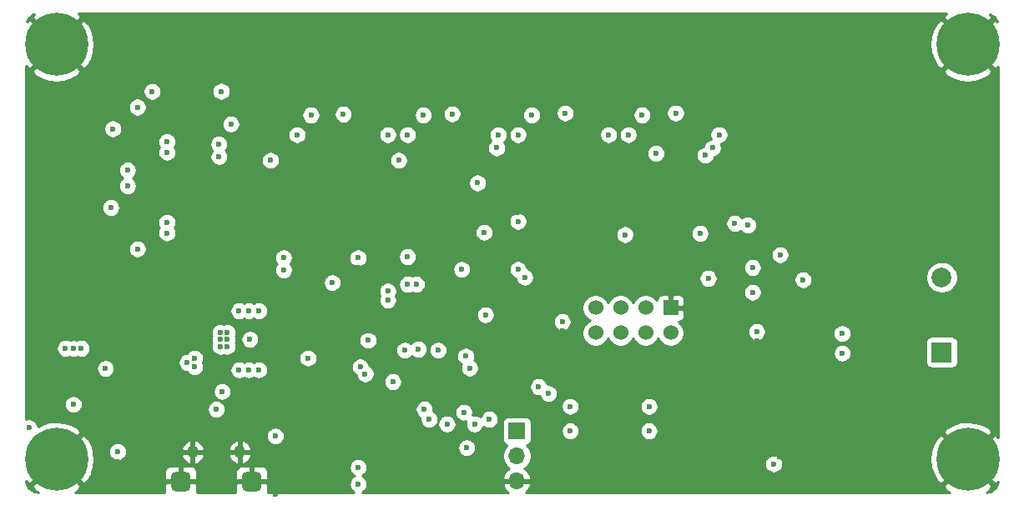
<source format=gbr>
%TF.GenerationSoftware,KiCad,Pcbnew,5.1.9-73d0e3b20d~88~ubuntu20.04.1*%
%TF.CreationDate,2021-03-25T20:20:19-05:00*%
%TF.ProjectId,DroneController,44726f6e-6543-46f6-9e74-726f6c6c6572,rev?*%
%TF.SameCoordinates,Original*%
%TF.FileFunction,Copper,L2,Inr*%
%TF.FilePolarity,Positive*%
%FSLAX46Y46*%
G04 Gerber Fmt 4.6, Leading zero omitted, Abs format (unit mm)*
G04 Created by KiCad (PCBNEW 5.1.9-73d0e3b20d~88~ubuntu20.04.1) date 2021-03-25 20:20:19*
%MOMM*%
%LPD*%
G01*
G04 APERTURE LIST*
%TA.AperFunction,ComponentPad*%
%ADD10O,1.700000X1.700000*%
%TD*%
%TA.AperFunction,ComponentPad*%
%ADD11R,1.700000X1.700000*%
%TD*%
%TA.AperFunction,ComponentPad*%
%ADD12O,1.100000X1.300000*%
%TD*%
%TA.AperFunction,ComponentPad*%
%ADD13C,1.524000*%
%TD*%
%TA.AperFunction,ComponentPad*%
%ADD14R,1.524000X1.524000*%
%TD*%
%TA.AperFunction,ComponentPad*%
%ADD15C,0.800000*%
%TD*%
%TA.AperFunction,ComponentPad*%
%ADD16C,6.400000*%
%TD*%
%TA.AperFunction,ComponentPad*%
%ADD17C,2.000000*%
%TD*%
%TA.AperFunction,ComponentPad*%
%ADD18R,2.000000X2.000000*%
%TD*%
%TA.AperFunction,ViaPad*%
%ADD19C,0.600000*%
%TD*%
%TA.AperFunction,ViaPad*%
%ADD20C,0.800000*%
%TD*%
%TA.AperFunction,Conductor*%
%ADD21C,0.254000*%
%TD*%
%TA.AperFunction,Conductor*%
%ADD22C,0.100000*%
%TD*%
G04 APERTURE END LIST*
D10*
%TO.N,GND*%
%TO.C,J1*%
X160500000Y-128180000D03*
%TO.N,/Processor/DBG_UART_RX*%
X160500000Y-125640000D03*
D11*
%TO.N,/Processor/DBG_UART_TX*%
X160500000Y-123100000D03*
%TD*%
D12*
%TO.N,GND*%
%TO.C,J2*%
X132400000Y-125250000D03*
X127600000Y-125250000D03*
%TA.AperFunction,ComponentPad*%
G36*
G01*
X132600000Y-128750000D02*
X132600000Y-127750000D01*
G75*
G02*
X133100000Y-127250000I500000J0D01*
G01*
X134100000Y-127250000D01*
G75*
G02*
X134600000Y-127750000I0J-500000D01*
G01*
X134600000Y-128750000D01*
G75*
G02*
X134100000Y-129250000I-500000J0D01*
G01*
X133100000Y-129250000D01*
G75*
G02*
X132600000Y-128750000I0J500000D01*
G01*
G37*
%TD.AperFunction*%
%TA.AperFunction,ComponentPad*%
G36*
G01*
X125400000Y-128750000D02*
X125400000Y-127750000D01*
G75*
G02*
X125900000Y-127250000I500000J0D01*
G01*
X126900000Y-127250000D01*
G75*
G02*
X127400000Y-127750000I0J-500000D01*
G01*
X127400000Y-128750000D01*
G75*
G02*
X126900000Y-129250000I-500000J0D01*
G01*
X125900000Y-129250000D01*
G75*
G02*
X125400000Y-128750000I0J500000D01*
G01*
G37*
%TD.AperFunction*%
%TD*%
D13*
%TO.N,/Processor/RF24_nIRQ*%
%TO.C,U6*%
X168480000Y-113140000D03*
%TO.N,/Processor/RF24_MISO*%
X168480000Y-110600000D03*
%TO.N,/Processor/RF24_MOSI*%
X171020000Y-113140000D03*
%TO.N,/Processor/RF24_SCK*%
X171020000Y-110600000D03*
%TO.N,/Processor/RF24_nCS*%
X173560000Y-113140000D03*
%TO.N,/Processor/RF24_CE*%
X173560000Y-110600000D03*
%TO.N,Net-(C34-Pad1)*%
X176100000Y-113140000D03*
D14*
%TO.N,GND*%
X176100000Y-110600000D03*
%TD*%
D15*
%TO.N,GND*%
%TO.C,H4*%
X207945056Y-124286944D03*
X206248000Y-123584000D03*
X204550944Y-124286944D03*
X203848000Y-125984000D03*
X204550944Y-127681056D03*
X206248000Y-128384000D03*
X207945056Y-127681056D03*
X208648000Y-125984000D03*
D16*
X206248000Y-125984000D03*
%TD*%
D15*
%TO.N,GND*%
%TO.C,H3*%
X207945056Y-82122944D03*
X206248000Y-81420000D03*
X204550944Y-82122944D03*
X203848000Y-83820000D03*
X204550944Y-85517056D03*
X206248000Y-86220000D03*
X207945056Y-85517056D03*
X208648000Y-83820000D03*
D16*
X206248000Y-83820000D03*
%TD*%
D15*
%TO.N,GND*%
%TO.C,H2*%
X115489056Y-124286944D03*
X113792000Y-123584000D03*
X112094944Y-124286944D03*
X111392000Y-125984000D03*
X112094944Y-127681056D03*
X113792000Y-128384000D03*
X115489056Y-127681056D03*
X116192000Y-125984000D03*
D16*
X113792000Y-125984000D03*
%TD*%
D15*
%TO.N,GND*%
%TO.C,H1*%
X115489056Y-82122944D03*
X113792000Y-81420000D03*
X112094944Y-82122944D03*
X111392000Y-83820000D03*
X112094944Y-85517056D03*
X113792000Y-86220000D03*
X115489056Y-85517056D03*
X116192000Y-83820000D03*
D16*
X113792000Y-83820000D03*
%TD*%
D17*
%TO.N,Net-(BZ1-Pad2)*%
%TO.C,BZ1*%
X203600000Y-107500000D03*
D18*
%TO.N,+3V3*%
X203600000Y-115100000D03*
%TD*%
D19*
%TO.N,+3V3*%
X133400000Y-113800000D03*
X173900000Y-120600000D03*
X173900000Y-123100000D03*
X165900000Y-123100000D03*
X165900000Y-120600000D03*
X144400000Y-126800000D03*
X144400000Y-128500000D03*
X132300000Y-116900000D03*
X133300000Y-116900000D03*
X134300000Y-116900000D03*
X133300000Y-110900000D03*
X132300000Y-110900000D03*
X134300000Y-110900000D03*
X171800000Y-93000000D03*
X181000000Y-93000000D03*
X169800000Y-93000000D03*
X160600000Y-93000000D03*
X158600000Y-93000000D03*
X149400000Y-93000000D03*
X147400000Y-93000000D03*
X138200000Y-93000000D03*
X121000000Y-96600000D03*
X122000000Y-104600000D03*
X156200000Y-122400000D03*
X153400000Y-122400000D03*
X155400000Y-124800000D03*
X135990000Y-123610000D03*
X145400000Y-113900000D03*
X130600000Y-119100000D03*
X186550000Y-126450000D03*
X122000000Y-90200000D03*
X119300000Y-100400000D03*
X121000000Y-98200000D03*
X119500000Y-92400000D03*
X130400000Y-113800000D03*
X130400000Y-113100000D03*
X130400000Y-114500000D03*
X131100000Y-113100000D03*
X131100000Y-113800000D03*
X131100000Y-114500000D03*
X144380000Y-105520000D03*
X179900000Y-107600000D03*
X154900000Y-106680000D03*
X184820000Y-113020000D03*
X130490000Y-88590000D03*
X123500000Y-88600004D03*
X131480000Y-91920000D03*
X160600000Y-101800000D03*
X162700000Y-118600000D03*
X183914167Y-102185831D03*
X182599994Y-102000000D03*
X165100002Y-112000000D03*
%TO.N,GND*%
X165700000Y-102100000D03*
X164900000Y-101200000D03*
X164900000Y-103000000D03*
X166700000Y-103000000D03*
X166700000Y-101200000D03*
X171900000Y-122600000D03*
X149400000Y-126800000D03*
X149400000Y-128500000D03*
X146900000Y-128500000D03*
X146900000Y-126800000D03*
X145700000Y-128500000D03*
X145700000Y-126800000D03*
X126450000Y-111850000D03*
X126450000Y-111100000D03*
X127700000Y-111100000D03*
X127700000Y-111850000D03*
X113500000Y-112750000D03*
X115500000Y-112750000D03*
X117500000Y-112750000D03*
X120480000Y-117980000D03*
X123000000Y-112600000D03*
X123000000Y-116100000D03*
X177000000Y-93200000D03*
X178400000Y-93800000D03*
X174400000Y-93800000D03*
D20*
X176400000Y-84800000D03*
X178400000Y-84800000D03*
D19*
X165800000Y-93200000D03*
X167200000Y-93800000D03*
X163200000Y-93800000D03*
X167200000Y-85600000D03*
X165200000Y-85600000D03*
X154000000Y-85800000D03*
X142800000Y-85800000D03*
X156000000Y-85800000D03*
X144800000Y-85800000D03*
X152000000Y-93800000D03*
X154400000Y-93400000D03*
X156000000Y-93800000D03*
X143400000Y-93400000D03*
X144800000Y-93800000D03*
X140800000Y-93800000D03*
X121000000Y-104600000D03*
X208000000Y-116700000D03*
X156500000Y-124800000D03*
X154200000Y-124800000D03*
X139665004Y-124565004D03*
X142200000Y-126700000D03*
X135990000Y-129490000D03*
X151400000Y-126100000D03*
X158600000Y-126000000D03*
X145400000Y-112900000D03*
X136020000Y-122620000D03*
X135000000Y-119700000D03*
X159200000Y-116300000D03*
X166900000Y-117300000D03*
X170900000Y-117300000D03*
X174900000Y-117300000D03*
X178900000Y-117300000D03*
X186900000Y-120700000D03*
X190550000Y-120850000D03*
X187100000Y-125700000D03*
X200550000Y-123250000D03*
X121000000Y-90200000D03*
X122000000Y-97400000D03*
X122880000Y-100920000D03*
X123000000Y-92800000D03*
X144380000Y-106480000D03*
X138400000Y-108000000D03*
X153500000Y-105900000D03*
X180900000Y-114200000D03*
X178000000Y-114200000D03*
X157584990Y-106200000D03*
X184820000Y-113980000D03*
X119795408Y-112595408D03*
X140375000Y-113525000D03*
X133075000Y-84025000D03*
X126075000Y-84024996D03*
X128500000Y-103900000D03*
X129700000Y-92700000D03*
X208787500Y-104287500D03*
X160580000Y-100920000D03*
X149555000Y-97955000D03*
X171500000Y-98199994D03*
X192545000Y-102655000D03*
X186110000Y-100990000D03*
X180500000Y-111000000D03*
X171900000Y-120800000D03*
X171900000Y-121700000D03*
X182640914Y-100769989D03*
X165100000Y-112900000D03*
%TO.N,Net-(C11-Pad1)*%
X176600000Y-90800000D03*
%TO.N,Net-(C14-Pad1)*%
X165400000Y-90800000D03*
%TO.N,Net-(C17-Pad1)*%
X153910000Y-90890000D03*
%TO.N,Net-(C20-Pad1)*%
X142890000Y-90910000D03*
%TO.N,/Human Machine Interface/nRESET*%
X155100000Y-121200000D03*
X139300000Y-115700000D03*
%TO.N,+5V*%
X130000000Y-120900000D03*
%TO.N,/Power Supply/vBatt*%
X114700000Y-114700000D03*
X115525000Y-114725000D03*
X116300000Y-114700000D03*
%TO.N,/Processor/VSense_Batt*%
X118760000Y-116760000D03*
%TO.N,/Processor/DBG_UART_RX*%
X161300000Y-107500000D03*
%TO.N,/Processor/DBG_UART_TX*%
X160600000Y-106700000D03*
%TO.N,Net-(J8-Pad1)*%
X173200000Y-91000000D03*
%TO.N,Net-(J10-Pad1)*%
X162000000Y-91000000D03*
%TO.N,Net-(J12-Pad1)*%
X151000000Y-91000000D03*
%TO.N,Net-(J14-Pad1)*%
X139600000Y-91000000D03*
%TO.N,/Human Machine Interface/ENC1_A*%
X147400000Y-108900000D03*
X125000000Y-93700000D03*
%TO.N,/Human Machine Interface/ENC1_B*%
X147400000Y-109800000D03*
X125000000Y-94800000D03*
%TO.N,/Human Machine Interface/ENC0_A*%
X125000000Y-101900000D03*
X147900000Y-118100000D03*
%TO.N,/Human Machine Interface/ENC0_B*%
X125000000Y-103000000D03*
X157700000Y-121899998D03*
%TO.N,/Processor/EEPROM_SDA*%
X145100000Y-117300000D03*
X150500000Y-114800000D03*
%TO.N,/Processor/EEPROM_SCL*%
X149100000Y-114900000D03*
X144600000Y-116600000D03*
%TO.N,GND*%
X119990000Y-126210000D03*
X121110000Y-126210000D03*
%TO.N,/Human Machine Interface/KEY_nCS*%
X151600000Y-121900000D03*
X135500000Y-95600000D03*
X157175003Y-102925003D03*
X179075000Y-103025000D03*
%TO.N,Net-(U1-Pad10)*%
X148500000Y-95600000D03*
X174600000Y-94900000D03*
%TO.N,/Human Machine Interface/KEY_MISO*%
X155300000Y-115500000D03*
X171455004Y-103155004D03*
%TO.N,/Human Machine Interface/KEY_SCK*%
X152500000Y-114900000D03*
X130275000Y-95225000D03*
X179600000Y-95100000D03*
X156500000Y-97900000D03*
X187195000Y-105195000D03*
%TO.N,/Human Machine Interface/KEY_nSAMPLE*%
X151100000Y-120900000D03*
X130255000Y-93955000D03*
X180345000Y-94345000D03*
X158445000Y-94344996D03*
%TO.N,/Processor/NOR_SCK*%
X141775000Y-108034998D03*
%TO.N,/Processor/NOR_MOSI*%
X149400000Y-108200000D03*
%TO.N,/Processor/NOR_MISO*%
X136825000Y-106765000D03*
%TO.N,/Processor/NOR_nCS*%
X136825000Y-105495000D03*
%TO.N,/Processor/KEY_MOSI*%
X184400000Y-109000000D03*
X157300000Y-111300000D03*
%TO.N,/Processor/KeyOut_nCS*%
X155700000Y-116700000D03*
X184400000Y-106500000D03*
%TO.N,/Wireless/BT_TX*%
X193500000Y-115200000D03*
%TO.N,/Wireless/BT_RX*%
X193487500Y-113200000D03*
%TO.N,/Power Supply/vBatt*%
X127800000Y-115700000D03*
X127800000Y-116600000D03*
%TO.N,+5V*%
X110990000Y-122790000D03*
X115500000Y-120400000D03*
%TO.N,/Power Supply/vBatt*%
X127050000Y-116150000D03*
%TO.N,/Power Supply/CHG_nEN*%
X189535000Y-107735000D03*
X120000000Y-125200000D03*
%TO.N,Net-(R92-Pad2)*%
X149400000Y-105400000D03*
X150300000Y-108200000D03*
%TO.N,/Processor/VSense_Batt*%
X163700000Y-119300000D03*
%TD*%
D21*
%TO.N,GND*%
X203726724Y-81119119D02*
X206248000Y-83640395D01*
X208769276Y-81119119D01*
X208507700Y-80763513D01*
X208509429Y-80764035D01*
X208739792Y-80886522D01*
X208941980Y-81051422D01*
X209108286Y-81252450D01*
X209232378Y-81481954D01*
X209242520Y-81514718D01*
X208948881Y-81298724D01*
X206427605Y-83820000D01*
X208948881Y-86341276D01*
X209340000Y-86053578D01*
X209340001Y-123750423D01*
X208948881Y-123462724D01*
X206427605Y-125984000D01*
X208948881Y-128505276D01*
X209313597Y-128236999D01*
X209311375Y-128259660D01*
X209235965Y-128509429D01*
X209113477Y-128739794D01*
X208948579Y-128941979D01*
X208747546Y-129108288D01*
X208518046Y-129232378D01*
X208268805Y-129309531D01*
X208137305Y-129323352D01*
X208368670Y-129201555D01*
X208409088Y-129174548D01*
X208769276Y-128684881D01*
X206248000Y-126163605D01*
X203726724Y-128684881D01*
X204086912Y-129174548D01*
X204391810Y-129340000D01*
X161420382Y-129340000D01*
X161597588Y-129180269D01*
X161771641Y-128946920D01*
X161896825Y-128684099D01*
X161941476Y-128536890D01*
X161820155Y-128307000D01*
X160627000Y-128307000D01*
X160627000Y-128327000D01*
X160373000Y-128327000D01*
X160373000Y-128307000D01*
X159179845Y-128307000D01*
X159058524Y-128536890D01*
X159103175Y-128684099D01*
X159228359Y-128946920D01*
X159402412Y-129180269D01*
X159579618Y-129340000D01*
X144815333Y-129340000D01*
X144842889Y-129328586D01*
X144996028Y-129226262D01*
X145126262Y-129096028D01*
X145228586Y-128942889D01*
X145299068Y-128772729D01*
X145335000Y-128592089D01*
X145335000Y-128407911D01*
X145299068Y-128227271D01*
X145228586Y-128057111D01*
X145126262Y-127903972D01*
X144996028Y-127773738D01*
X144842889Y-127671414D01*
X144791191Y-127650000D01*
X144842889Y-127628586D01*
X144996028Y-127526262D01*
X145126262Y-127396028D01*
X145228586Y-127242889D01*
X145299068Y-127072729D01*
X145335000Y-126892089D01*
X145335000Y-126707911D01*
X145299068Y-126527271D01*
X145228586Y-126357111D01*
X145126262Y-126203972D01*
X144996028Y-126073738D01*
X144842889Y-125971414D01*
X144672729Y-125900932D01*
X144492089Y-125865000D01*
X144307911Y-125865000D01*
X144127271Y-125900932D01*
X143957111Y-125971414D01*
X143803972Y-126073738D01*
X143673738Y-126203972D01*
X143571414Y-126357111D01*
X143500932Y-126527271D01*
X143465000Y-126707911D01*
X143465000Y-126892089D01*
X143500932Y-127072729D01*
X143571414Y-127242889D01*
X143673738Y-127396028D01*
X143803972Y-127526262D01*
X143957111Y-127628586D01*
X144008809Y-127650000D01*
X143957111Y-127671414D01*
X143803972Y-127773738D01*
X143673738Y-127903972D01*
X143571414Y-128057111D01*
X143500932Y-128227271D01*
X143465000Y-128407911D01*
X143465000Y-128592089D01*
X143500932Y-128772729D01*
X143571414Y-128942889D01*
X143673738Y-129096028D01*
X143803972Y-129226262D01*
X143957111Y-129328586D01*
X143984667Y-129340000D01*
X135229208Y-129340000D01*
X135238072Y-129250000D01*
X135235000Y-128535750D01*
X135076250Y-128377000D01*
X133727000Y-128377000D01*
X133727000Y-128397000D01*
X133473000Y-128397000D01*
X133473000Y-128377000D01*
X132123750Y-128377000D01*
X131965000Y-128535750D01*
X131961928Y-129250000D01*
X131970792Y-129340000D01*
X128029208Y-129340000D01*
X128038072Y-129250000D01*
X128035000Y-128535750D01*
X127876250Y-128377000D01*
X126527000Y-128377000D01*
X126527000Y-128397000D01*
X126273000Y-128397000D01*
X126273000Y-128377000D01*
X124923750Y-128377000D01*
X124765000Y-128535750D01*
X124761928Y-129250000D01*
X124770792Y-129340000D01*
X115649680Y-129340000D01*
X115912670Y-129201555D01*
X115953088Y-129174548D01*
X116313276Y-128684881D01*
X113792000Y-126163605D01*
X111270724Y-128684881D01*
X111630912Y-129174548D01*
X111914535Y-129328455D01*
X111740340Y-129311375D01*
X111490571Y-129235965D01*
X111260206Y-129113477D01*
X111058021Y-128948579D01*
X110891712Y-128747546D01*
X110767622Y-128518046D01*
X110690469Y-128268805D01*
X110683835Y-128205687D01*
X111091119Y-128505276D01*
X113612395Y-125984000D01*
X113971605Y-125984000D01*
X116492881Y-128505276D01*
X116982548Y-128145088D01*
X117342849Y-127481118D01*
X117414552Y-127250000D01*
X124761928Y-127250000D01*
X124765000Y-127964250D01*
X124923750Y-128123000D01*
X126273000Y-128123000D01*
X126273000Y-126773750D01*
X126527000Y-126773750D01*
X126527000Y-128123000D01*
X127876250Y-128123000D01*
X128035000Y-127964250D01*
X128038072Y-127250000D01*
X131961928Y-127250000D01*
X131965000Y-127964250D01*
X132123750Y-128123000D01*
X133473000Y-128123000D01*
X133473000Y-126773750D01*
X133727000Y-126773750D01*
X133727000Y-128123000D01*
X135076250Y-128123000D01*
X135235000Y-127964250D01*
X135238072Y-127250000D01*
X135225812Y-127125518D01*
X135189502Y-127005820D01*
X135130537Y-126895506D01*
X135051185Y-126798815D01*
X134954494Y-126719463D01*
X134844180Y-126660498D01*
X134724482Y-126624188D01*
X134600000Y-126611928D01*
X133885750Y-126615000D01*
X133727000Y-126773750D01*
X133473000Y-126773750D01*
X133314250Y-126615000D01*
X132600000Y-126611928D01*
X132475518Y-126624188D01*
X132355820Y-126660498D01*
X132245506Y-126719463D01*
X132148815Y-126798815D01*
X132069463Y-126895506D01*
X132010498Y-127005820D01*
X131974188Y-127125518D01*
X131961928Y-127250000D01*
X128038072Y-127250000D01*
X128025812Y-127125518D01*
X127989502Y-127005820D01*
X127930537Y-126895506D01*
X127851185Y-126798815D01*
X127754494Y-126719463D01*
X127644180Y-126660498D01*
X127524482Y-126624188D01*
X127400000Y-126611928D01*
X126685750Y-126615000D01*
X126527000Y-126773750D01*
X126273000Y-126773750D01*
X126114250Y-126615000D01*
X125400000Y-126611928D01*
X125275518Y-126624188D01*
X125155820Y-126660498D01*
X125045506Y-126719463D01*
X124948815Y-126798815D01*
X124869463Y-126895506D01*
X124810498Y-127005820D01*
X124774188Y-127125518D01*
X124761928Y-127250000D01*
X117414552Y-127250000D01*
X117566694Y-126759615D01*
X117645480Y-126008305D01*
X117576178Y-125256062D01*
X117532256Y-125107911D01*
X119065000Y-125107911D01*
X119065000Y-125292089D01*
X119100932Y-125472729D01*
X119171414Y-125642889D01*
X119273738Y-125796028D01*
X119403972Y-125926262D01*
X119557111Y-126028586D01*
X119727271Y-126099068D01*
X119907911Y-126135000D01*
X120092089Y-126135000D01*
X120272729Y-126099068D01*
X120442889Y-126028586D01*
X120596028Y-125926262D01*
X120726262Y-125796028D01*
X120828586Y-125642889D01*
X120862167Y-125561816D01*
X126435241Y-125561816D01*
X126498945Y-125784979D01*
X126604962Y-125991426D01*
X126749217Y-126173223D01*
X126926167Y-126323385D01*
X127129013Y-126436140D01*
X127290256Y-126493803D01*
X127473000Y-126368361D01*
X127473000Y-125377000D01*
X127727000Y-125377000D01*
X127727000Y-126368361D01*
X127909744Y-126493803D01*
X128070987Y-126436140D01*
X128273833Y-126323385D01*
X128450783Y-126173223D01*
X128595038Y-125991426D01*
X128701055Y-125784979D01*
X128764759Y-125561816D01*
X131235241Y-125561816D01*
X131298945Y-125784979D01*
X131404962Y-125991426D01*
X131549217Y-126173223D01*
X131726167Y-126323385D01*
X131929013Y-126436140D01*
X132090256Y-126493803D01*
X132273000Y-126368361D01*
X132273000Y-125377000D01*
X132527000Y-125377000D01*
X132527000Y-126368361D01*
X132709744Y-126493803D01*
X132870987Y-126436140D01*
X133073833Y-126323385D01*
X133250783Y-126173223D01*
X133395038Y-125991426D01*
X133501055Y-125784979D01*
X133564759Y-125561816D01*
X133424804Y-125377000D01*
X132527000Y-125377000D01*
X132273000Y-125377000D01*
X131375196Y-125377000D01*
X131235241Y-125561816D01*
X128764759Y-125561816D01*
X128624804Y-125377000D01*
X127727000Y-125377000D01*
X127473000Y-125377000D01*
X126575196Y-125377000D01*
X126435241Y-125561816D01*
X120862167Y-125561816D01*
X120899068Y-125472729D01*
X120935000Y-125292089D01*
X120935000Y-125107911D01*
X120901239Y-124938184D01*
X126435241Y-124938184D01*
X126575196Y-125123000D01*
X127473000Y-125123000D01*
X127473000Y-124131639D01*
X127727000Y-124131639D01*
X127727000Y-125123000D01*
X128624804Y-125123000D01*
X128764759Y-124938184D01*
X131235241Y-124938184D01*
X131375196Y-125123000D01*
X132273000Y-125123000D01*
X132273000Y-124131639D01*
X132527000Y-124131639D01*
X132527000Y-125123000D01*
X133424804Y-125123000D01*
X133564759Y-124938184D01*
X133501055Y-124715021D01*
X133497404Y-124707911D01*
X154465000Y-124707911D01*
X154465000Y-124892089D01*
X154500932Y-125072729D01*
X154571414Y-125242889D01*
X154673738Y-125396028D01*
X154803972Y-125526262D01*
X154957111Y-125628586D01*
X155127271Y-125699068D01*
X155307911Y-125735000D01*
X155492089Y-125735000D01*
X155672729Y-125699068D01*
X155842889Y-125628586D01*
X155996028Y-125526262D01*
X156126262Y-125396028D01*
X156228586Y-125242889D01*
X156299068Y-125072729D01*
X156335000Y-124892089D01*
X156335000Y-124707911D01*
X156299068Y-124527271D01*
X156228586Y-124357111D01*
X156126262Y-124203972D01*
X155996028Y-124073738D01*
X155842889Y-123971414D01*
X155672729Y-123900932D01*
X155492089Y-123865000D01*
X155307911Y-123865000D01*
X155127271Y-123900932D01*
X154957111Y-123971414D01*
X154803972Y-124073738D01*
X154673738Y-124203972D01*
X154571414Y-124357111D01*
X154500932Y-124527271D01*
X154465000Y-124707911D01*
X133497404Y-124707911D01*
X133395038Y-124508574D01*
X133250783Y-124326777D01*
X133073833Y-124176615D01*
X132870987Y-124063860D01*
X132709744Y-124006197D01*
X132527000Y-124131639D01*
X132273000Y-124131639D01*
X132090256Y-124006197D01*
X131929013Y-124063860D01*
X131726167Y-124176615D01*
X131549217Y-124326777D01*
X131404962Y-124508574D01*
X131298945Y-124715021D01*
X131235241Y-124938184D01*
X128764759Y-124938184D01*
X128701055Y-124715021D01*
X128595038Y-124508574D01*
X128450783Y-124326777D01*
X128273833Y-124176615D01*
X128070987Y-124063860D01*
X127909744Y-124006197D01*
X127727000Y-124131639D01*
X127473000Y-124131639D01*
X127290256Y-124006197D01*
X127129013Y-124063860D01*
X126926167Y-124176615D01*
X126749217Y-124326777D01*
X126604962Y-124508574D01*
X126498945Y-124715021D01*
X126435241Y-124938184D01*
X120901239Y-124938184D01*
X120899068Y-124927271D01*
X120828586Y-124757111D01*
X120726262Y-124603972D01*
X120596028Y-124473738D01*
X120442889Y-124371414D01*
X120272729Y-124300932D01*
X120092089Y-124265000D01*
X119907911Y-124265000D01*
X119727271Y-124300932D01*
X119557111Y-124371414D01*
X119403972Y-124473738D01*
X119273738Y-124603972D01*
X119171414Y-124757111D01*
X119100932Y-124927271D01*
X119065000Y-125107911D01*
X117532256Y-125107911D01*
X117361452Y-124531792D01*
X117009555Y-123863330D01*
X116982548Y-123822912D01*
X116567907Y-123517911D01*
X135055000Y-123517911D01*
X135055000Y-123702089D01*
X135090932Y-123882729D01*
X135161414Y-124052889D01*
X135263738Y-124206028D01*
X135393972Y-124336262D01*
X135547111Y-124438586D01*
X135717271Y-124509068D01*
X135897911Y-124545000D01*
X136082089Y-124545000D01*
X136262729Y-124509068D01*
X136432889Y-124438586D01*
X136586028Y-124336262D01*
X136716262Y-124206028D01*
X136818586Y-124052889D01*
X136889068Y-123882729D01*
X136925000Y-123702089D01*
X136925000Y-123517911D01*
X136889068Y-123337271D01*
X136818586Y-123167111D01*
X136716262Y-123013972D01*
X136586028Y-122883738D01*
X136432889Y-122781414D01*
X136262729Y-122710932D01*
X136082089Y-122675000D01*
X135897911Y-122675000D01*
X135717271Y-122710932D01*
X135547111Y-122781414D01*
X135393972Y-122883738D01*
X135263738Y-123013972D01*
X135161414Y-123167111D01*
X135090932Y-123337271D01*
X135055000Y-123517911D01*
X116567907Y-123517911D01*
X116492881Y-123462724D01*
X113971605Y-125984000D01*
X113612395Y-125984000D01*
X113598253Y-125969858D01*
X113777858Y-125790253D01*
X113792000Y-125804395D01*
X116313276Y-123283119D01*
X115953088Y-122793452D01*
X115289118Y-122433151D01*
X114567615Y-122209306D01*
X113816305Y-122130520D01*
X113064062Y-122199822D01*
X112339792Y-122414548D01*
X111913295Y-122639068D01*
X111889068Y-122517271D01*
X111818586Y-122347111D01*
X111716262Y-122193972D01*
X111586028Y-122063738D01*
X111432889Y-121961414D01*
X111262729Y-121890932D01*
X111082089Y-121855000D01*
X110897911Y-121855000D01*
X110717271Y-121890932D01*
X110660000Y-121914654D01*
X110660000Y-120307911D01*
X114565000Y-120307911D01*
X114565000Y-120492089D01*
X114600932Y-120672729D01*
X114671414Y-120842889D01*
X114773738Y-120996028D01*
X114903972Y-121126262D01*
X115057111Y-121228586D01*
X115227271Y-121299068D01*
X115407911Y-121335000D01*
X115592089Y-121335000D01*
X115772729Y-121299068D01*
X115942889Y-121228586D01*
X116096028Y-121126262D01*
X116226262Y-120996028D01*
X116328586Y-120842889D01*
X116343074Y-120807911D01*
X129065000Y-120807911D01*
X129065000Y-120992089D01*
X129100932Y-121172729D01*
X129171414Y-121342889D01*
X129273738Y-121496028D01*
X129403972Y-121626262D01*
X129557111Y-121728586D01*
X129727271Y-121799068D01*
X129907911Y-121835000D01*
X130092089Y-121835000D01*
X130272729Y-121799068D01*
X130442889Y-121728586D01*
X130596028Y-121626262D01*
X130726262Y-121496028D01*
X130828586Y-121342889D01*
X130899068Y-121172729D01*
X130935000Y-120992089D01*
X130935000Y-120807911D01*
X150165000Y-120807911D01*
X150165000Y-120992089D01*
X150200932Y-121172729D01*
X150271414Y-121342889D01*
X150373738Y-121496028D01*
X150503972Y-121626262D01*
X150657111Y-121728586D01*
X150678977Y-121737643D01*
X150665000Y-121807911D01*
X150665000Y-121992089D01*
X150700932Y-122172729D01*
X150771414Y-122342889D01*
X150873738Y-122496028D01*
X151003972Y-122626262D01*
X151157111Y-122728586D01*
X151327271Y-122799068D01*
X151507911Y-122835000D01*
X151692089Y-122835000D01*
X151872729Y-122799068D01*
X152042889Y-122728586D01*
X152196028Y-122626262D01*
X152326262Y-122496028D01*
X152428586Y-122342889D01*
X152485258Y-122206071D01*
X152465000Y-122307911D01*
X152465000Y-122492089D01*
X152500932Y-122672729D01*
X152571414Y-122842889D01*
X152673738Y-122996028D01*
X152803972Y-123126262D01*
X152957111Y-123228586D01*
X153127271Y-123299068D01*
X153307911Y-123335000D01*
X153492089Y-123335000D01*
X153672729Y-123299068D01*
X153842889Y-123228586D01*
X153996028Y-123126262D01*
X154126262Y-122996028D01*
X154228586Y-122842889D01*
X154299068Y-122672729D01*
X154335000Y-122492089D01*
X154335000Y-122307911D01*
X154299068Y-122127271D01*
X154228586Y-121957111D01*
X154126262Y-121803972D01*
X153996028Y-121673738D01*
X153842889Y-121571414D01*
X153672729Y-121500932D01*
X153492089Y-121465000D01*
X153307911Y-121465000D01*
X153127271Y-121500932D01*
X152957111Y-121571414D01*
X152803972Y-121673738D01*
X152673738Y-121803972D01*
X152571414Y-121957111D01*
X152514742Y-122093929D01*
X152535000Y-121992089D01*
X152535000Y-121807911D01*
X152499068Y-121627271D01*
X152428586Y-121457111D01*
X152326262Y-121303972D01*
X152196028Y-121173738D01*
X152097511Y-121107911D01*
X154165000Y-121107911D01*
X154165000Y-121292089D01*
X154200932Y-121472729D01*
X154271414Y-121642889D01*
X154373738Y-121796028D01*
X154503972Y-121926262D01*
X154657111Y-122028586D01*
X154827271Y-122099068D01*
X155007911Y-122135000D01*
X155192089Y-122135000D01*
X155307216Y-122112099D01*
X155300932Y-122127271D01*
X155265000Y-122307911D01*
X155265000Y-122492089D01*
X155300932Y-122672729D01*
X155371414Y-122842889D01*
X155473738Y-122996028D01*
X155603972Y-123126262D01*
X155757111Y-123228586D01*
X155927271Y-123299068D01*
X156107911Y-123335000D01*
X156292089Y-123335000D01*
X156472729Y-123299068D01*
X156642889Y-123228586D01*
X156796028Y-123126262D01*
X156926262Y-122996028D01*
X157028586Y-122842889D01*
X157099068Y-122672729D01*
X157107802Y-122628819D01*
X157257111Y-122728584D01*
X157427271Y-122799066D01*
X157607911Y-122834998D01*
X157792089Y-122834998D01*
X157972729Y-122799066D01*
X158142889Y-122728584D01*
X158296028Y-122626260D01*
X158426262Y-122496026D01*
X158528586Y-122342887D01*
X158567060Y-122250000D01*
X159011928Y-122250000D01*
X159011928Y-123950000D01*
X159024188Y-124074482D01*
X159060498Y-124194180D01*
X159119463Y-124304494D01*
X159198815Y-124401185D01*
X159295506Y-124480537D01*
X159405820Y-124539502D01*
X159478380Y-124561513D01*
X159346525Y-124693368D01*
X159184010Y-124936589D01*
X159072068Y-125206842D01*
X159015000Y-125493740D01*
X159015000Y-125786260D01*
X159072068Y-126073158D01*
X159184010Y-126343411D01*
X159346525Y-126586632D01*
X159553368Y-126793475D01*
X159735534Y-126915195D01*
X159618645Y-126984822D01*
X159402412Y-127179731D01*
X159228359Y-127413080D01*
X159103175Y-127675901D01*
X159058524Y-127823110D01*
X159179845Y-128053000D01*
X160373000Y-128053000D01*
X160373000Y-128033000D01*
X160627000Y-128033000D01*
X160627000Y-128053000D01*
X161820155Y-128053000D01*
X161941476Y-127823110D01*
X161896825Y-127675901D01*
X161771641Y-127413080D01*
X161597588Y-127179731D01*
X161381355Y-126984822D01*
X161264466Y-126915195D01*
X161446632Y-126793475D01*
X161653475Y-126586632D01*
X161806301Y-126357911D01*
X185615000Y-126357911D01*
X185615000Y-126542089D01*
X185650932Y-126722729D01*
X185721414Y-126892889D01*
X185823738Y-127046028D01*
X185953972Y-127176262D01*
X186107111Y-127278586D01*
X186277271Y-127349068D01*
X186457911Y-127385000D01*
X186642089Y-127385000D01*
X186822729Y-127349068D01*
X186992889Y-127278586D01*
X187146028Y-127176262D01*
X187276262Y-127046028D01*
X187378586Y-126892889D01*
X187449068Y-126722729D01*
X187485000Y-126542089D01*
X187485000Y-126357911D01*
X187449068Y-126177271D01*
X187378586Y-126007111D01*
X187346904Y-125959695D01*
X202394520Y-125959695D01*
X202463822Y-126711938D01*
X202678548Y-127436208D01*
X203030445Y-128104670D01*
X203057452Y-128145088D01*
X203547119Y-128505276D01*
X206068395Y-125984000D01*
X203547119Y-123462724D01*
X203057452Y-123822912D01*
X202697151Y-124486882D01*
X202473306Y-125208385D01*
X202394520Y-125959695D01*
X187346904Y-125959695D01*
X187276262Y-125853972D01*
X187146028Y-125723738D01*
X186992889Y-125621414D01*
X186822729Y-125550932D01*
X186642089Y-125515000D01*
X186457911Y-125515000D01*
X186277271Y-125550932D01*
X186107111Y-125621414D01*
X185953972Y-125723738D01*
X185823738Y-125853972D01*
X185721414Y-126007111D01*
X185650932Y-126177271D01*
X185615000Y-126357911D01*
X161806301Y-126357911D01*
X161815990Y-126343411D01*
X161927932Y-126073158D01*
X161985000Y-125786260D01*
X161985000Y-125493740D01*
X161927932Y-125206842D01*
X161815990Y-124936589D01*
X161653475Y-124693368D01*
X161521620Y-124561513D01*
X161594180Y-124539502D01*
X161704494Y-124480537D01*
X161801185Y-124401185D01*
X161880537Y-124304494D01*
X161939502Y-124194180D01*
X161975812Y-124074482D01*
X161988072Y-123950000D01*
X161988072Y-123007911D01*
X164965000Y-123007911D01*
X164965000Y-123192089D01*
X165000932Y-123372729D01*
X165071414Y-123542889D01*
X165173738Y-123696028D01*
X165303972Y-123826262D01*
X165457111Y-123928586D01*
X165627271Y-123999068D01*
X165807911Y-124035000D01*
X165992089Y-124035000D01*
X166172729Y-123999068D01*
X166342889Y-123928586D01*
X166496028Y-123826262D01*
X166626262Y-123696028D01*
X166728586Y-123542889D01*
X166799068Y-123372729D01*
X166835000Y-123192089D01*
X166835000Y-123007911D01*
X172965000Y-123007911D01*
X172965000Y-123192089D01*
X173000932Y-123372729D01*
X173071414Y-123542889D01*
X173173738Y-123696028D01*
X173303972Y-123826262D01*
X173457111Y-123928586D01*
X173627271Y-123999068D01*
X173807911Y-124035000D01*
X173992089Y-124035000D01*
X174172729Y-123999068D01*
X174342889Y-123928586D01*
X174496028Y-123826262D01*
X174626262Y-123696028D01*
X174728586Y-123542889D01*
X174799068Y-123372729D01*
X174816892Y-123283119D01*
X203726724Y-123283119D01*
X206248000Y-125804395D01*
X208769276Y-123283119D01*
X208409088Y-122793452D01*
X207745118Y-122433151D01*
X207023615Y-122209306D01*
X206272305Y-122130520D01*
X205520062Y-122199822D01*
X204795792Y-122414548D01*
X204127330Y-122766445D01*
X204086912Y-122793452D01*
X203726724Y-123283119D01*
X174816892Y-123283119D01*
X174835000Y-123192089D01*
X174835000Y-123007911D01*
X174799068Y-122827271D01*
X174728586Y-122657111D01*
X174626262Y-122503972D01*
X174496028Y-122373738D01*
X174342889Y-122271414D01*
X174172729Y-122200932D01*
X173992089Y-122165000D01*
X173807911Y-122165000D01*
X173627271Y-122200932D01*
X173457111Y-122271414D01*
X173303972Y-122373738D01*
X173173738Y-122503972D01*
X173071414Y-122657111D01*
X173000932Y-122827271D01*
X172965000Y-123007911D01*
X166835000Y-123007911D01*
X166799068Y-122827271D01*
X166728586Y-122657111D01*
X166626262Y-122503972D01*
X166496028Y-122373738D01*
X166342889Y-122271414D01*
X166172729Y-122200932D01*
X165992089Y-122165000D01*
X165807911Y-122165000D01*
X165627271Y-122200932D01*
X165457111Y-122271414D01*
X165303972Y-122373738D01*
X165173738Y-122503972D01*
X165071414Y-122657111D01*
X165000932Y-122827271D01*
X164965000Y-123007911D01*
X161988072Y-123007911D01*
X161988072Y-122250000D01*
X161975812Y-122125518D01*
X161939502Y-122005820D01*
X161880537Y-121895506D01*
X161801185Y-121798815D01*
X161704494Y-121719463D01*
X161594180Y-121660498D01*
X161474482Y-121624188D01*
X161350000Y-121611928D01*
X159650000Y-121611928D01*
X159525518Y-121624188D01*
X159405820Y-121660498D01*
X159295506Y-121719463D01*
X159198815Y-121798815D01*
X159119463Y-121895506D01*
X159060498Y-122005820D01*
X159024188Y-122125518D01*
X159011928Y-122250000D01*
X158567060Y-122250000D01*
X158599068Y-122172727D01*
X158635000Y-121992087D01*
X158635000Y-121807909D01*
X158599068Y-121627269D01*
X158528586Y-121457109D01*
X158426262Y-121303970D01*
X158296028Y-121173736D01*
X158142889Y-121071412D01*
X157972729Y-121000930D01*
X157792089Y-120964998D01*
X157607911Y-120964998D01*
X157427271Y-121000930D01*
X157257111Y-121071412D01*
X157103972Y-121173736D01*
X156973738Y-121303970D01*
X156871414Y-121457109D01*
X156800932Y-121627269D01*
X156792198Y-121671179D01*
X156642889Y-121571414D01*
X156472729Y-121500932D01*
X156292089Y-121465000D01*
X156107911Y-121465000D01*
X155992784Y-121487901D01*
X155999068Y-121472729D01*
X156035000Y-121292089D01*
X156035000Y-121107911D01*
X155999068Y-120927271D01*
X155928586Y-120757111D01*
X155826262Y-120603972D01*
X155730201Y-120507911D01*
X164965000Y-120507911D01*
X164965000Y-120692089D01*
X165000932Y-120872729D01*
X165071414Y-121042889D01*
X165173738Y-121196028D01*
X165303972Y-121326262D01*
X165457111Y-121428586D01*
X165627271Y-121499068D01*
X165807911Y-121535000D01*
X165992089Y-121535000D01*
X166172729Y-121499068D01*
X166342889Y-121428586D01*
X166496028Y-121326262D01*
X166626262Y-121196028D01*
X166728586Y-121042889D01*
X166799068Y-120872729D01*
X166835000Y-120692089D01*
X166835000Y-120507911D01*
X172965000Y-120507911D01*
X172965000Y-120692089D01*
X173000932Y-120872729D01*
X173071414Y-121042889D01*
X173173738Y-121196028D01*
X173303972Y-121326262D01*
X173457111Y-121428586D01*
X173627271Y-121499068D01*
X173807911Y-121535000D01*
X173992089Y-121535000D01*
X174172729Y-121499068D01*
X174342889Y-121428586D01*
X174496028Y-121326262D01*
X174626262Y-121196028D01*
X174728586Y-121042889D01*
X174799068Y-120872729D01*
X174835000Y-120692089D01*
X174835000Y-120507911D01*
X174799068Y-120327271D01*
X174728586Y-120157111D01*
X174626262Y-120003972D01*
X174496028Y-119873738D01*
X174342889Y-119771414D01*
X174172729Y-119700932D01*
X173992089Y-119665000D01*
X173807911Y-119665000D01*
X173627271Y-119700932D01*
X173457111Y-119771414D01*
X173303972Y-119873738D01*
X173173738Y-120003972D01*
X173071414Y-120157111D01*
X173000932Y-120327271D01*
X172965000Y-120507911D01*
X166835000Y-120507911D01*
X166799068Y-120327271D01*
X166728586Y-120157111D01*
X166626262Y-120003972D01*
X166496028Y-119873738D01*
X166342889Y-119771414D01*
X166172729Y-119700932D01*
X165992089Y-119665000D01*
X165807911Y-119665000D01*
X165627271Y-119700932D01*
X165457111Y-119771414D01*
X165303972Y-119873738D01*
X165173738Y-120003972D01*
X165071414Y-120157111D01*
X165000932Y-120327271D01*
X164965000Y-120507911D01*
X155730201Y-120507911D01*
X155696028Y-120473738D01*
X155542889Y-120371414D01*
X155372729Y-120300932D01*
X155192089Y-120265000D01*
X155007911Y-120265000D01*
X154827271Y-120300932D01*
X154657111Y-120371414D01*
X154503972Y-120473738D01*
X154373738Y-120603972D01*
X154271414Y-120757111D01*
X154200932Y-120927271D01*
X154165000Y-121107911D01*
X152097511Y-121107911D01*
X152042889Y-121071414D01*
X152021023Y-121062357D01*
X152035000Y-120992089D01*
X152035000Y-120807911D01*
X151999068Y-120627271D01*
X151928586Y-120457111D01*
X151826262Y-120303972D01*
X151696028Y-120173738D01*
X151542889Y-120071414D01*
X151372729Y-120000932D01*
X151192089Y-119965000D01*
X151007911Y-119965000D01*
X150827271Y-120000932D01*
X150657111Y-120071414D01*
X150503972Y-120173738D01*
X150373738Y-120303972D01*
X150271414Y-120457111D01*
X150200932Y-120627271D01*
X150165000Y-120807911D01*
X130935000Y-120807911D01*
X130899068Y-120627271D01*
X130828586Y-120457111D01*
X130726262Y-120303972D01*
X130596028Y-120173738D01*
X130442889Y-120071414D01*
X130272729Y-120000932D01*
X130092089Y-119965000D01*
X129907911Y-119965000D01*
X129727271Y-120000932D01*
X129557111Y-120071414D01*
X129403972Y-120173738D01*
X129273738Y-120303972D01*
X129171414Y-120457111D01*
X129100932Y-120627271D01*
X129065000Y-120807911D01*
X116343074Y-120807911D01*
X116399068Y-120672729D01*
X116435000Y-120492089D01*
X116435000Y-120307911D01*
X116399068Y-120127271D01*
X116328586Y-119957111D01*
X116226262Y-119803972D01*
X116096028Y-119673738D01*
X115942889Y-119571414D01*
X115772729Y-119500932D01*
X115592089Y-119465000D01*
X115407911Y-119465000D01*
X115227271Y-119500932D01*
X115057111Y-119571414D01*
X114903972Y-119673738D01*
X114773738Y-119803972D01*
X114671414Y-119957111D01*
X114600932Y-120127271D01*
X114565000Y-120307911D01*
X110660000Y-120307911D01*
X110660000Y-119007911D01*
X129665000Y-119007911D01*
X129665000Y-119192089D01*
X129700932Y-119372729D01*
X129771414Y-119542889D01*
X129873738Y-119696028D01*
X130003972Y-119826262D01*
X130157111Y-119928586D01*
X130327271Y-119999068D01*
X130507911Y-120035000D01*
X130692089Y-120035000D01*
X130872729Y-119999068D01*
X131042889Y-119928586D01*
X131196028Y-119826262D01*
X131326262Y-119696028D01*
X131428586Y-119542889D01*
X131499068Y-119372729D01*
X131535000Y-119192089D01*
X131535000Y-119007911D01*
X131499068Y-118827271D01*
X131428586Y-118657111D01*
X131326262Y-118503972D01*
X131196028Y-118373738D01*
X131042889Y-118271414D01*
X130872729Y-118200932D01*
X130692089Y-118165000D01*
X130507911Y-118165000D01*
X130327271Y-118200932D01*
X130157111Y-118271414D01*
X130003972Y-118373738D01*
X129873738Y-118503972D01*
X129771414Y-118657111D01*
X129700932Y-118827271D01*
X129665000Y-119007911D01*
X110660000Y-119007911D01*
X110660000Y-116667911D01*
X117825000Y-116667911D01*
X117825000Y-116852089D01*
X117860932Y-117032729D01*
X117931414Y-117202889D01*
X118033738Y-117356028D01*
X118163972Y-117486262D01*
X118317111Y-117588586D01*
X118487271Y-117659068D01*
X118667911Y-117695000D01*
X118852089Y-117695000D01*
X119032729Y-117659068D01*
X119202889Y-117588586D01*
X119356028Y-117486262D01*
X119486262Y-117356028D01*
X119588586Y-117202889D01*
X119659068Y-117032729D01*
X119695000Y-116852089D01*
X119695000Y-116667911D01*
X119659068Y-116487271D01*
X119588586Y-116317111D01*
X119486262Y-116163972D01*
X119380201Y-116057911D01*
X126115000Y-116057911D01*
X126115000Y-116242089D01*
X126150932Y-116422729D01*
X126221414Y-116592889D01*
X126323738Y-116746028D01*
X126453972Y-116876262D01*
X126607111Y-116978586D01*
X126777271Y-117049068D01*
X126957911Y-117085000D01*
X126999552Y-117085000D01*
X127073738Y-117196028D01*
X127203972Y-117326262D01*
X127357111Y-117428586D01*
X127527271Y-117499068D01*
X127707911Y-117535000D01*
X127892089Y-117535000D01*
X128072729Y-117499068D01*
X128242889Y-117428586D01*
X128396028Y-117326262D01*
X128526262Y-117196028D01*
X128628586Y-117042889D01*
X128699068Y-116872729D01*
X128711961Y-116807911D01*
X131365000Y-116807911D01*
X131365000Y-116992089D01*
X131400932Y-117172729D01*
X131471414Y-117342889D01*
X131573738Y-117496028D01*
X131703972Y-117626262D01*
X131857111Y-117728586D01*
X132027271Y-117799068D01*
X132207911Y-117835000D01*
X132392089Y-117835000D01*
X132572729Y-117799068D01*
X132742889Y-117728586D01*
X132800000Y-117690426D01*
X132857111Y-117728586D01*
X133027271Y-117799068D01*
X133207911Y-117835000D01*
X133392089Y-117835000D01*
X133572729Y-117799068D01*
X133742889Y-117728586D01*
X133800000Y-117690426D01*
X133857111Y-117728586D01*
X134027271Y-117799068D01*
X134207911Y-117835000D01*
X134392089Y-117835000D01*
X134572729Y-117799068D01*
X134742889Y-117728586D01*
X134896028Y-117626262D01*
X135026262Y-117496028D01*
X135128586Y-117342889D01*
X135199068Y-117172729D01*
X135235000Y-116992089D01*
X135235000Y-116807911D01*
X135199068Y-116627271D01*
X135128586Y-116457111D01*
X135026262Y-116303972D01*
X134896028Y-116173738D01*
X134742889Y-116071414D01*
X134572729Y-116000932D01*
X134392089Y-115965000D01*
X134207911Y-115965000D01*
X134027271Y-116000932D01*
X133857111Y-116071414D01*
X133800000Y-116109574D01*
X133742889Y-116071414D01*
X133572729Y-116000932D01*
X133392089Y-115965000D01*
X133207911Y-115965000D01*
X133027271Y-116000932D01*
X132857111Y-116071414D01*
X132800000Y-116109574D01*
X132742889Y-116071414D01*
X132572729Y-116000932D01*
X132392089Y-115965000D01*
X132207911Y-115965000D01*
X132027271Y-116000932D01*
X131857111Y-116071414D01*
X131703972Y-116173738D01*
X131573738Y-116303972D01*
X131471414Y-116457111D01*
X131400932Y-116627271D01*
X131365000Y-116807911D01*
X128711961Y-116807911D01*
X128735000Y-116692089D01*
X128735000Y-116507911D01*
X128699068Y-116327271D01*
X128628586Y-116157111D01*
X128623835Y-116150000D01*
X128628586Y-116142889D01*
X128699068Y-115972729D01*
X128735000Y-115792089D01*
X128735000Y-115607911D01*
X138365000Y-115607911D01*
X138365000Y-115792089D01*
X138400932Y-115972729D01*
X138471414Y-116142889D01*
X138573738Y-116296028D01*
X138703972Y-116426262D01*
X138857111Y-116528586D01*
X139027271Y-116599068D01*
X139207911Y-116635000D01*
X139392089Y-116635000D01*
X139572729Y-116599068D01*
X139742889Y-116528586D01*
X139773831Y-116507911D01*
X143665000Y-116507911D01*
X143665000Y-116692089D01*
X143700932Y-116872729D01*
X143771414Y-117042889D01*
X143873738Y-117196028D01*
X144003972Y-117326262D01*
X144157111Y-117428586D01*
X144173620Y-117435424D01*
X144200932Y-117572729D01*
X144271414Y-117742889D01*
X144373738Y-117896028D01*
X144503972Y-118026262D01*
X144657111Y-118128586D01*
X144827271Y-118199068D01*
X145007911Y-118235000D01*
X145192089Y-118235000D01*
X145372729Y-118199068D01*
X145542889Y-118128586D01*
X145696028Y-118026262D01*
X145714379Y-118007911D01*
X146965000Y-118007911D01*
X146965000Y-118192089D01*
X147000932Y-118372729D01*
X147071414Y-118542889D01*
X147173738Y-118696028D01*
X147303972Y-118826262D01*
X147457111Y-118928586D01*
X147627271Y-118999068D01*
X147807911Y-119035000D01*
X147992089Y-119035000D01*
X148172729Y-118999068D01*
X148342889Y-118928586D01*
X148496028Y-118826262D01*
X148626262Y-118696028D01*
X148728586Y-118542889D01*
X148743074Y-118507911D01*
X161765000Y-118507911D01*
X161765000Y-118692089D01*
X161800932Y-118872729D01*
X161871414Y-119042889D01*
X161973738Y-119196028D01*
X162103972Y-119326262D01*
X162257111Y-119428586D01*
X162427271Y-119499068D01*
X162607911Y-119535000D01*
X162792089Y-119535000D01*
X162793376Y-119534744D01*
X162800932Y-119572729D01*
X162871414Y-119742889D01*
X162973738Y-119896028D01*
X163103972Y-120026262D01*
X163257111Y-120128586D01*
X163427271Y-120199068D01*
X163607911Y-120235000D01*
X163792089Y-120235000D01*
X163972729Y-120199068D01*
X164142889Y-120128586D01*
X164296028Y-120026262D01*
X164426262Y-119896028D01*
X164528586Y-119742889D01*
X164599068Y-119572729D01*
X164635000Y-119392089D01*
X164635000Y-119207911D01*
X164599068Y-119027271D01*
X164528586Y-118857111D01*
X164426262Y-118703972D01*
X164296028Y-118573738D01*
X164142889Y-118471414D01*
X163972729Y-118400932D01*
X163792089Y-118365000D01*
X163607911Y-118365000D01*
X163606624Y-118365256D01*
X163599068Y-118327271D01*
X163528586Y-118157111D01*
X163426262Y-118003972D01*
X163296028Y-117873738D01*
X163142889Y-117771414D01*
X162972729Y-117700932D01*
X162792089Y-117665000D01*
X162607911Y-117665000D01*
X162427271Y-117700932D01*
X162257111Y-117771414D01*
X162103972Y-117873738D01*
X161973738Y-118003972D01*
X161871414Y-118157111D01*
X161800932Y-118327271D01*
X161765000Y-118507911D01*
X148743074Y-118507911D01*
X148799068Y-118372729D01*
X148835000Y-118192089D01*
X148835000Y-118007911D01*
X148799068Y-117827271D01*
X148728586Y-117657111D01*
X148626262Y-117503972D01*
X148496028Y-117373738D01*
X148342889Y-117271414D01*
X148172729Y-117200932D01*
X147992089Y-117165000D01*
X147807911Y-117165000D01*
X147627271Y-117200932D01*
X147457111Y-117271414D01*
X147303972Y-117373738D01*
X147173738Y-117503972D01*
X147071414Y-117657111D01*
X147000932Y-117827271D01*
X146965000Y-118007911D01*
X145714379Y-118007911D01*
X145826262Y-117896028D01*
X145928586Y-117742889D01*
X145999068Y-117572729D01*
X146035000Y-117392089D01*
X146035000Y-117207911D01*
X145999068Y-117027271D01*
X145928586Y-116857111D01*
X145826262Y-116703972D01*
X145696028Y-116573738D01*
X145542889Y-116471414D01*
X145526380Y-116464576D01*
X145499068Y-116327271D01*
X145428586Y-116157111D01*
X145326262Y-116003972D01*
X145196028Y-115873738D01*
X145042889Y-115771414D01*
X144872729Y-115700932D01*
X144692089Y-115665000D01*
X144507911Y-115665000D01*
X144327271Y-115700932D01*
X144157111Y-115771414D01*
X144003972Y-115873738D01*
X143873738Y-116003972D01*
X143771414Y-116157111D01*
X143700932Y-116327271D01*
X143665000Y-116507911D01*
X139773831Y-116507911D01*
X139896028Y-116426262D01*
X140026262Y-116296028D01*
X140128586Y-116142889D01*
X140199068Y-115972729D01*
X140235000Y-115792089D01*
X140235000Y-115607911D01*
X140199068Y-115427271D01*
X140128586Y-115257111D01*
X140026262Y-115103972D01*
X139896028Y-114973738D01*
X139742889Y-114871414D01*
X139572729Y-114800932D01*
X139392089Y-114765000D01*
X139207911Y-114765000D01*
X139027271Y-114800932D01*
X138857111Y-114871414D01*
X138703972Y-114973738D01*
X138573738Y-115103972D01*
X138471414Y-115257111D01*
X138400932Y-115427271D01*
X138365000Y-115607911D01*
X128735000Y-115607911D01*
X128699068Y-115427271D01*
X128628586Y-115257111D01*
X128526262Y-115103972D01*
X128396028Y-114973738D01*
X128242889Y-114871414D01*
X128072729Y-114800932D01*
X127892089Y-114765000D01*
X127707911Y-114765000D01*
X127527271Y-114800932D01*
X127357111Y-114871414D01*
X127203972Y-114973738D01*
X127073738Y-115103972D01*
X126999552Y-115215000D01*
X126957911Y-115215000D01*
X126777271Y-115250932D01*
X126607111Y-115321414D01*
X126453972Y-115423738D01*
X126323738Y-115553972D01*
X126221414Y-115707111D01*
X126150932Y-115877271D01*
X126115000Y-116057911D01*
X119380201Y-116057911D01*
X119356028Y-116033738D01*
X119202889Y-115931414D01*
X119032729Y-115860932D01*
X118852089Y-115825000D01*
X118667911Y-115825000D01*
X118487271Y-115860932D01*
X118317111Y-115931414D01*
X118163972Y-116033738D01*
X118033738Y-116163972D01*
X117931414Y-116317111D01*
X117860932Y-116487271D01*
X117825000Y-116667911D01*
X110660000Y-116667911D01*
X110660000Y-114607911D01*
X113765000Y-114607911D01*
X113765000Y-114792089D01*
X113800932Y-114972729D01*
X113871414Y-115142889D01*
X113973738Y-115296028D01*
X114103972Y-115426262D01*
X114257111Y-115528586D01*
X114427271Y-115599068D01*
X114607911Y-115635000D01*
X114792089Y-115635000D01*
X114972729Y-115599068D01*
X115082322Y-115553673D01*
X115252271Y-115624068D01*
X115432911Y-115660000D01*
X115617089Y-115660000D01*
X115797729Y-115624068D01*
X115942678Y-115564029D01*
X116027271Y-115599068D01*
X116207911Y-115635000D01*
X116392089Y-115635000D01*
X116572729Y-115599068D01*
X116742889Y-115528586D01*
X116896028Y-115426262D01*
X117026262Y-115296028D01*
X117128586Y-115142889D01*
X117199068Y-114972729D01*
X117235000Y-114792089D01*
X117235000Y-114607911D01*
X117199068Y-114427271D01*
X117128586Y-114257111D01*
X117026262Y-114103972D01*
X116896028Y-113973738D01*
X116742889Y-113871414D01*
X116572729Y-113800932D01*
X116392089Y-113765000D01*
X116207911Y-113765000D01*
X116027271Y-113800932D01*
X115882322Y-113860971D01*
X115797729Y-113825932D01*
X115617089Y-113790000D01*
X115432911Y-113790000D01*
X115252271Y-113825932D01*
X115142678Y-113871327D01*
X114972729Y-113800932D01*
X114792089Y-113765000D01*
X114607911Y-113765000D01*
X114427271Y-113800932D01*
X114257111Y-113871414D01*
X114103972Y-113973738D01*
X113973738Y-114103972D01*
X113871414Y-114257111D01*
X113800932Y-114427271D01*
X113765000Y-114607911D01*
X110660000Y-114607911D01*
X110660000Y-113007911D01*
X129465000Y-113007911D01*
X129465000Y-113192089D01*
X129500932Y-113372729D01*
X129532938Y-113450000D01*
X129500932Y-113527271D01*
X129465000Y-113707911D01*
X129465000Y-113892089D01*
X129500932Y-114072729D01*
X129532938Y-114150000D01*
X129500932Y-114227271D01*
X129465000Y-114407911D01*
X129465000Y-114592089D01*
X129500932Y-114772729D01*
X129571414Y-114942889D01*
X129673738Y-115096028D01*
X129803972Y-115226262D01*
X129957111Y-115328586D01*
X130127271Y-115399068D01*
X130307911Y-115435000D01*
X130492089Y-115435000D01*
X130672729Y-115399068D01*
X130750000Y-115367062D01*
X130827271Y-115399068D01*
X131007911Y-115435000D01*
X131192089Y-115435000D01*
X131372729Y-115399068D01*
X131542889Y-115328586D01*
X131696028Y-115226262D01*
X131826262Y-115096028D01*
X131928586Y-114942889D01*
X131999068Y-114772729D01*
X132035000Y-114592089D01*
X132035000Y-114407911D01*
X131999068Y-114227271D01*
X131967062Y-114150000D01*
X131999068Y-114072729D01*
X132035000Y-113892089D01*
X132035000Y-113707911D01*
X132465000Y-113707911D01*
X132465000Y-113892089D01*
X132500932Y-114072729D01*
X132571414Y-114242889D01*
X132673738Y-114396028D01*
X132803972Y-114526262D01*
X132957111Y-114628586D01*
X133127271Y-114699068D01*
X133307911Y-114735000D01*
X133492089Y-114735000D01*
X133672729Y-114699068D01*
X133842889Y-114628586D01*
X133996028Y-114526262D01*
X134126262Y-114396028D01*
X134228586Y-114242889D01*
X134299068Y-114072729D01*
X134335000Y-113892089D01*
X134335000Y-113807911D01*
X144465000Y-113807911D01*
X144465000Y-113992089D01*
X144500932Y-114172729D01*
X144571414Y-114342889D01*
X144673738Y-114496028D01*
X144803972Y-114626262D01*
X144957111Y-114728586D01*
X145127271Y-114799068D01*
X145307911Y-114835000D01*
X145492089Y-114835000D01*
X145628272Y-114807911D01*
X148165000Y-114807911D01*
X148165000Y-114992089D01*
X148200932Y-115172729D01*
X148271414Y-115342889D01*
X148373738Y-115496028D01*
X148503972Y-115626262D01*
X148657111Y-115728586D01*
X148827271Y-115799068D01*
X149007911Y-115835000D01*
X149192089Y-115835000D01*
X149372729Y-115799068D01*
X149542889Y-115728586D01*
X149696028Y-115626262D01*
X149826262Y-115496028D01*
X149845278Y-115467568D01*
X149903972Y-115526262D01*
X150057111Y-115628586D01*
X150227271Y-115699068D01*
X150407911Y-115735000D01*
X150592089Y-115735000D01*
X150772729Y-115699068D01*
X150942889Y-115628586D01*
X151096028Y-115526262D01*
X151226262Y-115396028D01*
X151328586Y-115242889D01*
X151399068Y-115072729D01*
X151435000Y-114892089D01*
X151435000Y-114807911D01*
X151565000Y-114807911D01*
X151565000Y-114992089D01*
X151600932Y-115172729D01*
X151671414Y-115342889D01*
X151773738Y-115496028D01*
X151903972Y-115626262D01*
X152057111Y-115728586D01*
X152227271Y-115799068D01*
X152407911Y-115835000D01*
X152592089Y-115835000D01*
X152772729Y-115799068D01*
X152942889Y-115728586D01*
X153096028Y-115626262D01*
X153226262Y-115496028D01*
X153285139Y-115407911D01*
X154365000Y-115407911D01*
X154365000Y-115592089D01*
X154400932Y-115772729D01*
X154471414Y-115942889D01*
X154573738Y-116096028D01*
X154703972Y-116226262D01*
X154845126Y-116320578D01*
X154800932Y-116427271D01*
X154765000Y-116607911D01*
X154765000Y-116792089D01*
X154800932Y-116972729D01*
X154871414Y-117142889D01*
X154973738Y-117296028D01*
X155103972Y-117426262D01*
X155257111Y-117528586D01*
X155427271Y-117599068D01*
X155607911Y-117635000D01*
X155792089Y-117635000D01*
X155972729Y-117599068D01*
X156142889Y-117528586D01*
X156296028Y-117426262D01*
X156426262Y-117296028D01*
X156528586Y-117142889D01*
X156599068Y-116972729D01*
X156635000Y-116792089D01*
X156635000Y-116607911D01*
X156599068Y-116427271D01*
X156528586Y-116257111D01*
X156426262Y-116103972D01*
X156296028Y-115973738D01*
X156154874Y-115879422D01*
X156199068Y-115772729D01*
X156235000Y-115592089D01*
X156235000Y-115407911D01*
X156199068Y-115227271D01*
X156149628Y-115107911D01*
X192565000Y-115107911D01*
X192565000Y-115292089D01*
X192600932Y-115472729D01*
X192671414Y-115642889D01*
X192773738Y-115796028D01*
X192903972Y-115926262D01*
X193057111Y-116028586D01*
X193227271Y-116099068D01*
X193407911Y-116135000D01*
X193592089Y-116135000D01*
X193772729Y-116099068D01*
X193942889Y-116028586D01*
X194096028Y-115926262D01*
X194226262Y-115796028D01*
X194328586Y-115642889D01*
X194399068Y-115472729D01*
X194435000Y-115292089D01*
X194435000Y-115107911D01*
X194399068Y-114927271D01*
X194328586Y-114757111D01*
X194226262Y-114603972D01*
X194096028Y-114473738D01*
X193942889Y-114371414D01*
X193772729Y-114300932D01*
X193592089Y-114265000D01*
X193407911Y-114265000D01*
X193227271Y-114300932D01*
X193057111Y-114371414D01*
X192903972Y-114473738D01*
X192773738Y-114603972D01*
X192671414Y-114757111D01*
X192600932Y-114927271D01*
X192565000Y-115107911D01*
X156149628Y-115107911D01*
X156128586Y-115057111D01*
X156026262Y-114903972D01*
X155896028Y-114773738D01*
X155742889Y-114671414D01*
X155572729Y-114600932D01*
X155392089Y-114565000D01*
X155207911Y-114565000D01*
X155027271Y-114600932D01*
X154857111Y-114671414D01*
X154703972Y-114773738D01*
X154573738Y-114903972D01*
X154471414Y-115057111D01*
X154400932Y-115227271D01*
X154365000Y-115407911D01*
X153285139Y-115407911D01*
X153328586Y-115342889D01*
X153399068Y-115172729D01*
X153435000Y-114992089D01*
X153435000Y-114807911D01*
X153399068Y-114627271D01*
X153328586Y-114457111D01*
X153226262Y-114303972D01*
X153096028Y-114173738D01*
X152942889Y-114071414D01*
X152772729Y-114000932D01*
X152592089Y-113965000D01*
X152407911Y-113965000D01*
X152227271Y-114000932D01*
X152057111Y-114071414D01*
X151903972Y-114173738D01*
X151773738Y-114303972D01*
X151671414Y-114457111D01*
X151600932Y-114627271D01*
X151565000Y-114807911D01*
X151435000Y-114807911D01*
X151435000Y-114707911D01*
X151399068Y-114527271D01*
X151328586Y-114357111D01*
X151226262Y-114203972D01*
X151096028Y-114073738D01*
X150942889Y-113971414D01*
X150772729Y-113900932D01*
X150592089Y-113865000D01*
X150407911Y-113865000D01*
X150227271Y-113900932D01*
X150057111Y-113971414D01*
X149903972Y-114073738D01*
X149773738Y-114203972D01*
X149754722Y-114232432D01*
X149696028Y-114173738D01*
X149542889Y-114071414D01*
X149372729Y-114000932D01*
X149192089Y-113965000D01*
X149007911Y-113965000D01*
X148827271Y-114000932D01*
X148657111Y-114071414D01*
X148503972Y-114173738D01*
X148373738Y-114303972D01*
X148271414Y-114457111D01*
X148200932Y-114627271D01*
X148165000Y-114807911D01*
X145628272Y-114807911D01*
X145672729Y-114799068D01*
X145842889Y-114728586D01*
X145996028Y-114626262D01*
X146126262Y-114496028D01*
X146228586Y-114342889D01*
X146299068Y-114172729D01*
X146335000Y-113992089D01*
X146335000Y-113807911D01*
X146299068Y-113627271D01*
X146228586Y-113457111D01*
X146126262Y-113303972D01*
X145996028Y-113173738D01*
X145842889Y-113071414D01*
X145672729Y-113000932D01*
X145492089Y-112965000D01*
X145307911Y-112965000D01*
X145127271Y-113000932D01*
X144957111Y-113071414D01*
X144803972Y-113173738D01*
X144673738Y-113303972D01*
X144571414Y-113457111D01*
X144500932Y-113627271D01*
X144465000Y-113807911D01*
X134335000Y-113807911D01*
X134335000Y-113707911D01*
X134299068Y-113527271D01*
X134228586Y-113357111D01*
X134126262Y-113203972D01*
X133996028Y-113073738D01*
X133842889Y-112971414D01*
X133672729Y-112900932D01*
X133492089Y-112865000D01*
X133307911Y-112865000D01*
X133127271Y-112900932D01*
X132957111Y-112971414D01*
X132803972Y-113073738D01*
X132673738Y-113203972D01*
X132571414Y-113357111D01*
X132500932Y-113527271D01*
X132465000Y-113707911D01*
X132035000Y-113707911D01*
X131999068Y-113527271D01*
X131967062Y-113450000D01*
X131999068Y-113372729D01*
X132035000Y-113192089D01*
X132035000Y-113007911D01*
X131999068Y-112827271D01*
X131928586Y-112657111D01*
X131826262Y-112503972D01*
X131696028Y-112373738D01*
X131542889Y-112271414D01*
X131372729Y-112200932D01*
X131192089Y-112165000D01*
X131007911Y-112165000D01*
X130827271Y-112200932D01*
X130750000Y-112232938D01*
X130672729Y-112200932D01*
X130492089Y-112165000D01*
X130307911Y-112165000D01*
X130127271Y-112200932D01*
X129957111Y-112271414D01*
X129803972Y-112373738D01*
X129673738Y-112503972D01*
X129571414Y-112657111D01*
X129500932Y-112827271D01*
X129465000Y-113007911D01*
X110660000Y-113007911D01*
X110660000Y-110807911D01*
X131365000Y-110807911D01*
X131365000Y-110992089D01*
X131400932Y-111172729D01*
X131471414Y-111342889D01*
X131573738Y-111496028D01*
X131703972Y-111626262D01*
X131857111Y-111728586D01*
X132027271Y-111799068D01*
X132207911Y-111835000D01*
X132392089Y-111835000D01*
X132572729Y-111799068D01*
X132742889Y-111728586D01*
X132800000Y-111690426D01*
X132857111Y-111728586D01*
X133027271Y-111799068D01*
X133207911Y-111835000D01*
X133392089Y-111835000D01*
X133572729Y-111799068D01*
X133742889Y-111728586D01*
X133800000Y-111690426D01*
X133857111Y-111728586D01*
X134027271Y-111799068D01*
X134207911Y-111835000D01*
X134392089Y-111835000D01*
X134572729Y-111799068D01*
X134742889Y-111728586D01*
X134896028Y-111626262D01*
X135026262Y-111496028D01*
X135128586Y-111342889D01*
X135184495Y-111207911D01*
X156365000Y-111207911D01*
X156365000Y-111392089D01*
X156400932Y-111572729D01*
X156471414Y-111742889D01*
X156573738Y-111896028D01*
X156703972Y-112026262D01*
X156857111Y-112128586D01*
X157027271Y-112199068D01*
X157207911Y-112235000D01*
X157392089Y-112235000D01*
X157572729Y-112199068D01*
X157742889Y-112128586D01*
X157896028Y-112026262D01*
X158014379Y-111907911D01*
X164165002Y-111907911D01*
X164165002Y-112092089D01*
X164200934Y-112272729D01*
X164271416Y-112442889D01*
X164373740Y-112596028D01*
X164503974Y-112726262D01*
X164657113Y-112828586D01*
X164827273Y-112899068D01*
X165007913Y-112935000D01*
X165192091Y-112935000D01*
X165372731Y-112899068D01*
X165542891Y-112828586D01*
X165696030Y-112726262D01*
X165826264Y-112596028D01*
X165928588Y-112442889D01*
X165999070Y-112272729D01*
X166035002Y-112092089D01*
X166035002Y-111907911D01*
X165999070Y-111727271D01*
X165928588Y-111557111D01*
X165826264Y-111403972D01*
X165696030Y-111273738D01*
X165542891Y-111171414D01*
X165372731Y-111100932D01*
X165192091Y-111065000D01*
X165007913Y-111065000D01*
X164827273Y-111100932D01*
X164657113Y-111171414D01*
X164503974Y-111273738D01*
X164373740Y-111403972D01*
X164271416Y-111557111D01*
X164200934Y-111727271D01*
X164165002Y-111907911D01*
X158014379Y-111907911D01*
X158026262Y-111896028D01*
X158128586Y-111742889D01*
X158199068Y-111572729D01*
X158235000Y-111392089D01*
X158235000Y-111207911D01*
X158199068Y-111027271D01*
X158128586Y-110857111D01*
X158026262Y-110703972D01*
X157896028Y-110573738D01*
X157742889Y-110471414D01*
X157721147Y-110462408D01*
X167083000Y-110462408D01*
X167083000Y-110737592D01*
X167136686Y-111007490D01*
X167241995Y-111261727D01*
X167394880Y-111490535D01*
X167589465Y-111685120D01*
X167818273Y-111838005D01*
X167895515Y-111870000D01*
X167818273Y-111901995D01*
X167589465Y-112054880D01*
X167394880Y-112249465D01*
X167241995Y-112478273D01*
X167136686Y-112732510D01*
X167083000Y-113002408D01*
X167083000Y-113277592D01*
X167136686Y-113547490D01*
X167241995Y-113801727D01*
X167394880Y-114030535D01*
X167589465Y-114225120D01*
X167818273Y-114378005D01*
X168072510Y-114483314D01*
X168342408Y-114537000D01*
X168617592Y-114537000D01*
X168887490Y-114483314D01*
X169141727Y-114378005D01*
X169370535Y-114225120D01*
X169565120Y-114030535D01*
X169718005Y-113801727D01*
X169750000Y-113724485D01*
X169781995Y-113801727D01*
X169934880Y-114030535D01*
X170129465Y-114225120D01*
X170358273Y-114378005D01*
X170612510Y-114483314D01*
X170882408Y-114537000D01*
X171157592Y-114537000D01*
X171427490Y-114483314D01*
X171681727Y-114378005D01*
X171910535Y-114225120D01*
X172105120Y-114030535D01*
X172258005Y-113801727D01*
X172290000Y-113724485D01*
X172321995Y-113801727D01*
X172474880Y-114030535D01*
X172669465Y-114225120D01*
X172898273Y-114378005D01*
X173152510Y-114483314D01*
X173422408Y-114537000D01*
X173697592Y-114537000D01*
X173967490Y-114483314D01*
X174221727Y-114378005D01*
X174450535Y-114225120D01*
X174645120Y-114030535D01*
X174798005Y-113801727D01*
X174830000Y-113724485D01*
X174861995Y-113801727D01*
X175014880Y-114030535D01*
X175209465Y-114225120D01*
X175438273Y-114378005D01*
X175692510Y-114483314D01*
X175962408Y-114537000D01*
X176237592Y-114537000D01*
X176507490Y-114483314D01*
X176761727Y-114378005D01*
X176990535Y-114225120D01*
X177185120Y-114030535D01*
X177338005Y-113801727D01*
X177443314Y-113547490D01*
X177497000Y-113277592D01*
X177497000Y-113002408D01*
X177482182Y-112927911D01*
X183885000Y-112927911D01*
X183885000Y-113112089D01*
X183920932Y-113292729D01*
X183991414Y-113462889D01*
X184093738Y-113616028D01*
X184223972Y-113746262D01*
X184377111Y-113848586D01*
X184547271Y-113919068D01*
X184727911Y-113955000D01*
X184912089Y-113955000D01*
X185092729Y-113919068D01*
X185262889Y-113848586D01*
X185416028Y-113746262D01*
X185546262Y-113616028D01*
X185648586Y-113462889D01*
X185719068Y-113292729D01*
X185755000Y-113112089D01*
X185755000Y-113107911D01*
X192552500Y-113107911D01*
X192552500Y-113292089D01*
X192588432Y-113472729D01*
X192658914Y-113642889D01*
X192761238Y-113796028D01*
X192891472Y-113926262D01*
X193044611Y-114028586D01*
X193214771Y-114099068D01*
X193395411Y-114135000D01*
X193579589Y-114135000D01*
X193755543Y-114100000D01*
X201961928Y-114100000D01*
X201961928Y-116100000D01*
X201974188Y-116224482D01*
X202010498Y-116344180D01*
X202069463Y-116454494D01*
X202148815Y-116551185D01*
X202245506Y-116630537D01*
X202355820Y-116689502D01*
X202475518Y-116725812D01*
X202600000Y-116738072D01*
X204600000Y-116738072D01*
X204724482Y-116725812D01*
X204844180Y-116689502D01*
X204954494Y-116630537D01*
X205051185Y-116551185D01*
X205130537Y-116454494D01*
X205189502Y-116344180D01*
X205225812Y-116224482D01*
X205238072Y-116100000D01*
X205238072Y-114100000D01*
X205225812Y-113975518D01*
X205189502Y-113855820D01*
X205130537Y-113745506D01*
X205051185Y-113648815D01*
X204954494Y-113569463D01*
X204844180Y-113510498D01*
X204724482Y-113474188D01*
X204600000Y-113461928D01*
X202600000Y-113461928D01*
X202475518Y-113474188D01*
X202355820Y-113510498D01*
X202245506Y-113569463D01*
X202148815Y-113648815D01*
X202069463Y-113745506D01*
X202010498Y-113855820D01*
X201974188Y-113975518D01*
X201961928Y-114100000D01*
X193755543Y-114100000D01*
X193760229Y-114099068D01*
X193930389Y-114028586D01*
X194083528Y-113926262D01*
X194213762Y-113796028D01*
X194316086Y-113642889D01*
X194386568Y-113472729D01*
X194422500Y-113292089D01*
X194422500Y-113107911D01*
X194386568Y-112927271D01*
X194316086Y-112757111D01*
X194213762Y-112603972D01*
X194083528Y-112473738D01*
X193930389Y-112371414D01*
X193760229Y-112300932D01*
X193579589Y-112265000D01*
X193395411Y-112265000D01*
X193214771Y-112300932D01*
X193044611Y-112371414D01*
X192891472Y-112473738D01*
X192761238Y-112603972D01*
X192658914Y-112757111D01*
X192588432Y-112927271D01*
X192552500Y-113107911D01*
X185755000Y-113107911D01*
X185755000Y-112927911D01*
X185719068Y-112747271D01*
X185648586Y-112577111D01*
X185546262Y-112423972D01*
X185416028Y-112293738D01*
X185262889Y-112191414D01*
X185092729Y-112120932D01*
X184912089Y-112085000D01*
X184727911Y-112085000D01*
X184547271Y-112120932D01*
X184377111Y-112191414D01*
X184223972Y-112293738D01*
X184093738Y-112423972D01*
X183991414Y-112577111D01*
X183920932Y-112747271D01*
X183885000Y-112927911D01*
X177482182Y-112927911D01*
X177443314Y-112732510D01*
X177338005Y-112478273D01*
X177185120Y-112249465D01*
X176990535Y-112054880D01*
X176902535Y-111996080D01*
X176986482Y-111987812D01*
X177106180Y-111951502D01*
X177216494Y-111892537D01*
X177313185Y-111813185D01*
X177392537Y-111716494D01*
X177451502Y-111606180D01*
X177487812Y-111486482D01*
X177500072Y-111362000D01*
X177497000Y-110885750D01*
X177338250Y-110727000D01*
X176227000Y-110727000D01*
X176227000Y-110747000D01*
X175973000Y-110747000D01*
X175973000Y-110727000D01*
X175953000Y-110727000D01*
X175953000Y-110473000D01*
X175973000Y-110473000D01*
X175973000Y-109361750D01*
X176227000Y-109361750D01*
X176227000Y-110473000D01*
X177338250Y-110473000D01*
X177497000Y-110314250D01*
X177500072Y-109838000D01*
X177487812Y-109713518D01*
X177451502Y-109593820D01*
X177392537Y-109483506D01*
X177313185Y-109386815D01*
X177216494Y-109307463D01*
X177106180Y-109248498D01*
X176986482Y-109212188D01*
X176862000Y-109199928D01*
X176385750Y-109203000D01*
X176227000Y-109361750D01*
X175973000Y-109361750D01*
X175814250Y-109203000D01*
X175338000Y-109199928D01*
X175213518Y-109212188D01*
X175093820Y-109248498D01*
X174983506Y-109307463D01*
X174886815Y-109386815D01*
X174807463Y-109483506D01*
X174748498Y-109593820D01*
X174712188Y-109713518D01*
X174703920Y-109797465D01*
X174645120Y-109709465D01*
X174450535Y-109514880D01*
X174221727Y-109361995D01*
X173967490Y-109256686D01*
X173697592Y-109203000D01*
X173422408Y-109203000D01*
X173152510Y-109256686D01*
X172898273Y-109361995D01*
X172669465Y-109514880D01*
X172474880Y-109709465D01*
X172321995Y-109938273D01*
X172290000Y-110015515D01*
X172258005Y-109938273D01*
X172105120Y-109709465D01*
X171910535Y-109514880D01*
X171681727Y-109361995D01*
X171427490Y-109256686D01*
X171157592Y-109203000D01*
X170882408Y-109203000D01*
X170612510Y-109256686D01*
X170358273Y-109361995D01*
X170129465Y-109514880D01*
X169934880Y-109709465D01*
X169781995Y-109938273D01*
X169750000Y-110015515D01*
X169718005Y-109938273D01*
X169565120Y-109709465D01*
X169370535Y-109514880D01*
X169141727Y-109361995D01*
X168887490Y-109256686D01*
X168617592Y-109203000D01*
X168342408Y-109203000D01*
X168072510Y-109256686D01*
X167818273Y-109361995D01*
X167589465Y-109514880D01*
X167394880Y-109709465D01*
X167241995Y-109938273D01*
X167136686Y-110192510D01*
X167083000Y-110462408D01*
X157721147Y-110462408D01*
X157572729Y-110400932D01*
X157392089Y-110365000D01*
X157207911Y-110365000D01*
X157027271Y-110400932D01*
X156857111Y-110471414D01*
X156703972Y-110573738D01*
X156573738Y-110703972D01*
X156471414Y-110857111D01*
X156400932Y-111027271D01*
X156365000Y-111207911D01*
X135184495Y-111207911D01*
X135199068Y-111172729D01*
X135235000Y-110992089D01*
X135235000Y-110807911D01*
X135199068Y-110627271D01*
X135128586Y-110457111D01*
X135026262Y-110303972D01*
X134896028Y-110173738D01*
X134742889Y-110071414D01*
X134572729Y-110000932D01*
X134392089Y-109965000D01*
X134207911Y-109965000D01*
X134027271Y-110000932D01*
X133857111Y-110071414D01*
X133800000Y-110109574D01*
X133742889Y-110071414D01*
X133572729Y-110000932D01*
X133392089Y-109965000D01*
X133207911Y-109965000D01*
X133027271Y-110000932D01*
X132857111Y-110071414D01*
X132800000Y-110109574D01*
X132742889Y-110071414D01*
X132572729Y-110000932D01*
X132392089Y-109965000D01*
X132207911Y-109965000D01*
X132027271Y-110000932D01*
X131857111Y-110071414D01*
X131703972Y-110173738D01*
X131573738Y-110303972D01*
X131471414Y-110457111D01*
X131400932Y-110627271D01*
X131365000Y-110807911D01*
X110660000Y-110807911D01*
X110660000Y-107942909D01*
X140840000Y-107942909D01*
X140840000Y-108127087D01*
X140875932Y-108307727D01*
X140946414Y-108477887D01*
X141048738Y-108631026D01*
X141178972Y-108761260D01*
X141332111Y-108863584D01*
X141502271Y-108934066D01*
X141682911Y-108969998D01*
X141867089Y-108969998D01*
X142047729Y-108934066D01*
X142217889Y-108863584D01*
X142301209Y-108807911D01*
X146465000Y-108807911D01*
X146465000Y-108992089D01*
X146500932Y-109172729D01*
X146571414Y-109342889D01*
X146576165Y-109350000D01*
X146571414Y-109357111D01*
X146500932Y-109527271D01*
X146465000Y-109707911D01*
X146465000Y-109892089D01*
X146500932Y-110072729D01*
X146571414Y-110242889D01*
X146673738Y-110396028D01*
X146803972Y-110526262D01*
X146957111Y-110628586D01*
X147127271Y-110699068D01*
X147307911Y-110735000D01*
X147492089Y-110735000D01*
X147672729Y-110699068D01*
X147842889Y-110628586D01*
X147996028Y-110526262D01*
X148126262Y-110396028D01*
X148228586Y-110242889D01*
X148299068Y-110072729D01*
X148335000Y-109892089D01*
X148335000Y-109707911D01*
X148299068Y-109527271D01*
X148228586Y-109357111D01*
X148223835Y-109350000D01*
X148228586Y-109342889D01*
X148299068Y-109172729D01*
X148335000Y-108992089D01*
X148335000Y-108807911D01*
X148299068Y-108627271D01*
X148228586Y-108457111D01*
X148126262Y-108303972D01*
X147996028Y-108173738D01*
X147897511Y-108107911D01*
X148465000Y-108107911D01*
X148465000Y-108292089D01*
X148500932Y-108472729D01*
X148571414Y-108642889D01*
X148673738Y-108796028D01*
X148803972Y-108926262D01*
X148957111Y-109028586D01*
X149127271Y-109099068D01*
X149307911Y-109135000D01*
X149492089Y-109135000D01*
X149672729Y-109099068D01*
X149842889Y-109028586D01*
X149850000Y-109023835D01*
X149857111Y-109028586D01*
X150027271Y-109099068D01*
X150207911Y-109135000D01*
X150392089Y-109135000D01*
X150572729Y-109099068D01*
X150742889Y-109028586D01*
X150896028Y-108926262D01*
X150914379Y-108907911D01*
X183465000Y-108907911D01*
X183465000Y-109092089D01*
X183500932Y-109272729D01*
X183571414Y-109442889D01*
X183673738Y-109596028D01*
X183803972Y-109726262D01*
X183957111Y-109828586D01*
X184127271Y-109899068D01*
X184307911Y-109935000D01*
X184492089Y-109935000D01*
X184672729Y-109899068D01*
X184842889Y-109828586D01*
X184996028Y-109726262D01*
X185126262Y-109596028D01*
X185228586Y-109442889D01*
X185299068Y-109272729D01*
X185335000Y-109092089D01*
X185335000Y-108907911D01*
X185299068Y-108727271D01*
X185228586Y-108557111D01*
X185126262Y-108403972D01*
X184996028Y-108273738D01*
X184842889Y-108171414D01*
X184672729Y-108100932D01*
X184492089Y-108065000D01*
X184307911Y-108065000D01*
X184127271Y-108100932D01*
X183957111Y-108171414D01*
X183803972Y-108273738D01*
X183673738Y-108403972D01*
X183571414Y-108557111D01*
X183500932Y-108727271D01*
X183465000Y-108907911D01*
X150914379Y-108907911D01*
X151026262Y-108796028D01*
X151128586Y-108642889D01*
X151199068Y-108472729D01*
X151235000Y-108292089D01*
X151235000Y-108107911D01*
X151199068Y-107927271D01*
X151128586Y-107757111D01*
X151026262Y-107603972D01*
X150896028Y-107473738D01*
X150742889Y-107371414D01*
X150572729Y-107300932D01*
X150392089Y-107265000D01*
X150207911Y-107265000D01*
X150027271Y-107300932D01*
X149857111Y-107371414D01*
X149850000Y-107376165D01*
X149842889Y-107371414D01*
X149672729Y-107300932D01*
X149492089Y-107265000D01*
X149307911Y-107265000D01*
X149127271Y-107300932D01*
X148957111Y-107371414D01*
X148803972Y-107473738D01*
X148673738Y-107603972D01*
X148571414Y-107757111D01*
X148500932Y-107927271D01*
X148465000Y-108107911D01*
X147897511Y-108107911D01*
X147842889Y-108071414D01*
X147672729Y-108000932D01*
X147492089Y-107965000D01*
X147307911Y-107965000D01*
X147127271Y-108000932D01*
X146957111Y-108071414D01*
X146803972Y-108173738D01*
X146673738Y-108303972D01*
X146571414Y-108457111D01*
X146500932Y-108627271D01*
X146465000Y-108807911D01*
X142301209Y-108807911D01*
X142371028Y-108761260D01*
X142501262Y-108631026D01*
X142603586Y-108477887D01*
X142674068Y-108307727D01*
X142710000Y-108127087D01*
X142710000Y-107942909D01*
X142674068Y-107762269D01*
X142603586Y-107592109D01*
X142501262Y-107438970D01*
X142371028Y-107308736D01*
X142217889Y-107206412D01*
X142047729Y-107135930D01*
X141867089Y-107099998D01*
X141682911Y-107099998D01*
X141502271Y-107135930D01*
X141332111Y-107206412D01*
X141178972Y-107308736D01*
X141048738Y-107438970D01*
X140946414Y-107592109D01*
X140875932Y-107762269D01*
X140840000Y-107942909D01*
X110660000Y-107942909D01*
X110660000Y-104507911D01*
X121065000Y-104507911D01*
X121065000Y-104692089D01*
X121100932Y-104872729D01*
X121171414Y-105042889D01*
X121273738Y-105196028D01*
X121403972Y-105326262D01*
X121557111Y-105428586D01*
X121727271Y-105499068D01*
X121907911Y-105535000D01*
X122092089Y-105535000D01*
X122272729Y-105499068D01*
X122442889Y-105428586D01*
X122481314Y-105402911D01*
X135890000Y-105402911D01*
X135890000Y-105587089D01*
X135925932Y-105767729D01*
X135996414Y-105937889D01*
X136098738Y-106091028D01*
X136137710Y-106130000D01*
X136098738Y-106168972D01*
X135996414Y-106322111D01*
X135925932Y-106492271D01*
X135890000Y-106672911D01*
X135890000Y-106857089D01*
X135925932Y-107037729D01*
X135996414Y-107207889D01*
X136098738Y-107361028D01*
X136228972Y-107491262D01*
X136382111Y-107593586D01*
X136552271Y-107664068D01*
X136732911Y-107700000D01*
X136917089Y-107700000D01*
X137097729Y-107664068D01*
X137267889Y-107593586D01*
X137421028Y-107491262D01*
X137551262Y-107361028D01*
X137653586Y-107207889D01*
X137724068Y-107037729D01*
X137760000Y-106857089D01*
X137760000Y-106672911D01*
X137743093Y-106587911D01*
X153965000Y-106587911D01*
X153965000Y-106772089D01*
X154000932Y-106952729D01*
X154071414Y-107122889D01*
X154173738Y-107276028D01*
X154303972Y-107406262D01*
X154457111Y-107508586D01*
X154627271Y-107579068D01*
X154807911Y-107615000D01*
X154992089Y-107615000D01*
X155172729Y-107579068D01*
X155342889Y-107508586D01*
X155496028Y-107406262D01*
X155626262Y-107276028D01*
X155728586Y-107122889D01*
X155799068Y-106952729D01*
X155835000Y-106772089D01*
X155835000Y-106607911D01*
X159665000Y-106607911D01*
X159665000Y-106792089D01*
X159700932Y-106972729D01*
X159771414Y-107142889D01*
X159873738Y-107296028D01*
X160003972Y-107426262D01*
X160157111Y-107528586D01*
X160327271Y-107599068D01*
X160368000Y-107607170D01*
X160400932Y-107772729D01*
X160471414Y-107942889D01*
X160573738Y-108096028D01*
X160703972Y-108226262D01*
X160857111Y-108328586D01*
X161027271Y-108399068D01*
X161207911Y-108435000D01*
X161392089Y-108435000D01*
X161572729Y-108399068D01*
X161742889Y-108328586D01*
X161896028Y-108226262D01*
X162026262Y-108096028D01*
X162128586Y-107942889D01*
X162199068Y-107772729D01*
X162235000Y-107592089D01*
X162235000Y-107507911D01*
X178965000Y-107507911D01*
X178965000Y-107692089D01*
X179000932Y-107872729D01*
X179071414Y-108042889D01*
X179173738Y-108196028D01*
X179303972Y-108326262D01*
X179457111Y-108428586D01*
X179627271Y-108499068D01*
X179807911Y-108535000D01*
X179992089Y-108535000D01*
X180172729Y-108499068D01*
X180342889Y-108428586D01*
X180496028Y-108326262D01*
X180626262Y-108196028D01*
X180728586Y-108042889D01*
X180799068Y-107872729D01*
X180835000Y-107692089D01*
X180835000Y-107642911D01*
X188600000Y-107642911D01*
X188600000Y-107827089D01*
X188635932Y-108007729D01*
X188706414Y-108177889D01*
X188808738Y-108331028D01*
X188938972Y-108461262D01*
X189092111Y-108563586D01*
X189262271Y-108634068D01*
X189442911Y-108670000D01*
X189627089Y-108670000D01*
X189807729Y-108634068D01*
X189977889Y-108563586D01*
X190131028Y-108461262D01*
X190261262Y-108331028D01*
X190363586Y-108177889D01*
X190434068Y-108007729D01*
X190470000Y-107827089D01*
X190470000Y-107642911D01*
X190434068Y-107462271D01*
X190382995Y-107338967D01*
X201965000Y-107338967D01*
X201965000Y-107661033D01*
X202027832Y-107976912D01*
X202151082Y-108274463D01*
X202330013Y-108542252D01*
X202557748Y-108769987D01*
X202825537Y-108948918D01*
X203123088Y-109072168D01*
X203438967Y-109135000D01*
X203761033Y-109135000D01*
X204076912Y-109072168D01*
X204374463Y-108948918D01*
X204642252Y-108769987D01*
X204869987Y-108542252D01*
X205048918Y-108274463D01*
X205172168Y-107976912D01*
X205235000Y-107661033D01*
X205235000Y-107338967D01*
X205172168Y-107023088D01*
X205048918Y-106725537D01*
X204869987Y-106457748D01*
X204642252Y-106230013D01*
X204374463Y-106051082D01*
X204076912Y-105927832D01*
X203761033Y-105865000D01*
X203438967Y-105865000D01*
X203123088Y-105927832D01*
X202825537Y-106051082D01*
X202557748Y-106230013D01*
X202330013Y-106457748D01*
X202151082Y-106725537D01*
X202027832Y-107023088D01*
X201965000Y-107338967D01*
X190382995Y-107338967D01*
X190363586Y-107292111D01*
X190261262Y-107138972D01*
X190131028Y-107008738D01*
X189977889Y-106906414D01*
X189807729Y-106835932D01*
X189627089Y-106800000D01*
X189442911Y-106800000D01*
X189262271Y-106835932D01*
X189092111Y-106906414D01*
X188938972Y-107008738D01*
X188808738Y-107138972D01*
X188706414Y-107292111D01*
X188635932Y-107462271D01*
X188600000Y-107642911D01*
X180835000Y-107642911D01*
X180835000Y-107507911D01*
X180799068Y-107327271D01*
X180728586Y-107157111D01*
X180626262Y-107003972D01*
X180496028Y-106873738D01*
X180342889Y-106771414D01*
X180172729Y-106700932D01*
X179992089Y-106665000D01*
X179807911Y-106665000D01*
X179627271Y-106700932D01*
X179457111Y-106771414D01*
X179303972Y-106873738D01*
X179173738Y-107003972D01*
X179071414Y-107157111D01*
X179000932Y-107327271D01*
X178965000Y-107507911D01*
X162235000Y-107507911D01*
X162235000Y-107407911D01*
X162199068Y-107227271D01*
X162128586Y-107057111D01*
X162026262Y-106903972D01*
X161896028Y-106773738D01*
X161742889Y-106671414D01*
X161572729Y-106600932D01*
X161532000Y-106592830D01*
X161499068Y-106427271D01*
X161491049Y-106407911D01*
X183465000Y-106407911D01*
X183465000Y-106592089D01*
X183500932Y-106772729D01*
X183571414Y-106942889D01*
X183673738Y-107096028D01*
X183803972Y-107226262D01*
X183957111Y-107328586D01*
X184127271Y-107399068D01*
X184307911Y-107435000D01*
X184492089Y-107435000D01*
X184672729Y-107399068D01*
X184842889Y-107328586D01*
X184996028Y-107226262D01*
X185126262Y-107096028D01*
X185228586Y-106942889D01*
X185299068Y-106772729D01*
X185335000Y-106592089D01*
X185335000Y-106407911D01*
X185299068Y-106227271D01*
X185228586Y-106057111D01*
X185126262Y-105903972D01*
X184996028Y-105773738D01*
X184842889Y-105671414D01*
X184672729Y-105600932D01*
X184492089Y-105565000D01*
X184307911Y-105565000D01*
X184127271Y-105600932D01*
X183957111Y-105671414D01*
X183803972Y-105773738D01*
X183673738Y-105903972D01*
X183571414Y-106057111D01*
X183500932Y-106227271D01*
X183465000Y-106407911D01*
X161491049Y-106407911D01*
X161428586Y-106257111D01*
X161326262Y-106103972D01*
X161196028Y-105973738D01*
X161042889Y-105871414D01*
X160872729Y-105800932D01*
X160692089Y-105765000D01*
X160507911Y-105765000D01*
X160327271Y-105800932D01*
X160157111Y-105871414D01*
X160003972Y-105973738D01*
X159873738Y-106103972D01*
X159771414Y-106257111D01*
X159700932Y-106427271D01*
X159665000Y-106607911D01*
X155835000Y-106607911D01*
X155835000Y-106587911D01*
X155799068Y-106407271D01*
X155728586Y-106237111D01*
X155626262Y-106083972D01*
X155496028Y-105953738D01*
X155342889Y-105851414D01*
X155172729Y-105780932D01*
X154992089Y-105745000D01*
X154807911Y-105745000D01*
X154627271Y-105780932D01*
X154457111Y-105851414D01*
X154303972Y-105953738D01*
X154173738Y-106083972D01*
X154071414Y-106237111D01*
X154000932Y-106407271D01*
X153965000Y-106587911D01*
X137743093Y-106587911D01*
X137724068Y-106492271D01*
X137653586Y-106322111D01*
X137551262Y-106168972D01*
X137512290Y-106130000D01*
X137551262Y-106091028D01*
X137653586Y-105937889D01*
X137724068Y-105767729D01*
X137760000Y-105587089D01*
X137760000Y-105427911D01*
X143445000Y-105427911D01*
X143445000Y-105612089D01*
X143480932Y-105792729D01*
X143551414Y-105962889D01*
X143653738Y-106116028D01*
X143783972Y-106246262D01*
X143937111Y-106348586D01*
X144107271Y-106419068D01*
X144287911Y-106455000D01*
X144472089Y-106455000D01*
X144652729Y-106419068D01*
X144822889Y-106348586D01*
X144976028Y-106246262D01*
X145106262Y-106116028D01*
X145208586Y-105962889D01*
X145279068Y-105792729D01*
X145315000Y-105612089D01*
X145315000Y-105427911D01*
X145291131Y-105307911D01*
X148465000Y-105307911D01*
X148465000Y-105492089D01*
X148500932Y-105672729D01*
X148571414Y-105842889D01*
X148673738Y-105996028D01*
X148803972Y-106126262D01*
X148957111Y-106228586D01*
X149127271Y-106299068D01*
X149307911Y-106335000D01*
X149492089Y-106335000D01*
X149672729Y-106299068D01*
X149842889Y-106228586D01*
X149996028Y-106126262D01*
X150126262Y-105996028D01*
X150228586Y-105842889D01*
X150299068Y-105672729D01*
X150335000Y-105492089D01*
X150335000Y-105307911D01*
X150299068Y-105127271D01*
X150288978Y-105102911D01*
X186260000Y-105102911D01*
X186260000Y-105287089D01*
X186295932Y-105467729D01*
X186366414Y-105637889D01*
X186468738Y-105791028D01*
X186598972Y-105921262D01*
X186752111Y-106023586D01*
X186922271Y-106094068D01*
X187102911Y-106130000D01*
X187287089Y-106130000D01*
X187467729Y-106094068D01*
X187637889Y-106023586D01*
X187791028Y-105921262D01*
X187921262Y-105791028D01*
X188023586Y-105637889D01*
X188094068Y-105467729D01*
X188130000Y-105287089D01*
X188130000Y-105102911D01*
X188094068Y-104922271D01*
X188023586Y-104752111D01*
X187921262Y-104598972D01*
X187791028Y-104468738D01*
X187637889Y-104366414D01*
X187467729Y-104295932D01*
X187287089Y-104260000D01*
X187102911Y-104260000D01*
X186922271Y-104295932D01*
X186752111Y-104366414D01*
X186598972Y-104468738D01*
X186468738Y-104598972D01*
X186366414Y-104752111D01*
X186295932Y-104922271D01*
X186260000Y-105102911D01*
X150288978Y-105102911D01*
X150228586Y-104957111D01*
X150126262Y-104803972D01*
X149996028Y-104673738D01*
X149842889Y-104571414D01*
X149672729Y-104500932D01*
X149492089Y-104465000D01*
X149307911Y-104465000D01*
X149127271Y-104500932D01*
X148957111Y-104571414D01*
X148803972Y-104673738D01*
X148673738Y-104803972D01*
X148571414Y-104957111D01*
X148500932Y-105127271D01*
X148465000Y-105307911D01*
X145291131Y-105307911D01*
X145279068Y-105247271D01*
X145208586Y-105077111D01*
X145106262Y-104923972D01*
X144976028Y-104793738D01*
X144822889Y-104691414D01*
X144652729Y-104620932D01*
X144472089Y-104585000D01*
X144287911Y-104585000D01*
X144107271Y-104620932D01*
X143937111Y-104691414D01*
X143783972Y-104793738D01*
X143653738Y-104923972D01*
X143551414Y-105077111D01*
X143480932Y-105247271D01*
X143445000Y-105427911D01*
X137760000Y-105427911D01*
X137760000Y-105402911D01*
X137724068Y-105222271D01*
X137653586Y-105052111D01*
X137551262Y-104898972D01*
X137421028Y-104768738D01*
X137267889Y-104666414D01*
X137097729Y-104595932D01*
X136917089Y-104560000D01*
X136732911Y-104560000D01*
X136552271Y-104595932D01*
X136382111Y-104666414D01*
X136228972Y-104768738D01*
X136098738Y-104898972D01*
X135996414Y-105052111D01*
X135925932Y-105222271D01*
X135890000Y-105402911D01*
X122481314Y-105402911D01*
X122596028Y-105326262D01*
X122726262Y-105196028D01*
X122828586Y-105042889D01*
X122899068Y-104872729D01*
X122935000Y-104692089D01*
X122935000Y-104507911D01*
X122899068Y-104327271D01*
X122828586Y-104157111D01*
X122726262Y-104003972D01*
X122596028Y-103873738D01*
X122442889Y-103771414D01*
X122272729Y-103700932D01*
X122092089Y-103665000D01*
X121907911Y-103665000D01*
X121727271Y-103700932D01*
X121557111Y-103771414D01*
X121403972Y-103873738D01*
X121273738Y-104003972D01*
X121171414Y-104157111D01*
X121100932Y-104327271D01*
X121065000Y-104507911D01*
X110660000Y-104507911D01*
X110660000Y-101807911D01*
X124065000Y-101807911D01*
X124065000Y-101992089D01*
X124100932Y-102172729D01*
X124171414Y-102342889D01*
X124242983Y-102450000D01*
X124171414Y-102557111D01*
X124100932Y-102727271D01*
X124065000Y-102907911D01*
X124065000Y-103092089D01*
X124100932Y-103272729D01*
X124171414Y-103442889D01*
X124273738Y-103596028D01*
X124403972Y-103726262D01*
X124557111Y-103828586D01*
X124727271Y-103899068D01*
X124907911Y-103935000D01*
X125092089Y-103935000D01*
X125272729Y-103899068D01*
X125442889Y-103828586D01*
X125596028Y-103726262D01*
X125726262Y-103596028D01*
X125828586Y-103442889D01*
X125899068Y-103272729D01*
X125935000Y-103092089D01*
X125935000Y-102907911D01*
X125920082Y-102832914D01*
X156240003Y-102832914D01*
X156240003Y-103017092D01*
X156275935Y-103197732D01*
X156346417Y-103367892D01*
X156448741Y-103521031D01*
X156578975Y-103651265D01*
X156732114Y-103753589D01*
X156902274Y-103824071D01*
X157082914Y-103860003D01*
X157267092Y-103860003D01*
X157447732Y-103824071D01*
X157617892Y-103753589D01*
X157771031Y-103651265D01*
X157901265Y-103521031D01*
X158003589Y-103367892D01*
X158074071Y-103197732D01*
X158100888Y-103062915D01*
X170520004Y-103062915D01*
X170520004Y-103247093D01*
X170555936Y-103427733D01*
X170626418Y-103597893D01*
X170728742Y-103751032D01*
X170858976Y-103881266D01*
X171012115Y-103983590D01*
X171182275Y-104054072D01*
X171362915Y-104090004D01*
X171547093Y-104090004D01*
X171727733Y-104054072D01*
X171897893Y-103983590D01*
X172051032Y-103881266D01*
X172181266Y-103751032D01*
X172283590Y-103597893D01*
X172354072Y-103427733D01*
X172390004Y-103247093D01*
X172390004Y-103062915D01*
X172364145Y-102932911D01*
X178140000Y-102932911D01*
X178140000Y-103117089D01*
X178175932Y-103297729D01*
X178246414Y-103467889D01*
X178348738Y-103621028D01*
X178478972Y-103751262D01*
X178632111Y-103853586D01*
X178802271Y-103924068D01*
X178982911Y-103960000D01*
X179167089Y-103960000D01*
X179347729Y-103924068D01*
X179517889Y-103853586D01*
X179671028Y-103751262D01*
X179801262Y-103621028D01*
X179903586Y-103467889D01*
X179974068Y-103297729D01*
X180010000Y-103117089D01*
X180010000Y-102932911D01*
X179974068Y-102752271D01*
X179903586Y-102582111D01*
X179801262Y-102428972D01*
X179671028Y-102298738D01*
X179517889Y-102196414D01*
X179347729Y-102125932D01*
X179167089Y-102090000D01*
X178982911Y-102090000D01*
X178802271Y-102125932D01*
X178632111Y-102196414D01*
X178478972Y-102298738D01*
X178348738Y-102428972D01*
X178246414Y-102582111D01*
X178175932Y-102752271D01*
X178140000Y-102932911D01*
X172364145Y-102932911D01*
X172354072Y-102882275D01*
X172283590Y-102712115D01*
X172181266Y-102558976D01*
X172051032Y-102428742D01*
X171897893Y-102326418D01*
X171727733Y-102255936D01*
X171547093Y-102220004D01*
X171362915Y-102220004D01*
X171182275Y-102255936D01*
X171012115Y-102326418D01*
X170858976Y-102428742D01*
X170728742Y-102558976D01*
X170626418Y-102712115D01*
X170555936Y-102882275D01*
X170520004Y-103062915D01*
X158100888Y-103062915D01*
X158110003Y-103017092D01*
X158110003Y-102832914D01*
X158074071Y-102652274D01*
X158003589Y-102482114D01*
X157901265Y-102328975D01*
X157771031Y-102198741D01*
X157617892Y-102096417D01*
X157447732Y-102025935D01*
X157267092Y-101990003D01*
X157082914Y-101990003D01*
X156902274Y-102025935D01*
X156732114Y-102096417D01*
X156578975Y-102198741D01*
X156448741Y-102328975D01*
X156346417Y-102482114D01*
X156275935Y-102652274D01*
X156240003Y-102832914D01*
X125920082Y-102832914D01*
X125899068Y-102727271D01*
X125828586Y-102557111D01*
X125757017Y-102450000D01*
X125828586Y-102342889D01*
X125899068Y-102172729D01*
X125935000Y-101992089D01*
X125935000Y-101807911D01*
X125915109Y-101707911D01*
X159665000Y-101707911D01*
X159665000Y-101892089D01*
X159700932Y-102072729D01*
X159771414Y-102242889D01*
X159873738Y-102396028D01*
X160003972Y-102526262D01*
X160157111Y-102628586D01*
X160327271Y-102699068D01*
X160507911Y-102735000D01*
X160692089Y-102735000D01*
X160872729Y-102699068D01*
X161042889Y-102628586D01*
X161196028Y-102526262D01*
X161326262Y-102396028D01*
X161428586Y-102242889D01*
X161499068Y-102072729D01*
X161531852Y-101907911D01*
X181664994Y-101907911D01*
X181664994Y-102092089D01*
X181700926Y-102272729D01*
X181771408Y-102442889D01*
X181873732Y-102596028D01*
X182003966Y-102726262D01*
X182157105Y-102828586D01*
X182327265Y-102899068D01*
X182507905Y-102935000D01*
X182692083Y-102935000D01*
X182872723Y-102899068D01*
X183042883Y-102828586D01*
X183164728Y-102747172D01*
X183187905Y-102781859D01*
X183318139Y-102912093D01*
X183471278Y-103014417D01*
X183641438Y-103084899D01*
X183822078Y-103120831D01*
X184006256Y-103120831D01*
X184186896Y-103084899D01*
X184357056Y-103014417D01*
X184510195Y-102912093D01*
X184640429Y-102781859D01*
X184742753Y-102628720D01*
X184813235Y-102458560D01*
X184849167Y-102277920D01*
X184849167Y-102093742D01*
X184813235Y-101913102D01*
X184742753Y-101742942D01*
X184640429Y-101589803D01*
X184510195Y-101459569D01*
X184357056Y-101357245D01*
X184186896Y-101286763D01*
X184006256Y-101250831D01*
X183822078Y-101250831D01*
X183641438Y-101286763D01*
X183471278Y-101357245D01*
X183349433Y-101438659D01*
X183326256Y-101403972D01*
X183196022Y-101273738D01*
X183042883Y-101171414D01*
X182872723Y-101100932D01*
X182692083Y-101065000D01*
X182507905Y-101065000D01*
X182327265Y-101100932D01*
X182157105Y-101171414D01*
X182003966Y-101273738D01*
X181873732Y-101403972D01*
X181771408Y-101557111D01*
X181700926Y-101727271D01*
X181664994Y-101907911D01*
X161531852Y-101907911D01*
X161535000Y-101892089D01*
X161535000Y-101707911D01*
X161499068Y-101527271D01*
X161428586Y-101357111D01*
X161326262Y-101203972D01*
X161196028Y-101073738D01*
X161042889Y-100971414D01*
X160872729Y-100900932D01*
X160692089Y-100865000D01*
X160507911Y-100865000D01*
X160327271Y-100900932D01*
X160157111Y-100971414D01*
X160003972Y-101073738D01*
X159873738Y-101203972D01*
X159771414Y-101357111D01*
X159700932Y-101527271D01*
X159665000Y-101707911D01*
X125915109Y-101707911D01*
X125899068Y-101627271D01*
X125828586Y-101457111D01*
X125726262Y-101303972D01*
X125596028Y-101173738D01*
X125442889Y-101071414D01*
X125272729Y-101000932D01*
X125092089Y-100965000D01*
X124907911Y-100965000D01*
X124727271Y-101000932D01*
X124557111Y-101071414D01*
X124403972Y-101173738D01*
X124273738Y-101303972D01*
X124171414Y-101457111D01*
X124100932Y-101627271D01*
X124065000Y-101807911D01*
X110660000Y-101807911D01*
X110660000Y-100307911D01*
X118365000Y-100307911D01*
X118365000Y-100492089D01*
X118400932Y-100672729D01*
X118471414Y-100842889D01*
X118573738Y-100996028D01*
X118703972Y-101126262D01*
X118857111Y-101228586D01*
X119027271Y-101299068D01*
X119207911Y-101335000D01*
X119392089Y-101335000D01*
X119572729Y-101299068D01*
X119742889Y-101228586D01*
X119896028Y-101126262D01*
X120026262Y-100996028D01*
X120128586Y-100842889D01*
X120199068Y-100672729D01*
X120235000Y-100492089D01*
X120235000Y-100307911D01*
X120199068Y-100127271D01*
X120128586Y-99957111D01*
X120026262Y-99803972D01*
X119896028Y-99673738D01*
X119742889Y-99571414D01*
X119572729Y-99500932D01*
X119392089Y-99465000D01*
X119207911Y-99465000D01*
X119027271Y-99500932D01*
X118857111Y-99571414D01*
X118703972Y-99673738D01*
X118573738Y-99803972D01*
X118471414Y-99957111D01*
X118400932Y-100127271D01*
X118365000Y-100307911D01*
X110660000Y-100307911D01*
X110660000Y-96507911D01*
X120065000Y-96507911D01*
X120065000Y-96692089D01*
X120100932Y-96872729D01*
X120171414Y-97042889D01*
X120273738Y-97196028D01*
X120403972Y-97326262D01*
X120514329Y-97400000D01*
X120403972Y-97473738D01*
X120273738Y-97603972D01*
X120171414Y-97757111D01*
X120100932Y-97927271D01*
X120065000Y-98107911D01*
X120065000Y-98292089D01*
X120100932Y-98472729D01*
X120171414Y-98642889D01*
X120273738Y-98796028D01*
X120403972Y-98926262D01*
X120557111Y-99028586D01*
X120727271Y-99099068D01*
X120907911Y-99135000D01*
X121092089Y-99135000D01*
X121272729Y-99099068D01*
X121442889Y-99028586D01*
X121596028Y-98926262D01*
X121726262Y-98796028D01*
X121828586Y-98642889D01*
X121899068Y-98472729D01*
X121935000Y-98292089D01*
X121935000Y-98107911D01*
X121899068Y-97927271D01*
X121849628Y-97807911D01*
X155565000Y-97807911D01*
X155565000Y-97992089D01*
X155600932Y-98172729D01*
X155671414Y-98342889D01*
X155773738Y-98496028D01*
X155903972Y-98626262D01*
X156057111Y-98728586D01*
X156227271Y-98799068D01*
X156407911Y-98835000D01*
X156592089Y-98835000D01*
X156772729Y-98799068D01*
X156942889Y-98728586D01*
X157096028Y-98626262D01*
X157226262Y-98496028D01*
X157328586Y-98342889D01*
X157399068Y-98172729D01*
X157435000Y-97992089D01*
X157435000Y-97807911D01*
X157399068Y-97627271D01*
X157328586Y-97457111D01*
X157226262Y-97303972D01*
X157096028Y-97173738D01*
X156942889Y-97071414D01*
X156772729Y-97000932D01*
X156592089Y-96965000D01*
X156407911Y-96965000D01*
X156227271Y-97000932D01*
X156057111Y-97071414D01*
X155903972Y-97173738D01*
X155773738Y-97303972D01*
X155671414Y-97457111D01*
X155600932Y-97627271D01*
X155565000Y-97807911D01*
X121849628Y-97807911D01*
X121828586Y-97757111D01*
X121726262Y-97603972D01*
X121596028Y-97473738D01*
X121485671Y-97400000D01*
X121596028Y-97326262D01*
X121726262Y-97196028D01*
X121828586Y-97042889D01*
X121899068Y-96872729D01*
X121935000Y-96692089D01*
X121935000Y-96507911D01*
X121899068Y-96327271D01*
X121828586Y-96157111D01*
X121726262Y-96003972D01*
X121596028Y-95873738D01*
X121442889Y-95771414D01*
X121272729Y-95700932D01*
X121092089Y-95665000D01*
X120907911Y-95665000D01*
X120727271Y-95700932D01*
X120557111Y-95771414D01*
X120403972Y-95873738D01*
X120273738Y-96003972D01*
X120171414Y-96157111D01*
X120100932Y-96327271D01*
X120065000Y-96507911D01*
X110660000Y-96507911D01*
X110660000Y-93607911D01*
X124065000Y-93607911D01*
X124065000Y-93792089D01*
X124100932Y-93972729D01*
X124171414Y-94142889D01*
X124242983Y-94250000D01*
X124171414Y-94357111D01*
X124100932Y-94527271D01*
X124065000Y-94707911D01*
X124065000Y-94892089D01*
X124100932Y-95072729D01*
X124171414Y-95242889D01*
X124273738Y-95396028D01*
X124403972Y-95526262D01*
X124557111Y-95628586D01*
X124727271Y-95699068D01*
X124907911Y-95735000D01*
X125092089Y-95735000D01*
X125272729Y-95699068D01*
X125442889Y-95628586D01*
X125596028Y-95526262D01*
X125726262Y-95396028D01*
X125828586Y-95242889D01*
X125899068Y-95072729D01*
X125935000Y-94892089D01*
X125935000Y-94707911D01*
X125899068Y-94527271D01*
X125828586Y-94357111D01*
X125757017Y-94250000D01*
X125828586Y-94142889D01*
X125899068Y-93972729D01*
X125920912Y-93862911D01*
X129320000Y-93862911D01*
X129320000Y-94047089D01*
X129355932Y-94227729D01*
X129426414Y-94397889D01*
X129528738Y-94551028D01*
X129577710Y-94600000D01*
X129548738Y-94628972D01*
X129446414Y-94782111D01*
X129375932Y-94952271D01*
X129340000Y-95132911D01*
X129340000Y-95317089D01*
X129375932Y-95497729D01*
X129446414Y-95667889D01*
X129548738Y-95821028D01*
X129678972Y-95951262D01*
X129832111Y-96053586D01*
X130002271Y-96124068D01*
X130182911Y-96160000D01*
X130367089Y-96160000D01*
X130547729Y-96124068D01*
X130717889Y-96053586D01*
X130871028Y-95951262D01*
X131001262Y-95821028D01*
X131103586Y-95667889D01*
X131169850Y-95507911D01*
X134565000Y-95507911D01*
X134565000Y-95692089D01*
X134600932Y-95872729D01*
X134671414Y-96042889D01*
X134773738Y-96196028D01*
X134903972Y-96326262D01*
X135057111Y-96428586D01*
X135227271Y-96499068D01*
X135407911Y-96535000D01*
X135592089Y-96535000D01*
X135772729Y-96499068D01*
X135942889Y-96428586D01*
X136096028Y-96326262D01*
X136226262Y-96196028D01*
X136328586Y-96042889D01*
X136399068Y-95872729D01*
X136435000Y-95692089D01*
X136435000Y-95507911D01*
X147565000Y-95507911D01*
X147565000Y-95692089D01*
X147600932Y-95872729D01*
X147671414Y-96042889D01*
X147773738Y-96196028D01*
X147903972Y-96326262D01*
X148057111Y-96428586D01*
X148227271Y-96499068D01*
X148407911Y-96535000D01*
X148592089Y-96535000D01*
X148772729Y-96499068D01*
X148942889Y-96428586D01*
X149096028Y-96326262D01*
X149226262Y-96196028D01*
X149328586Y-96042889D01*
X149399068Y-95872729D01*
X149435000Y-95692089D01*
X149435000Y-95507911D01*
X149399068Y-95327271D01*
X149328586Y-95157111D01*
X149226262Y-95003972D01*
X149096028Y-94873738D01*
X148942889Y-94771414D01*
X148772729Y-94700932D01*
X148592089Y-94665000D01*
X148407911Y-94665000D01*
X148227271Y-94700932D01*
X148057111Y-94771414D01*
X147903972Y-94873738D01*
X147773738Y-95003972D01*
X147671414Y-95157111D01*
X147600932Y-95327271D01*
X147565000Y-95507911D01*
X136435000Y-95507911D01*
X136399068Y-95327271D01*
X136328586Y-95157111D01*
X136226262Y-95003972D01*
X136096028Y-94873738D01*
X135942889Y-94771414D01*
X135772729Y-94700932D01*
X135592089Y-94665000D01*
X135407911Y-94665000D01*
X135227271Y-94700932D01*
X135057111Y-94771414D01*
X134903972Y-94873738D01*
X134773738Y-95003972D01*
X134671414Y-95157111D01*
X134600932Y-95327271D01*
X134565000Y-95507911D01*
X131169850Y-95507911D01*
X131174068Y-95497729D01*
X131210000Y-95317089D01*
X131210000Y-95132911D01*
X131174068Y-94952271D01*
X131103586Y-94782111D01*
X131001262Y-94628972D01*
X130952290Y-94580000D01*
X130981262Y-94551028D01*
X131083586Y-94397889D01*
X131143639Y-94252907D01*
X157510000Y-94252907D01*
X157510000Y-94437085D01*
X157545932Y-94617725D01*
X157616414Y-94787885D01*
X157718738Y-94941024D01*
X157848972Y-95071258D01*
X158002111Y-95173582D01*
X158172271Y-95244064D01*
X158352911Y-95279996D01*
X158537089Y-95279996D01*
X158717729Y-95244064D01*
X158887889Y-95173582D01*
X159041028Y-95071258D01*
X159171262Y-94941024D01*
X159260205Y-94807911D01*
X173665000Y-94807911D01*
X173665000Y-94992089D01*
X173700932Y-95172729D01*
X173771414Y-95342889D01*
X173873738Y-95496028D01*
X174003972Y-95626262D01*
X174157111Y-95728586D01*
X174327271Y-95799068D01*
X174507911Y-95835000D01*
X174692089Y-95835000D01*
X174872729Y-95799068D01*
X175042889Y-95728586D01*
X175196028Y-95626262D01*
X175326262Y-95496028D01*
X175428586Y-95342889D01*
X175499068Y-95172729D01*
X175531852Y-95007911D01*
X178665000Y-95007911D01*
X178665000Y-95192089D01*
X178700932Y-95372729D01*
X178771414Y-95542889D01*
X178873738Y-95696028D01*
X179003972Y-95826262D01*
X179157111Y-95928586D01*
X179327271Y-95999068D01*
X179507911Y-96035000D01*
X179692089Y-96035000D01*
X179872729Y-95999068D01*
X180042889Y-95928586D01*
X180196028Y-95826262D01*
X180326262Y-95696028D01*
X180428586Y-95542889D01*
X180499068Y-95372729D01*
X180520826Y-95263343D01*
X180617729Y-95244068D01*
X180787889Y-95173586D01*
X180941028Y-95071262D01*
X181071262Y-94941028D01*
X181173586Y-94787889D01*
X181244068Y-94617729D01*
X181280000Y-94437089D01*
X181280000Y-94252911D01*
X181244068Y-94072271D01*
X181179968Y-93917519D01*
X181272729Y-93899068D01*
X181442889Y-93828586D01*
X181596028Y-93726262D01*
X181726262Y-93596028D01*
X181828586Y-93442889D01*
X181899068Y-93272729D01*
X181935000Y-93092089D01*
X181935000Y-92907911D01*
X181899068Y-92727271D01*
X181828586Y-92557111D01*
X181726262Y-92403972D01*
X181596028Y-92273738D01*
X181442889Y-92171414D01*
X181272729Y-92100932D01*
X181092089Y-92065000D01*
X180907911Y-92065000D01*
X180727271Y-92100932D01*
X180557111Y-92171414D01*
X180403972Y-92273738D01*
X180273738Y-92403972D01*
X180171414Y-92557111D01*
X180100932Y-92727271D01*
X180065000Y-92907911D01*
X180065000Y-93092089D01*
X180100932Y-93272729D01*
X180165032Y-93427481D01*
X180072271Y-93445932D01*
X179902111Y-93516414D01*
X179748972Y-93618738D01*
X179618738Y-93748972D01*
X179516414Y-93902111D01*
X179445932Y-94072271D01*
X179424174Y-94181657D01*
X179327271Y-94200932D01*
X179157111Y-94271414D01*
X179003972Y-94373738D01*
X178873738Y-94503972D01*
X178771414Y-94657111D01*
X178700932Y-94827271D01*
X178665000Y-95007911D01*
X175531852Y-95007911D01*
X175535000Y-94992089D01*
X175535000Y-94807911D01*
X175499068Y-94627271D01*
X175428586Y-94457111D01*
X175326262Y-94303972D01*
X175196028Y-94173738D01*
X175042889Y-94071414D01*
X174872729Y-94000932D01*
X174692089Y-93965000D01*
X174507911Y-93965000D01*
X174327271Y-94000932D01*
X174157111Y-94071414D01*
X174003972Y-94173738D01*
X173873738Y-94303972D01*
X173771414Y-94457111D01*
X173700932Y-94627271D01*
X173665000Y-94807911D01*
X159260205Y-94807911D01*
X159273586Y-94787885D01*
X159344068Y-94617725D01*
X159380000Y-94437085D01*
X159380000Y-94252907D01*
X159344068Y-94072267D01*
X159273586Y-93902107D01*
X159171262Y-93748968D01*
X159167571Y-93745277D01*
X159196028Y-93726262D01*
X159326262Y-93596028D01*
X159428586Y-93442889D01*
X159499068Y-93272729D01*
X159535000Y-93092089D01*
X159535000Y-92907911D01*
X159665000Y-92907911D01*
X159665000Y-93092089D01*
X159700932Y-93272729D01*
X159771414Y-93442889D01*
X159873738Y-93596028D01*
X160003972Y-93726262D01*
X160157111Y-93828586D01*
X160327271Y-93899068D01*
X160507911Y-93935000D01*
X160692089Y-93935000D01*
X160872729Y-93899068D01*
X161042889Y-93828586D01*
X161196028Y-93726262D01*
X161326262Y-93596028D01*
X161428586Y-93442889D01*
X161499068Y-93272729D01*
X161535000Y-93092089D01*
X161535000Y-92907911D01*
X168865000Y-92907911D01*
X168865000Y-93092089D01*
X168900932Y-93272729D01*
X168971414Y-93442889D01*
X169073738Y-93596028D01*
X169203972Y-93726262D01*
X169357111Y-93828586D01*
X169527271Y-93899068D01*
X169707911Y-93935000D01*
X169892089Y-93935000D01*
X170072729Y-93899068D01*
X170242889Y-93828586D01*
X170396028Y-93726262D01*
X170526262Y-93596028D01*
X170628586Y-93442889D01*
X170699068Y-93272729D01*
X170735000Y-93092089D01*
X170735000Y-92907911D01*
X170865000Y-92907911D01*
X170865000Y-93092089D01*
X170900932Y-93272729D01*
X170971414Y-93442889D01*
X171073738Y-93596028D01*
X171203972Y-93726262D01*
X171357111Y-93828586D01*
X171527271Y-93899068D01*
X171707911Y-93935000D01*
X171892089Y-93935000D01*
X172072729Y-93899068D01*
X172242889Y-93828586D01*
X172396028Y-93726262D01*
X172526262Y-93596028D01*
X172628586Y-93442889D01*
X172699068Y-93272729D01*
X172735000Y-93092089D01*
X172735000Y-92907911D01*
X172699068Y-92727271D01*
X172628586Y-92557111D01*
X172526262Y-92403972D01*
X172396028Y-92273738D01*
X172242889Y-92171414D01*
X172072729Y-92100932D01*
X171892089Y-92065000D01*
X171707911Y-92065000D01*
X171527271Y-92100932D01*
X171357111Y-92171414D01*
X171203972Y-92273738D01*
X171073738Y-92403972D01*
X170971414Y-92557111D01*
X170900932Y-92727271D01*
X170865000Y-92907911D01*
X170735000Y-92907911D01*
X170699068Y-92727271D01*
X170628586Y-92557111D01*
X170526262Y-92403972D01*
X170396028Y-92273738D01*
X170242889Y-92171414D01*
X170072729Y-92100932D01*
X169892089Y-92065000D01*
X169707911Y-92065000D01*
X169527271Y-92100932D01*
X169357111Y-92171414D01*
X169203972Y-92273738D01*
X169073738Y-92403972D01*
X168971414Y-92557111D01*
X168900932Y-92727271D01*
X168865000Y-92907911D01*
X161535000Y-92907911D01*
X161499068Y-92727271D01*
X161428586Y-92557111D01*
X161326262Y-92403972D01*
X161196028Y-92273738D01*
X161042889Y-92171414D01*
X160872729Y-92100932D01*
X160692089Y-92065000D01*
X160507911Y-92065000D01*
X160327271Y-92100932D01*
X160157111Y-92171414D01*
X160003972Y-92273738D01*
X159873738Y-92403972D01*
X159771414Y-92557111D01*
X159700932Y-92727271D01*
X159665000Y-92907911D01*
X159535000Y-92907911D01*
X159499068Y-92727271D01*
X159428586Y-92557111D01*
X159326262Y-92403972D01*
X159196028Y-92273738D01*
X159042889Y-92171414D01*
X158872729Y-92100932D01*
X158692089Y-92065000D01*
X158507911Y-92065000D01*
X158327271Y-92100932D01*
X158157111Y-92171414D01*
X158003972Y-92273738D01*
X157873738Y-92403972D01*
X157771414Y-92557111D01*
X157700932Y-92727271D01*
X157665000Y-92907911D01*
X157665000Y-93092089D01*
X157700932Y-93272729D01*
X157771414Y-93442889D01*
X157873738Y-93596028D01*
X157877429Y-93599719D01*
X157848972Y-93618734D01*
X157718738Y-93748968D01*
X157616414Y-93902107D01*
X157545932Y-94072267D01*
X157510000Y-94252907D01*
X131143639Y-94252907D01*
X131154068Y-94227729D01*
X131190000Y-94047089D01*
X131190000Y-93862911D01*
X131154068Y-93682271D01*
X131083586Y-93512111D01*
X130981262Y-93358972D01*
X130851028Y-93228738D01*
X130697889Y-93126414D01*
X130527729Y-93055932D01*
X130347089Y-93020000D01*
X130162911Y-93020000D01*
X129982271Y-93055932D01*
X129812111Y-93126414D01*
X129658972Y-93228738D01*
X129528738Y-93358972D01*
X129426414Y-93512111D01*
X129355932Y-93682271D01*
X129320000Y-93862911D01*
X125920912Y-93862911D01*
X125935000Y-93792089D01*
X125935000Y-93607911D01*
X125899068Y-93427271D01*
X125828586Y-93257111D01*
X125726262Y-93103972D01*
X125596028Y-92973738D01*
X125497511Y-92907911D01*
X137265000Y-92907911D01*
X137265000Y-93092089D01*
X137300932Y-93272729D01*
X137371414Y-93442889D01*
X137473738Y-93596028D01*
X137603972Y-93726262D01*
X137757111Y-93828586D01*
X137927271Y-93899068D01*
X138107911Y-93935000D01*
X138292089Y-93935000D01*
X138472729Y-93899068D01*
X138642889Y-93828586D01*
X138796028Y-93726262D01*
X138926262Y-93596028D01*
X139028586Y-93442889D01*
X139099068Y-93272729D01*
X139135000Y-93092089D01*
X139135000Y-92907911D01*
X146465000Y-92907911D01*
X146465000Y-93092089D01*
X146500932Y-93272729D01*
X146571414Y-93442889D01*
X146673738Y-93596028D01*
X146803972Y-93726262D01*
X146957111Y-93828586D01*
X147127271Y-93899068D01*
X147307911Y-93935000D01*
X147492089Y-93935000D01*
X147672729Y-93899068D01*
X147842889Y-93828586D01*
X147996028Y-93726262D01*
X148126262Y-93596028D01*
X148228586Y-93442889D01*
X148299068Y-93272729D01*
X148335000Y-93092089D01*
X148335000Y-92907911D01*
X148465000Y-92907911D01*
X148465000Y-93092089D01*
X148500932Y-93272729D01*
X148571414Y-93442889D01*
X148673738Y-93596028D01*
X148803972Y-93726262D01*
X148957111Y-93828586D01*
X149127271Y-93899068D01*
X149307911Y-93935000D01*
X149492089Y-93935000D01*
X149672729Y-93899068D01*
X149842889Y-93828586D01*
X149996028Y-93726262D01*
X150126262Y-93596028D01*
X150228586Y-93442889D01*
X150299068Y-93272729D01*
X150335000Y-93092089D01*
X150335000Y-92907911D01*
X150299068Y-92727271D01*
X150228586Y-92557111D01*
X150126262Y-92403972D01*
X149996028Y-92273738D01*
X149842889Y-92171414D01*
X149672729Y-92100932D01*
X149492089Y-92065000D01*
X149307911Y-92065000D01*
X149127271Y-92100932D01*
X148957111Y-92171414D01*
X148803972Y-92273738D01*
X148673738Y-92403972D01*
X148571414Y-92557111D01*
X148500932Y-92727271D01*
X148465000Y-92907911D01*
X148335000Y-92907911D01*
X148299068Y-92727271D01*
X148228586Y-92557111D01*
X148126262Y-92403972D01*
X147996028Y-92273738D01*
X147842889Y-92171414D01*
X147672729Y-92100932D01*
X147492089Y-92065000D01*
X147307911Y-92065000D01*
X147127271Y-92100932D01*
X146957111Y-92171414D01*
X146803972Y-92273738D01*
X146673738Y-92403972D01*
X146571414Y-92557111D01*
X146500932Y-92727271D01*
X146465000Y-92907911D01*
X139135000Y-92907911D01*
X139099068Y-92727271D01*
X139028586Y-92557111D01*
X138926262Y-92403972D01*
X138796028Y-92273738D01*
X138642889Y-92171414D01*
X138472729Y-92100932D01*
X138292089Y-92065000D01*
X138107911Y-92065000D01*
X137927271Y-92100932D01*
X137757111Y-92171414D01*
X137603972Y-92273738D01*
X137473738Y-92403972D01*
X137371414Y-92557111D01*
X137300932Y-92727271D01*
X137265000Y-92907911D01*
X125497511Y-92907911D01*
X125442889Y-92871414D01*
X125272729Y-92800932D01*
X125092089Y-92765000D01*
X124907911Y-92765000D01*
X124727271Y-92800932D01*
X124557111Y-92871414D01*
X124403972Y-92973738D01*
X124273738Y-93103972D01*
X124171414Y-93257111D01*
X124100932Y-93427271D01*
X124065000Y-93607911D01*
X110660000Y-93607911D01*
X110660000Y-92307911D01*
X118565000Y-92307911D01*
X118565000Y-92492089D01*
X118600932Y-92672729D01*
X118671414Y-92842889D01*
X118773738Y-92996028D01*
X118903972Y-93126262D01*
X119057111Y-93228586D01*
X119227271Y-93299068D01*
X119407911Y-93335000D01*
X119592089Y-93335000D01*
X119772729Y-93299068D01*
X119942889Y-93228586D01*
X120096028Y-93126262D01*
X120226262Y-92996028D01*
X120328586Y-92842889D01*
X120399068Y-92672729D01*
X120435000Y-92492089D01*
X120435000Y-92307911D01*
X120399068Y-92127271D01*
X120328586Y-91957111D01*
X120242258Y-91827911D01*
X130545000Y-91827911D01*
X130545000Y-92012089D01*
X130580932Y-92192729D01*
X130651414Y-92362889D01*
X130753738Y-92516028D01*
X130883972Y-92646262D01*
X131037111Y-92748586D01*
X131207271Y-92819068D01*
X131387911Y-92855000D01*
X131572089Y-92855000D01*
X131752729Y-92819068D01*
X131922889Y-92748586D01*
X132076028Y-92646262D01*
X132206262Y-92516028D01*
X132308586Y-92362889D01*
X132379068Y-92192729D01*
X132415000Y-92012089D01*
X132415000Y-91827911D01*
X132379068Y-91647271D01*
X132308586Y-91477111D01*
X132206262Y-91323972D01*
X132076028Y-91193738D01*
X131922889Y-91091414D01*
X131752729Y-91020932D01*
X131572089Y-90985000D01*
X131387911Y-90985000D01*
X131207271Y-91020932D01*
X131037111Y-91091414D01*
X130883972Y-91193738D01*
X130753738Y-91323972D01*
X130651414Y-91477111D01*
X130580932Y-91647271D01*
X130545000Y-91827911D01*
X120242258Y-91827911D01*
X120226262Y-91803972D01*
X120096028Y-91673738D01*
X119942889Y-91571414D01*
X119772729Y-91500932D01*
X119592089Y-91465000D01*
X119407911Y-91465000D01*
X119227271Y-91500932D01*
X119057111Y-91571414D01*
X118903972Y-91673738D01*
X118773738Y-91803972D01*
X118671414Y-91957111D01*
X118600932Y-92127271D01*
X118565000Y-92307911D01*
X110660000Y-92307911D01*
X110660000Y-90107911D01*
X121065000Y-90107911D01*
X121065000Y-90292089D01*
X121100932Y-90472729D01*
X121171414Y-90642889D01*
X121273738Y-90796028D01*
X121403972Y-90926262D01*
X121557111Y-91028586D01*
X121727271Y-91099068D01*
X121907911Y-91135000D01*
X122092089Y-91135000D01*
X122272729Y-91099068D01*
X122442889Y-91028586D01*
X122596028Y-90926262D01*
X122614379Y-90907911D01*
X138665000Y-90907911D01*
X138665000Y-91092089D01*
X138700932Y-91272729D01*
X138771414Y-91442889D01*
X138873738Y-91596028D01*
X139003972Y-91726262D01*
X139157111Y-91828586D01*
X139327271Y-91899068D01*
X139507911Y-91935000D01*
X139692089Y-91935000D01*
X139872729Y-91899068D01*
X140042889Y-91828586D01*
X140196028Y-91726262D01*
X140326262Y-91596028D01*
X140428586Y-91442889D01*
X140499068Y-91272729D01*
X140535000Y-91092089D01*
X140535000Y-90907911D01*
X140517098Y-90817911D01*
X141955000Y-90817911D01*
X141955000Y-91002089D01*
X141990932Y-91182729D01*
X142061414Y-91352889D01*
X142163738Y-91506028D01*
X142293972Y-91636262D01*
X142447111Y-91738586D01*
X142617271Y-91809068D01*
X142797911Y-91845000D01*
X142982089Y-91845000D01*
X143162729Y-91809068D01*
X143332889Y-91738586D01*
X143486028Y-91636262D01*
X143616262Y-91506028D01*
X143718586Y-91352889D01*
X143789068Y-91182729D01*
X143825000Y-91002089D01*
X143825000Y-90907911D01*
X150065000Y-90907911D01*
X150065000Y-91092089D01*
X150100932Y-91272729D01*
X150171414Y-91442889D01*
X150273738Y-91596028D01*
X150403972Y-91726262D01*
X150557111Y-91828586D01*
X150727271Y-91899068D01*
X150907911Y-91935000D01*
X151092089Y-91935000D01*
X151272729Y-91899068D01*
X151442889Y-91828586D01*
X151596028Y-91726262D01*
X151726262Y-91596028D01*
X151828586Y-91442889D01*
X151899068Y-91272729D01*
X151935000Y-91092089D01*
X151935000Y-90907911D01*
X151913120Y-90797911D01*
X152975000Y-90797911D01*
X152975000Y-90982089D01*
X153010932Y-91162729D01*
X153081414Y-91332889D01*
X153183738Y-91486028D01*
X153313972Y-91616262D01*
X153467111Y-91718586D01*
X153637271Y-91789068D01*
X153817911Y-91825000D01*
X154002089Y-91825000D01*
X154182729Y-91789068D01*
X154352889Y-91718586D01*
X154506028Y-91616262D01*
X154636262Y-91486028D01*
X154738586Y-91332889D01*
X154809068Y-91162729D01*
X154845000Y-90982089D01*
X154845000Y-90907911D01*
X161065000Y-90907911D01*
X161065000Y-91092089D01*
X161100932Y-91272729D01*
X161171414Y-91442889D01*
X161273738Y-91596028D01*
X161403972Y-91726262D01*
X161557111Y-91828586D01*
X161727271Y-91899068D01*
X161907911Y-91935000D01*
X162092089Y-91935000D01*
X162272729Y-91899068D01*
X162442889Y-91828586D01*
X162596028Y-91726262D01*
X162726262Y-91596028D01*
X162828586Y-91442889D01*
X162899068Y-91272729D01*
X162935000Y-91092089D01*
X162935000Y-90907911D01*
X162899068Y-90727271D01*
X162891049Y-90707911D01*
X164465000Y-90707911D01*
X164465000Y-90892089D01*
X164500932Y-91072729D01*
X164571414Y-91242889D01*
X164673738Y-91396028D01*
X164803972Y-91526262D01*
X164957111Y-91628586D01*
X165127271Y-91699068D01*
X165307911Y-91735000D01*
X165492089Y-91735000D01*
X165672729Y-91699068D01*
X165842889Y-91628586D01*
X165996028Y-91526262D01*
X166126262Y-91396028D01*
X166228586Y-91242889D01*
X166299068Y-91072729D01*
X166331852Y-90907911D01*
X172265000Y-90907911D01*
X172265000Y-91092089D01*
X172300932Y-91272729D01*
X172371414Y-91442889D01*
X172473738Y-91596028D01*
X172603972Y-91726262D01*
X172757111Y-91828586D01*
X172927271Y-91899068D01*
X173107911Y-91935000D01*
X173292089Y-91935000D01*
X173472729Y-91899068D01*
X173642889Y-91828586D01*
X173796028Y-91726262D01*
X173926262Y-91596028D01*
X174028586Y-91442889D01*
X174099068Y-91272729D01*
X174135000Y-91092089D01*
X174135000Y-90907911D01*
X174099068Y-90727271D01*
X174091049Y-90707911D01*
X175665000Y-90707911D01*
X175665000Y-90892089D01*
X175700932Y-91072729D01*
X175771414Y-91242889D01*
X175873738Y-91396028D01*
X176003972Y-91526262D01*
X176157111Y-91628586D01*
X176327271Y-91699068D01*
X176507911Y-91735000D01*
X176692089Y-91735000D01*
X176872729Y-91699068D01*
X177042889Y-91628586D01*
X177196028Y-91526262D01*
X177326262Y-91396028D01*
X177428586Y-91242889D01*
X177499068Y-91072729D01*
X177535000Y-90892089D01*
X177535000Y-90707911D01*
X177499068Y-90527271D01*
X177428586Y-90357111D01*
X177326262Y-90203972D01*
X177196028Y-90073738D01*
X177042889Y-89971414D01*
X176872729Y-89900932D01*
X176692089Y-89865000D01*
X176507911Y-89865000D01*
X176327271Y-89900932D01*
X176157111Y-89971414D01*
X176003972Y-90073738D01*
X175873738Y-90203972D01*
X175771414Y-90357111D01*
X175700932Y-90527271D01*
X175665000Y-90707911D01*
X174091049Y-90707911D01*
X174028586Y-90557111D01*
X173926262Y-90403972D01*
X173796028Y-90273738D01*
X173642889Y-90171414D01*
X173472729Y-90100932D01*
X173292089Y-90065000D01*
X173107911Y-90065000D01*
X172927271Y-90100932D01*
X172757111Y-90171414D01*
X172603972Y-90273738D01*
X172473738Y-90403972D01*
X172371414Y-90557111D01*
X172300932Y-90727271D01*
X172265000Y-90907911D01*
X166331852Y-90907911D01*
X166335000Y-90892089D01*
X166335000Y-90707911D01*
X166299068Y-90527271D01*
X166228586Y-90357111D01*
X166126262Y-90203972D01*
X165996028Y-90073738D01*
X165842889Y-89971414D01*
X165672729Y-89900932D01*
X165492089Y-89865000D01*
X165307911Y-89865000D01*
X165127271Y-89900932D01*
X164957111Y-89971414D01*
X164803972Y-90073738D01*
X164673738Y-90203972D01*
X164571414Y-90357111D01*
X164500932Y-90527271D01*
X164465000Y-90707911D01*
X162891049Y-90707911D01*
X162828586Y-90557111D01*
X162726262Y-90403972D01*
X162596028Y-90273738D01*
X162442889Y-90171414D01*
X162272729Y-90100932D01*
X162092089Y-90065000D01*
X161907911Y-90065000D01*
X161727271Y-90100932D01*
X161557111Y-90171414D01*
X161403972Y-90273738D01*
X161273738Y-90403972D01*
X161171414Y-90557111D01*
X161100932Y-90727271D01*
X161065000Y-90907911D01*
X154845000Y-90907911D01*
X154845000Y-90797911D01*
X154809068Y-90617271D01*
X154738586Y-90447111D01*
X154636262Y-90293972D01*
X154506028Y-90163738D01*
X154352889Y-90061414D01*
X154182729Y-89990932D01*
X154002089Y-89955000D01*
X153817911Y-89955000D01*
X153637271Y-89990932D01*
X153467111Y-90061414D01*
X153313972Y-90163738D01*
X153183738Y-90293972D01*
X153081414Y-90447111D01*
X153010932Y-90617271D01*
X152975000Y-90797911D01*
X151913120Y-90797911D01*
X151899068Y-90727271D01*
X151828586Y-90557111D01*
X151726262Y-90403972D01*
X151596028Y-90273738D01*
X151442889Y-90171414D01*
X151272729Y-90100932D01*
X151092089Y-90065000D01*
X150907911Y-90065000D01*
X150727271Y-90100932D01*
X150557111Y-90171414D01*
X150403972Y-90273738D01*
X150273738Y-90403972D01*
X150171414Y-90557111D01*
X150100932Y-90727271D01*
X150065000Y-90907911D01*
X143825000Y-90907911D01*
X143825000Y-90817911D01*
X143789068Y-90637271D01*
X143718586Y-90467111D01*
X143616262Y-90313972D01*
X143486028Y-90183738D01*
X143332889Y-90081414D01*
X143162729Y-90010932D01*
X142982089Y-89975000D01*
X142797911Y-89975000D01*
X142617271Y-90010932D01*
X142447111Y-90081414D01*
X142293972Y-90183738D01*
X142163738Y-90313972D01*
X142061414Y-90467111D01*
X141990932Y-90637271D01*
X141955000Y-90817911D01*
X140517098Y-90817911D01*
X140499068Y-90727271D01*
X140428586Y-90557111D01*
X140326262Y-90403972D01*
X140196028Y-90273738D01*
X140042889Y-90171414D01*
X139872729Y-90100932D01*
X139692089Y-90065000D01*
X139507911Y-90065000D01*
X139327271Y-90100932D01*
X139157111Y-90171414D01*
X139003972Y-90273738D01*
X138873738Y-90403972D01*
X138771414Y-90557111D01*
X138700932Y-90727271D01*
X138665000Y-90907911D01*
X122614379Y-90907911D01*
X122726262Y-90796028D01*
X122828586Y-90642889D01*
X122899068Y-90472729D01*
X122935000Y-90292089D01*
X122935000Y-90107911D01*
X122899068Y-89927271D01*
X122828586Y-89757111D01*
X122726262Y-89603972D01*
X122596028Y-89473738D01*
X122442889Y-89371414D01*
X122272729Y-89300932D01*
X122092089Y-89265000D01*
X121907911Y-89265000D01*
X121727271Y-89300932D01*
X121557111Y-89371414D01*
X121403972Y-89473738D01*
X121273738Y-89603972D01*
X121171414Y-89757111D01*
X121100932Y-89927271D01*
X121065000Y-90107911D01*
X110660000Y-90107911D01*
X110660000Y-88507915D01*
X122565000Y-88507915D01*
X122565000Y-88692093D01*
X122600932Y-88872733D01*
X122671414Y-89042893D01*
X122773738Y-89196032D01*
X122903972Y-89326266D01*
X123057111Y-89428590D01*
X123227271Y-89499072D01*
X123407911Y-89535004D01*
X123592089Y-89535004D01*
X123772729Y-89499072D01*
X123942889Y-89428590D01*
X124096028Y-89326266D01*
X124226262Y-89196032D01*
X124328586Y-89042893D01*
X124399068Y-88872733D01*
X124435000Y-88692093D01*
X124435000Y-88507915D01*
X124433011Y-88497911D01*
X129555000Y-88497911D01*
X129555000Y-88682089D01*
X129590932Y-88862729D01*
X129661414Y-89032889D01*
X129763738Y-89186028D01*
X129893972Y-89316262D01*
X130047111Y-89418586D01*
X130217271Y-89489068D01*
X130397911Y-89525000D01*
X130582089Y-89525000D01*
X130762729Y-89489068D01*
X130932889Y-89418586D01*
X131086028Y-89316262D01*
X131216262Y-89186028D01*
X131318586Y-89032889D01*
X131389068Y-88862729D01*
X131425000Y-88682089D01*
X131425000Y-88497911D01*
X131389068Y-88317271D01*
X131318586Y-88147111D01*
X131216262Y-87993972D01*
X131086028Y-87863738D01*
X130932889Y-87761414D01*
X130762729Y-87690932D01*
X130582089Y-87655000D01*
X130397911Y-87655000D01*
X130217271Y-87690932D01*
X130047111Y-87761414D01*
X129893972Y-87863738D01*
X129763738Y-87993972D01*
X129661414Y-88147111D01*
X129590932Y-88317271D01*
X129555000Y-88497911D01*
X124433011Y-88497911D01*
X124399068Y-88327275D01*
X124328586Y-88157115D01*
X124226262Y-88003976D01*
X124096028Y-87873742D01*
X123942889Y-87771418D01*
X123772729Y-87700936D01*
X123592089Y-87665004D01*
X123407911Y-87665004D01*
X123227271Y-87700936D01*
X123057111Y-87771418D01*
X122903972Y-87873742D01*
X122773738Y-88003976D01*
X122671414Y-88157115D01*
X122600932Y-88327275D01*
X122565000Y-88507915D01*
X110660000Y-88507915D01*
X110660000Y-86520881D01*
X111270724Y-86520881D01*
X111630912Y-87010548D01*
X112294882Y-87370849D01*
X113016385Y-87594694D01*
X113767695Y-87673480D01*
X114519938Y-87604178D01*
X115244208Y-87389452D01*
X115912670Y-87037555D01*
X115953088Y-87010548D01*
X116313276Y-86520881D01*
X203726724Y-86520881D01*
X204086912Y-87010548D01*
X204750882Y-87370849D01*
X205472385Y-87594694D01*
X206223695Y-87673480D01*
X206975938Y-87604178D01*
X207700208Y-87389452D01*
X208368670Y-87037555D01*
X208409088Y-87010548D01*
X208769276Y-86520881D01*
X206248000Y-83999605D01*
X203726724Y-86520881D01*
X116313276Y-86520881D01*
X113792000Y-83999605D01*
X111270724Y-86520881D01*
X110660000Y-86520881D01*
X110660000Y-86024155D01*
X111091119Y-86341276D01*
X113612395Y-83820000D01*
X113971605Y-83820000D01*
X116492881Y-86341276D01*
X116982548Y-85981088D01*
X117342849Y-85317118D01*
X117566694Y-84595615D01*
X117645480Y-83844305D01*
X117641002Y-83795695D01*
X202394520Y-83795695D01*
X202463822Y-84547938D01*
X202678548Y-85272208D01*
X203030445Y-85940670D01*
X203057452Y-85981088D01*
X203547119Y-86341276D01*
X206068395Y-83820000D01*
X203547119Y-81298724D01*
X203057452Y-81658912D01*
X202697151Y-82322882D01*
X202473306Y-83044385D01*
X202394520Y-83795695D01*
X117641002Y-83795695D01*
X117576178Y-83092062D01*
X117361452Y-82367792D01*
X117009555Y-81699330D01*
X116982548Y-81658912D01*
X116492881Y-81298724D01*
X113971605Y-83820000D01*
X113612395Y-83820000D01*
X111091119Y-81298724D01*
X110745115Y-81553237D01*
X110764035Y-81490571D01*
X110886522Y-81260208D01*
X111051422Y-81058020D01*
X111252450Y-80891714D01*
X111481954Y-80767622D01*
X111543230Y-80748654D01*
X111270724Y-81119119D01*
X113792000Y-83640395D01*
X116313276Y-81119119D01*
X115975558Y-80660000D01*
X204064442Y-80660000D01*
X203726724Y-81119119D01*
%TA.AperFunction,Conductor*%
D22*
G36*
X203726724Y-81119119D02*
G01*
X206248000Y-83640395D01*
X208769276Y-81119119D01*
X208507700Y-80763513D01*
X208509429Y-80764035D01*
X208739792Y-80886522D01*
X208941980Y-81051422D01*
X209108286Y-81252450D01*
X209232378Y-81481954D01*
X209242520Y-81514718D01*
X208948881Y-81298724D01*
X206427605Y-83820000D01*
X208948881Y-86341276D01*
X209340000Y-86053578D01*
X209340001Y-123750423D01*
X208948881Y-123462724D01*
X206427605Y-125984000D01*
X208948881Y-128505276D01*
X209313597Y-128236999D01*
X209311375Y-128259660D01*
X209235965Y-128509429D01*
X209113477Y-128739794D01*
X208948579Y-128941979D01*
X208747546Y-129108288D01*
X208518046Y-129232378D01*
X208268805Y-129309531D01*
X208137305Y-129323352D01*
X208368670Y-129201555D01*
X208409088Y-129174548D01*
X208769276Y-128684881D01*
X206248000Y-126163605D01*
X203726724Y-128684881D01*
X204086912Y-129174548D01*
X204391810Y-129340000D01*
X161420382Y-129340000D01*
X161597588Y-129180269D01*
X161771641Y-128946920D01*
X161896825Y-128684099D01*
X161941476Y-128536890D01*
X161820155Y-128307000D01*
X160627000Y-128307000D01*
X160627000Y-128327000D01*
X160373000Y-128327000D01*
X160373000Y-128307000D01*
X159179845Y-128307000D01*
X159058524Y-128536890D01*
X159103175Y-128684099D01*
X159228359Y-128946920D01*
X159402412Y-129180269D01*
X159579618Y-129340000D01*
X144815333Y-129340000D01*
X144842889Y-129328586D01*
X144996028Y-129226262D01*
X145126262Y-129096028D01*
X145228586Y-128942889D01*
X145299068Y-128772729D01*
X145335000Y-128592089D01*
X145335000Y-128407911D01*
X145299068Y-128227271D01*
X145228586Y-128057111D01*
X145126262Y-127903972D01*
X144996028Y-127773738D01*
X144842889Y-127671414D01*
X144791191Y-127650000D01*
X144842889Y-127628586D01*
X144996028Y-127526262D01*
X145126262Y-127396028D01*
X145228586Y-127242889D01*
X145299068Y-127072729D01*
X145335000Y-126892089D01*
X145335000Y-126707911D01*
X145299068Y-126527271D01*
X145228586Y-126357111D01*
X145126262Y-126203972D01*
X144996028Y-126073738D01*
X144842889Y-125971414D01*
X144672729Y-125900932D01*
X144492089Y-125865000D01*
X144307911Y-125865000D01*
X144127271Y-125900932D01*
X143957111Y-125971414D01*
X143803972Y-126073738D01*
X143673738Y-126203972D01*
X143571414Y-126357111D01*
X143500932Y-126527271D01*
X143465000Y-126707911D01*
X143465000Y-126892089D01*
X143500932Y-127072729D01*
X143571414Y-127242889D01*
X143673738Y-127396028D01*
X143803972Y-127526262D01*
X143957111Y-127628586D01*
X144008809Y-127650000D01*
X143957111Y-127671414D01*
X143803972Y-127773738D01*
X143673738Y-127903972D01*
X143571414Y-128057111D01*
X143500932Y-128227271D01*
X143465000Y-128407911D01*
X143465000Y-128592089D01*
X143500932Y-128772729D01*
X143571414Y-128942889D01*
X143673738Y-129096028D01*
X143803972Y-129226262D01*
X143957111Y-129328586D01*
X143984667Y-129340000D01*
X135229208Y-129340000D01*
X135238072Y-129250000D01*
X135235000Y-128535750D01*
X135076250Y-128377000D01*
X133727000Y-128377000D01*
X133727000Y-128397000D01*
X133473000Y-128397000D01*
X133473000Y-128377000D01*
X132123750Y-128377000D01*
X131965000Y-128535750D01*
X131961928Y-129250000D01*
X131970792Y-129340000D01*
X128029208Y-129340000D01*
X128038072Y-129250000D01*
X128035000Y-128535750D01*
X127876250Y-128377000D01*
X126527000Y-128377000D01*
X126527000Y-128397000D01*
X126273000Y-128397000D01*
X126273000Y-128377000D01*
X124923750Y-128377000D01*
X124765000Y-128535750D01*
X124761928Y-129250000D01*
X124770792Y-129340000D01*
X115649680Y-129340000D01*
X115912670Y-129201555D01*
X115953088Y-129174548D01*
X116313276Y-128684881D01*
X113792000Y-126163605D01*
X111270724Y-128684881D01*
X111630912Y-129174548D01*
X111914535Y-129328455D01*
X111740340Y-129311375D01*
X111490571Y-129235965D01*
X111260206Y-129113477D01*
X111058021Y-128948579D01*
X110891712Y-128747546D01*
X110767622Y-128518046D01*
X110690469Y-128268805D01*
X110683835Y-128205687D01*
X111091119Y-128505276D01*
X113612395Y-125984000D01*
X113971605Y-125984000D01*
X116492881Y-128505276D01*
X116982548Y-128145088D01*
X117342849Y-127481118D01*
X117414552Y-127250000D01*
X124761928Y-127250000D01*
X124765000Y-127964250D01*
X124923750Y-128123000D01*
X126273000Y-128123000D01*
X126273000Y-126773750D01*
X126527000Y-126773750D01*
X126527000Y-128123000D01*
X127876250Y-128123000D01*
X128035000Y-127964250D01*
X128038072Y-127250000D01*
X131961928Y-127250000D01*
X131965000Y-127964250D01*
X132123750Y-128123000D01*
X133473000Y-128123000D01*
X133473000Y-126773750D01*
X133727000Y-126773750D01*
X133727000Y-128123000D01*
X135076250Y-128123000D01*
X135235000Y-127964250D01*
X135238072Y-127250000D01*
X135225812Y-127125518D01*
X135189502Y-127005820D01*
X135130537Y-126895506D01*
X135051185Y-126798815D01*
X134954494Y-126719463D01*
X134844180Y-126660498D01*
X134724482Y-126624188D01*
X134600000Y-126611928D01*
X133885750Y-126615000D01*
X133727000Y-126773750D01*
X133473000Y-126773750D01*
X133314250Y-126615000D01*
X132600000Y-126611928D01*
X132475518Y-126624188D01*
X132355820Y-126660498D01*
X132245506Y-126719463D01*
X132148815Y-126798815D01*
X132069463Y-126895506D01*
X132010498Y-127005820D01*
X131974188Y-127125518D01*
X131961928Y-127250000D01*
X128038072Y-127250000D01*
X128025812Y-127125518D01*
X127989502Y-127005820D01*
X127930537Y-126895506D01*
X127851185Y-126798815D01*
X127754494Y-126719463D01*
X127644180Y-126660498D01*
X127524482Y-126624188D01*
X127400000Y-126611928D01*
X126685750Y-126615000D01*
X126527000Y-126773750D01*
X126273000Y-126773750D01*
X126114250Y-126615000D01*
X125400000Y-126611928D01*
X125275518Y-126624188D01*
X125155820Y-126660498D01*
X125045506Y-126719463D01*
X124948815Y-126798815D01*
X124869463Y-126895506D01*
X124810498Y-127005820D01*
X124774188Y-127125518D01*
X124761928Y-127250000D01*
X117414552Y-127250000D01*
X117566694Y-126759615D01*
X117645480Y-126008305D01*
X117576178Y-125256062D01*
X117532256Y-125107911D01*
X119065000Y-125107911D01*
X119065000Y-125292089D01*
X119100932Y-125472729D01*
X119171414Y-125642889D01*
X119273738Y-125796028D01*
X119403972Y-125926262D01*
X119557111Y-126028586D01*
X119727271Y-126099068D01*
X119907911Y-126135000D01*
X120092089Y-126135000D01*
X120272729Y-126099068D01*
X120442889Y-126028586D01*
X120596028Y-125926262D01*
X120726262Y-125796028D01*
X120828586Y-125642889D01*
X120862167Y-125561816D01*
X126435241Y-125561816D01*
X126498945Y-125784979D01*
X126604962Y-125991426D01*
X126749217Y-126173223D01*
X126926167Y-126323385D01*
X127129013Y-126436140D01*
X127290256Y-126493803D01*
X127473000Y-126368361D01*
X127473000Y-125377000D01*
X127727000Y-125377000D01*
X127727000Y-126368361D01*
X127909744Y-126493803D01*
X128070987Y-126436140D01*
X128273833Y-126323385D01*
X128450783Y-126173223D01*
X128595038Y-125991426D01*
X128701055Y-125784979D01*
X128764759Y-125561816D01*
X131235241Y-125561816D01*
X131298945Y-125784979D01*
X131404962Y-125991426D01*
X131549217Y-126173223D01*
X131726167Y-126323385D01*
X131929013Y-126436140D01*
X132090256Y-126493803D01*
X132273000Y-126368361D01*
X132273000Y-125377000D01*
X132527000Y-125377000D01*
X132527000Y-126368361D01*
X132709744Y-126493803D01*
X132870987Y-126436140D01*
X133073833Y-126323385D01*
X133250783Y-126173223D01*
X133395038Y-125991426D01*
X133501055Y-125784979D01*
X133564759Y-125561816D01*
X133424804Y-125377000D01*
X132527000Y-125377000D01*
X132273000Y-125377000D01*
X131375196Y-125377000D01*
X131235241Y-125561816D01*
X128764759Y-125561816D01*
X128624804Y-125377000D01*
X127727000Y-125377000D01*
X127473000Y-125377000D01*
X126575196Y-125377000D01*
X126435241Y-125561816D01*
X120862167Y-125561816D01*
X120899068Y-125472729D01*
X120935000Y-125292089D01*
X120935000Y-125107911D01*
X120901239Y-124938184D01*
X126435241Y-124938184D01*
X126575196Y-125123000D01*
X127473000Y-125123000D01*
X127473000Y-124131639D01*
X127727000Y-124131639D01*
X127727000Y-125123000D01*
X128624804Y-125123000D01*
X128764759Y-124938184D01*
X131235241Y-124938184D01*
X131375196Y-125123000D01*
X132273000Y-125123000D01*
X132273000Y-124131639D01*
X132527000Y-124131639D01*
X132527000Y-125123000D01*
X133424804Y-125123000D01*
X133564759Y-124938184D01*
X133501055Y-124715021D01*
X133497404Y-124707911D01*
X154465000Y-124707911D01*
X154465000Y-124892089D01*
X154500932Y-125072729D01*
X154571414Y-125242889D01*
X154673738Y-125396028D01*
X154803972Y-125526262D01*
X154957111Y-125628586D01*
X155127271Y-125699068D01*
X155307911Y-125735000D01*
X155492089Y-125735000D01*
X155672729Y-125699068D01*
X155842889Y-125628586D01*
X155996028Y-125526262D01*
X156126262Y-125396028D01*
X156228586Y-125242889D01*
X156299068Y-125072729D01*
X156335000Y-124892089D01*
X156335000Y-124707911D01*
X156299068Y-124527271D01*
X156228586Y-124357111D01*
X156126262Y-124203972D01*
X155996028Y-124073738D01*
X155842889Y-123971414D01*
X155672729Y-123900932D01*
X155492089Y-123865000D01*
X155307911Y-123865000D01*
X155127271Y-123900932D01*
X154957111Y-123971414D01*
X154803972Y-124073738D01*
X154673738Y-124203972D01*
X154571414Y-124357111D01*
X154500932Y-124527271D01*
X154465000Y-124707911D01*
X133497404Y-124707911D01*
X133395038Y-124508574D01*
X133250783Y-124326777D01*
X133073833Y-124176615D01*
X132870987Y-124063860D01*
X132709744Y-124006197D01*
X132527000Y-124131639D01*
X132273000Y-124131639D01*
X132090256Y-124006197D01*
X131929013Y-124063860D01*
X131726167Y-124176615D01*
X131549217Y-124326777D01*
X131404962Y-124508574D01*
X131298945Y-124715021D01*
X131235241Y-124938184D01*
X128764759Y-124938184D01*
X128701055Y-124715021D01*
X128595038Y-124508574D01*
X128450783Y-124326777D01*
X128273833Y-124176615D01*
X128070987Y-124063860D01*
X127909744Y-124006197D01*
X127727000Y-124131639D01*
X127473000Y-124131639D01*
X127290256Y-124006197D01*
X127129013Y-124063860D01*
X126926167Y-124176615D01*
X126749217Y-124326777D01*
X126604962Y-124508574D01*
X126498945Y-124715021D01*
X126435241Y-124938184D01*
X120901239Y-124938184D01*
X120899068Y-124927271D01*
X120828586Y-124757111D01*
X120726262Y-124603972D01*
X120596028Y-124473738D01*
X120442889Y-124371414D01*
X120272729Y-124300932D01*
X120092089Y-124265000D01*
X119907911Y-124265000D01*
X119727271Y-124300932D01*
X119557111Y-124371414D01*
X119403972Y-124473738D01*
X119273738Y-124603972D01*
X119171414Y-124757111D01*
X119100932Y-124927271D01*
X119065000Y-125107911D01*
X117532256Y-125107911D01*
X117361452Y-124531792D01*
X117009555Y-123863330D01*
X116982548Y-123822912D01*
X116567907Y-123517911D01*
X135055000Y-123517911D01*
X135055000Y-123702089D01*
X135090932Y-123882729D01*
X135161414Y-124052889D01*
X135263738Y-124206028D01*
X135393972Y-124336262D01*
X135547111Y-124438586D01*
X135717271Y-124509068D01*
X135897911Y-124545000D01*
X136082089Y-124545000D01*
X136262729Y-124509068D01*
X136432889Y-124438586D01*
X136586028Y-124336262D01*
X136716262Y-124206028D01*
X136818586Y-124052889D01*
X136889068Y-123882729D01*
X136925000Y-123702089D01*
X136925000Y-123517911D01*
X136889068Y-123337271D01*
X136818586Y-123167111D01*
X136716262Y-123013972D01*
X136586028Y-122883738D01*
X136432889Y-122781414D01*
X136262729Y-122710932D01*
X136082089Y-122675000D01*
X135897911Y-122675000D01*
X135717271Y-122710932D01*
X135547111Y-122781414D01*
X135393972Y-122883738D01*
X135263738Y-123013972D01*
X135161414Y-123167111D01*
X135090932Y-123337271D01*
X135055000Y-123517911D01*
X116567907Y-123517911D01*
X116492881Y-123462724D01*
X113971605Y-125984000D01*
X113612395Y-125984000D01*
X113598253Y-125969858D01*
X113777858Y-125790253D01*
X113792000Y-125804395D01*
X116313276Y-123283119D01*
X115953088Y-122793452D01*
X115289118Y-122433151D01*
X114567615Y-122209306D01*
X113816305Y-122130520D01*
X113064062Y-122199822D01*
X112339792Y-122414548D01*
X111913295Y-122639068D01*
X111889068Y-122517271D01*
X111818586Y-122347111D01*
X111716262Y-122193972D01*
X111586028Y-122063738D01*
X111432889Y-121961414D01*
X111262729Y-121890932D01*
X111082089Y-121855000D01*
X110897911Y-121855000D01*
X110717271Y-121890932D01*
X110660000Y-121914654D01*
X110660000Y-120307911D01*
X114565000Y-120307911D01*
X114565000Y-120492089D01*
X114600932Y-120672729D01*
X114671414Y-120842889D01*
X114773738Y-120996028D01*
X114903972Y-121126262D01*
X115057111Y-121228586D01*
X115227271Y-121299068D01*
X115407911Y-121335000D01*
X115592089Y-121335000D01*
X115772729Y-121299068D01*
X115942889Y-121228586D01*
X116096028Y-121126262D01*
X116226262Y-120996028D01*
X116328586Y-120842889D01*
X116343074Y-120807911D01*
X129065000Y-120807911D01*
X129065000Y-120992089D01*
X129100932Y-121172729D01*
X129171414Y-121342889D01*
X129273738Y-121496028D01*
X129403972Y-121626262D01*
X129557111Y-121728586D01*
X129727271Y-121799068D01*
X129907911Y-121835000D01*
X130092089Y-121835000D01*
X130272729Y-121799068D01*
X130442889Y-121728586D01*
X130596028Y-121626262D01*
X130726262Y-121496028D01*
X130828586Y-121342889D01*
X130899068Y-121172729D01*
X130935000Y-120992089D01*
X130935000Y-120807911D01*
X150165000Y-120807911D01*
X150165000Y-120992089D01*
X150200932Y-121172729D01*
X150271414Y-121342889D01*
X150373738Y-121496028D01*
X150503972Y-121626262D01*
X150657111Y-121728586D01*
X150678977Y-121737643D01*
X150665000Y-121807911D01*
X150665000Y-121992089D01*
X150700932Y-122172729D01*
X150771414Y-122342889D01*
X150873738Y-122496028D01*
X151003972Y-122626262D01*
X151157111Y-122728586D01*
X151327271Y-122799068D01*
X151507911Y-122835000D01*
X151692089Y-122835000D01*
X151872729Y-122799068D01*
X152042889Y-122728586D01*
X152196028Y-122626262D01*
X152326262Y-122496028D01*
X152428586Y-122342889D01*
X152485258Y-122206071D01*
X152465000Y-122307911D01*
X152465000Y-122492089D01*
X152500932Y-122672729D01*
X152571414Y-122842889D01*
X152673738Y-122996028D01*
X152803972Y-123126262D01*
X152957111Y-123228586D01*
X153127271Y-123299068D01*
X153307911Y-123335000D01*
X153492089Y-123335000D01*
X153672729Y-123299068D01*
X153842889Y-123228586D01*
X153996028Y-123126262D01*
X154126262Y-122996028D01*
X154228586Y-122842889D01*
X154299068Y-122672729D01*
X154335000Y-122492089D01*
X154335000Y-122307911D01*
X154299068Y-122127271D01*
X154228586Y-121957111D01*
X154126262Y-121803972D01*
X153996028Y-121673738D01*
X153842889Y-121571414D01*
X153672729Y-121500932D01*
X153492089Y-121465000D01*
X153307911Y-121465000D01*
X153127271Y-121500932D01*
X152957111Y-121571414D01*
X152803972Y-121673738D01*
X152673738Y-121803972D01*
X152571414Y-121957111D01*
X152514742Y-122093929D01*
X152535000Y-121992089D01*
X152535000Y-121807911D01*
X152499068Y-121627271D01*
X152428586Y-121457111D01*
X152326262Y-121303972D01*
X152196028Y-121173738D01*
X152097511Y-121107911D01*
X154165000Y-121107911D01*
X154165000Y-121292089D01*
X154200932Y-121472729D01*
X154271414Y-121642889D01*
X154373738Y-121796028D01*
X154503972Y-121926262D01*
X154657111Y-122028586D01*
X154827271Y-122099068D01*
X155007911Y-122135000D01*
X155192089Y-122135000D01*
X155307216Y-122112099D01*
X155300932Y-122127271D01*
X155265000Y-122307911D01*
X155265000Y-122492089D01*
X155300932Y-122672729D01*
X155371414Y-122842889D01*
X155473738Y-122996028D01*
X155603972Y-123126262D01*
X155757111Y-123228586D01*
X155927271Y-123299068D01*
X156107911Y-123335000D01*
X156292089Y-123335000D01*
X156472729Y-123299068D01*
X156642889Y-123228586D01*
X156796028Y-123126262D01*
X156926262Y-122996028D01*
X157028586Y-122842889D01*
X157099068Y-122672729D01*
X157107802Y-122628819D01*
X157257111Y-122728584D01*
X157427271Y-122799066D01*
X157607911Y-122834998D01*
X157792089Y-122834998D01*
X157972729Y-122799066D01*
X158142889Y-122728584D01*
X158296028Y-122626260D01*
X158426262Y-122496026D01*
X158528586Y-122342887D01*
X158567060Y-122250000D01*
X159011928Y-122250000D01*
X159011928Y-123950000D01*
X159024188Y-124074482D01*
X159060498Y-124194180D01*
X159119463Y-124304494D01*
X159198815Y-124401185D01*
X159295506Y-124480537D01*
X159405820Y-124539502D01*
X159478380Y-124561513D01*
X159346525Y-124693368D01*
X159184010Y-124936589D01*
X159072068Y-125206842D01*
X159015000Y-125493740D01*
X159015000Y-125786260D01*
X159072068Y-126073158D01*
X159184010Y-126343411D01*
X159346525Y-126586632D01*
X159553368Y-126793475D01*
X159735534Y-126915195D01*
X159618645Y-126984822D01*
X159402412Y-127179731D01*
X159228359Y-127413080D01*
X159103175Y-127675901D01*
X159058524Y-127823110D01*
X159179845Y-128053000D01*
X160373000Y-128053000D01*
X160373000Y-128033000D01*
X160627000Y-128033000D01*
X160627000Y-128053000D01*
X161820155Y-128053000D01*
X161941476Y-127823110D01*
X161896825Y-127675901D01*
X161771641Y-127413080D01*
X161597588Y-127179731D01*
X161381355Y-126984822D01*
X161264466Y-126915195D01*
X161446632Y-126793475D01*
X161653475Y-126586632D01*
X161806301Y-126357911D01*
X185615000Y-126357911D01*
X185615000Y-126542089D01*
X185650932Y-126722729D01*
X185721414Y-126892889D01*
X185823738Y-127046028D01*
X185953972Y-127176262D01*
X186107111Y-127278586D01*
X186277271Y-127349068D01*
X186457911Y-127385000D01*
X186642089Y-127385000D01*
X186822729Y-127349068D01*
X186992889Y-127278586D01*
X187146028Y-127176262D01*
X187276262Y-127046028D01*
X187378586Y-126892889D01*
X187449068Y-126722729D01*
X187485000Y-126542089D01*
X187485000Y-126357911D01*
X187449068Y-126177271D01*
X187378586Y-126007111D01*
X187346904Y-125959695D01*
X202394520Y-125959695D01*
X202463822Y-126711938D01*
X202678548Y-127436208D01*
X203030445Y-128104670D01*
X203057452Y-128145088D01*
X203547119Y-128505276D01*
X206068395Y-125984000D01*
X203547119Y-123462724D01*
X203057452Y-123822912D01*
X202697151Y-124486882D01*
X202473306Y-125208385D01*
X202394520Y-125959695D01*
X187346904Y-125959695D01*
X187276262Y-125853972D01*
X187146028Y-125723738D01*
X186992889Y-125621414D01*
X186822729Y-125550932D01*
X186642089Y-125515000D01*
X186457911Y-125515000D01*
X186277271Y-125550932D01*
X186107111Y-125621414D01*
X185953972Y-125723738D01*
X185823738Y-125853972D01*
X185721414Y-126007111D01*
X185650932Y-126177271D01*
X185615000Y-126357911D01*
X161806301Y-126357911D01*
X161815990Y-126343411D01*
X161927932Y-126073158D01*
X161985000Y-125786260D01*
X161985000Y-125493740D01*
X161927932Y-125206842D01*
X161815990Y-124936589D01*
X161653475Y-124693368D01*
X161521620Y-124561513D01*
X161594180Y-124539502D01*
X161704494Y-124480537D01*
X161801185Y-124401185D01*
X161880537Y-124304494D01*
X161939502Y-124194180D01*
X161975812Y-124074482D01*
X161988072Y-123950000D01*
X161988072Y-123007911D01*
X164965000Y-123007911D01*
X164965000Y-123192089D01*
X165000932Y-123372729D01*
X165071414Y-123542889D01*
X165173738Y-123696028D01*
X165303972Y-123826262D01*
X165457111Y-123928586D01*
X165627271Y-123999068D01*
X165807911Y-124035000D01*
X165992089Y-124035000D01*
X166172729Y-123999068D01*
X166342889Y-123928586D01*
X166496028Y-123826262D01*
X166626262Y-123696028D01*
X166728586Y-123542889D01*
X166799068Y-123372729D01*
X166835000Y-123192089D01*
X166835000Y-123007911D01*
X172965000Y-123007911D01*
X172965000Y-123192089D01*
X173000932Y-123372729D01*
X173071414Y-123542889D01*
X173173738Y-123696028D01*
X173303972Y-123826262D01*
X173457111Y-123928586D01*
X173627271Y-123999068D01*
X173807911Y-124035000D01*
X173992089Y-124035000D01*
X174172729Y-123999068D01*
X174342889Y-123928586D01*
X174496028Y-123826262D01*
X174626262Y-123696028D01*
X174728586Y-123542889D01*
X174799068Y-123372729D01*
X174816892Y-123283119D01*
X203726724Y-123283119D01*
X206248000Y-125804395D01*
X208769276Y-123283119D01*
X208409088Y-122793452D01*
X207745118Y-122433151D01*
X207023615Y-122209306D01*
X206272305Y-122130520D01*
X205520062Y-122199822D01*
X204795792Y-122414548D01*
X204127330Y-122766445D01*
X204086912Y-122793452D01*
X203726724Y-123283119D01*
X174816892Y-123283119D01*
X174835000Y-123192089D01*
X174835000Y-123007911D01*
X174799068Y-122827271D01*
X174728586Y-122657111D01*
X174626262Y-122503972D01*
X174496028Y-122373738D01*
X174342889Y-122271414D01*
X174172729Y-122200932D01*
X173992089Y-122165000D01*
X173807911Y-122165000D01*
X173627271Y-122200932D01*
X173457111Y-122271414D01*
X173303972Y-122373738D01*
X173173738Y-122503972D01*
X173071414Y-122657111D01*
X173000932Y-122827271D01*
X172965000Y-123007911D01*
X166835000Y-123007911D01*
X166799068Y-122827271D01*
X166728586Y-122657111D01*
X166626262Y-122503972D01*
X166496028Y-122373738D01*
X166342889Y-122271414D01*
X166172729Y-122200932D01*
X165992089Y-122165000D01*
X165807911Y-122165000D01*
X165627271Y-122200932D01*
X165457111Y-122271414D01*
X165303972Y-122373738D01*
X165173738Y-122503972D01*
X165071414Y-122657111D01*
X165000932Y-122827271D01*
X164965000Y-123007911D01*
X161988072Y-123007911D01*
X161988072Y-122250000D01*
X161975812Y-122125518D01*
X161939502Y-122005820D01*
X161880537Y-121895506D01*
X161801185Y-121798815D01*
X161704494Y-121719463D01*
X161594180Y-121660498D01*
X161474482Y-121624188D01*
X161350000Y-121611928D01*
X159650000Y-121611928D01*
X159525518Y-121624188D01*
X159405820Y-121660498D01*
X159295506Y-121719463D01*
X159198815Y-121798815D01*
X159119463Y-121895506D01*
X159060498Y-122005820D01*
X159024188Y-122125518D01*
X159011928Y-122250000D01*
X158567060Y-122250000D01*
X158599068Y-122172727D01*
X158635000Y-121992087D01*
X158635000Y-121807909D01*
X158599068Y-121627269D01*
X158528586Y-121457109D01*
X158426262Y-121303970D01*
X158296028Y-121173736D01*
X158142889Y-121071412D01*
X157972729Y-121000930D01*
X157792089Y-120964998D01*
X157607911Y-120964998D01*
X157427271Y-121000930D01*
X157257111Y-121071412D01*
X157103972Y-121173736D01*
X156973738Y-121303970D01*
X156871414Y-121457109D01*
X156800932Y-121627269D01*
X156792198Y-121671179D01*
X156642889Y-121571414D01*
X156472729Y-121500932D01*
X156292089Y-121465000D01*
X156107911Y-121465000D01*
X155992784Y-121487901D01*
X155999068Y-121472729D01*
X156035000Y-121292089D01*
X156035000Y-121107911D01*
X155999068Y-120927271D01*
X155928586Y-120757111D01*
X155826262Y-120603972D01*
X155730201Y-120507911D01*
X164965000Y-120507911D01*
X164965000Y-120692089D01*
X165000932Y-120872729D01*
X165071414Y-121042889D01*
X165173738Y-121196028D01*
X165303972Y-121326262D01*
X165457111Y-121428586D01*
X165627271Y-121499068D01*
X165807911Y-121535000D01*
X165992089Y-121535000D01*
X166172729Y-121499068D01*
X166342889Y-121428586D01*
X166496028Y-121326262D01*
X166626262Y-121196028D01*
X166728586Y-121042889D01*
X166799068Y-120872729D01*
X166835000Y-120692089D01*
X166835000Y-120507911D01*
X172965000Y-120507911D01*
X172965000Y-120692089D01*
X173000932Y-120872729D01*
X173071414Y-121042889D01*
X173173738Y-121196028D01*
X173303972Y-121326262D01*
X173457111Y-121428586D01*
X173627271Y-121499068D01*
X173807911Y-121535000D01*
X173992089Y-121535000D01*
X174172729Y-121499068D01*
X174342889Y-121428586D01*
X174496028Y-121326262D01*
X174626262Y-121196028D01*
X174728586Y-121042889D01*
X174799068Y-120872729D01*
X174835000Y-120692089D01*
X174835000Y-120507911D01*
X174799068Y-120327271D01*
X174728586Y-120157111D01*
X174626262Y-120003972D01*
X174496028Y-119873738D01*
X174342889Y-119771414D01*
X174172729Y-119700932D01*
X173992089Y-119665000D01*
X173807911Y-119665000D01*
X173627271Y-119700932D01*
X173457111Y-119771414D01*
X173303972Y-119873738D01*
X173173738Y-120003972D01*
X173071414Y-120157111D01*
X173000932Y-120327271D01*
X172965000Y-120507911D01*
X166835000Y-120507911D01*
X166799068Y-120327271D01*
X166728586Y-120157111D01*
X166626262Y-120003972D01*
X166496028Y-119873738D01*
X166342889Y-119771414D01*
X166172729Y-119700932D01*
X165992089Y-119665000D01*
X165807911Y-119665000D01*
X165627271Y-119700932D01*
X165457111Y-119771414D01*
X165303972Y-119873738D01*
X165173738Y-120003972D01*
X165071414Y-120157111D01*
X165000932Y-120327271D01*
X164965000Y-120507911D01*
X155730201Y-120507911D01*
X155696028Y-120473738D01*
X155542889Y-120371414D01*
X155372729Y-120300932D01*
X155192089Y-120265000D01*
X155007911Y-120265000D01*
X154827271Y-120300932D01*
X154657111Y-120371414D01*
X154503972Y-120473738D01*
X154373738Y-120603972D01*
X154271414Y-120757111D01*
X154200932Y-120927271D01*
X154165000Y-121107911D01*
X152097511Y-121107911D01*
X152042889Y-121071414D01*
X152021023Y-121062357D01*
X152035000Y-120992089D01*
X152035000Y-120807911D01*
X151999068Y-120627271D01*
X151928586Y-120457111D01*
X151826262Y-120303972D01*
X151696028Y-120173738D01*
X151542889Y-120071414D01*
X151372729Y-120000932D01*
X151192089Y-119965000D01*
X151007911Y-119965000D01*
X150827271Y-120000932D01*
X150657111Y-120071414D01*
X150503972Y-120173738D01*
X150373738Y-120303972D01*
X150271414Y-120457111D01*
X150200932Y-120627271D01*
X150165000Y-120807911D01*
X130935000Y-120807911D01*
X130899068Y-120627271D01*
X130828586Y-120457111D01*
X130726262Y-120303972D01*
X130596028Y-120173738D01*
X130442889Y-120071414D01*
X130272729Y-120000932D01*
X130092089Y-119965000D01*
X129907911Y-119965000D01*
X129727271Y-120000932D01*
X129557111Y-120071414D01*
X129403972Y-120173738D01*
X129273738Y-120303972D01*
X129171414Y-120457111D01*
X129100932Y-120627271D01*
X129065000Y-120807911D01*
X116343074Y-120807911D01*
X116399068Y-120672729D01*
X116435000Y-120492089D01*
X116435000Y-120307911D01*
X116399068Y-120127271D01*
X116328586Y-119957111D01*
X116226262Y-119803972D01*
X116096028Y-119673738D01*
X115942889Y-119571414D01*
X115772729Y-119500932D01*
X115592089Y-119465000D01*
X115407911Y-119465000D01*
X115227271Y-119500932D01*
X115057111Y-119571414D01*
X114903972Y-119673738D01*
X114773738Y-119803972D01*
X114671414Y-119957111D01*
X114600932Y-120127271D01*
X114565000Y-120307911D01*
X110660000Y-120307911D01*
X110660000Y-119007911D01*
X129665000Y-119007911D01*
X129665000Y-119192089D01*
X129700932Y-119372729D01*
X129771414Y-119542889D01*
X129873738Y-119696028D01*
X130003972Y-119826262D01*
X130157111Y-119928586D01*
X130327271Y-119999068D01*
X130507911Y-120035000D01*
X130692089Y-120035000D01*
X130872729Y-119999068D01*
X131042889Y-119928586D01*
X131196028Y-119826262D01*
X131326262Y-119696028D01*
X131428586Y-119542889D01*
X131499068Y-119372729D01*
X131535000Y-119192089D01*
X131535000Y-119007911D01*
X131499068Y-118827271D01*
X131428586Y-118657111D01*
X131326262Y-118503972D01*
X131196028Y-118373738D01*
X131042889Y-118271414D01*
X130872729Y-118200932D01*
X130692089Y-118165000D01*
X130507911Y-118165000D01*
X130327271Y-118200932D01*
X130157111Y-118271414D01*
X130003972Y-118373738D01*
X129873738Y-118503972D01*
X129771414Y-118657111D01*
X129700932Y-118827271D01*
X129665000Y-119007911D01*
X110660000Y-119007911D01*
X110660000Y-116667911D01*
X117825000Y-116667911D01*
X117825000Y-116852089D01*
X117860932Y-117032729D01*
X117931414Y-117202889D01*
X118033738Y-117356028D01*
X118163972Y-117486262D01*
X118317111Y-117588586D01*
X118487271Y-117659068D01*
X118667911Y-117695000D01*
X118852089Y-117695000D01*
X119032729Y-117659068D01*
X119202889Y-117588586D01*
X119356028Y-117486262D01*
X119486262Y-117356028D01*
X119588586Y-117202889D01*
X119659068Y-117032729D01*
X119695000Y-116852089D01*
X119695000Y-116667911D01*
X119659068Y-116487271D01*
X119588586Y-116317111D01*
X119486262Y-116163972D01*
X119380201Y-116057911D01*
X126115000Y-116057911D01*
X126115000Y-116242089D01*
X126150932Y-116422729D01*
X126221414Y-116592889D01*
X126323738Y-116746028D01*
X126453972Y-116876262D01*
X126607111Y-116978586D01*
X126777271Y-117049068D01*
X126957911Y-117085000D01*
X126999552Y-117085000D01*
X127073738Y-117196028D01*
X127203972Y-117326262D01*
X127357111Y-117428586D01*
X127527271Y-117499068D01*
X127707911Y-117535000D01*
X127892089Y-117535000D01*
X128072729Y-117499068D01*
X128242889Y-117428586D01*
X128396028Y-117326262D01*
X128526262Y-117196028D01*
X128628586Y-117042889D01*
X128699068Y-116872729D01*
X128711961Y-116807911D01*
X131365000Y-116807911D01*
X131365000Y-116992089D01*
X131400932Y-117172729D01*
X131471414Y-117342889D01*
X131573738Y-117496028D01*
X131703972Y-117626262D01*
X131857111Y-117728586D01*
X132027271Y-117799068D01*
X132207911Y-117835000D01*
X132392089Y-117835000D01*
X132572729Y-117799068D01*
X132742889Y-117728586D01*
X132800000Y-117690426D01*
X132857111Y-117728586D01*
X133027271Y-117799068D01*
X133207911Y-117835000D01*
X133392089Y-117835000D01*
X133572729Y-117799068D01*
X133742889Y-117728586D01*
X133800000Y-117690426D01*
X133857111Y-117728586D01*
X134027271Y-117799068D01*
X134207911Y-117835000D01*
X134392089Y-117835000D01*
X134572729Y-117799068D01*
X134742889Y-117728586D01*
X134896028Y-117626262D01*
X135026262Y-117496028D01*
X135128586Y-117342889D01*
X135199068Y-117172729D01*
X135235000Y-116992089D01*
X135235000Y-116807911D01*
X135199068Y-116627271D01*
X135128586Y-116457111D01*
X135026262Y-116303972D01*
X134896028Y-116173738D01*
X134742889Y-116071414D01*
X134572729Y-116000932D01*
X134392089Y-115965000D01*
X134207911Y-115965000D01*
X134027271Y-116000932D01*
X133857111Y-116071414D01*
X133800000Y-116109574D01*
X133742889Y-116071414D01*
X133572729Y-116000932D01*
X133392089Y-115965000D01*
X133207911Y-115965000D01*
X133027271Y-116000932D01*
X132857111Y-116071414D01*
X132800000Y-116109574D01*
X132742889Y-116071414D01*
X132572729Y-116000932D01*
X132392089Y-115965000D01*
X132207911Y-115965000D01*
X132027271Y-116000932D01*
X131857111Y-116071414D01*
X131703972Y-116173738D01*
X131573738Y-116303972D01*
X131471414Y-116457111D01*
X131400932Y-116627271D01*
X131365000Y-116807911D01*
X128711961Y-116807911D01*
X128735000Y-116692089D01*
X128735000Y-116507911D01*
X128699068Y-116327271D01*
X128628586Y-116157111D01*
X128623835Y-116150000D01*
X128628586Y-116142889D01*
X128699068Y-115972729D01*
X128735000Y-115792089D01*
X128735000Y-115607911D01*
X138365000Y-115607911D01*
X138365000Y-115792089D01*
X138400932Y-115972729D01*
X138471414Y-116142889D01*
X138573738Y-116296028D01*
X138703972Y-116426262D01*
X138857111Y-116528586D01*
X139027271Y-116599068D01*
X139207911Y-116635000D01*
X139392089Y-116635000D01*
X139572729Y-116599068D01*
X139742889Y-116528586D01*
X139773831Y-116507911D01*
X143665000Y-116507911D01*
X143665000Y-116692089D01*
X143700932Y-116872729D01*
X143771414Y-117042889D01*
X143873738Y-117196028D01*
X144003972Y-117326262D01*
X144157111Y-117428586D01*
X144173620Y-117435424D01*
X144200932Y-117572729D01*
X144271414Y-117742889D01*
X144373738Y-117896028D01*
X144503972Y-118026262D01*
X144657111Y-118128586D01*
X144827271Y-118199068D01*
X145007911Y-118235000D01*
X145192089Y-118235000D01*
X145372729Y-118199068D01*
X145542889Y-118128586D01*
X145696028Y-118026262D01*
X145714379Y-118007911D01*
X146965000Y-118007911D01*
X146965000Y-118192089D01*
X147000932Y-118372729D01*
X147071414Y-118542889D01*
X147173738Y-118696028D01*
X147303972Y-118826262D01*
X147457111Y-118928586D01*
X147627271Y-118999068D01*
X147807911Y-119035000D01*
X147992089Y-119035000D01*
X148172729Y-118999068D01*
X148342889Y-118928586D01*
X148496028Y-118826262D01*
X148626262Y-118696028D01*
X148728586Y-118542889D01*
X148743074Y-118507911D01*
X161765000Y-118507911D01*
X161765000Y-118692089D01*
X161800932Y-118872729D01*
X161871414Y-119042889D01*
X161973738Y-119196028D01*
X162103972Y-119326262D01*
X162257111Y-119428586D01*
X162427271Y-119499068D01*
X162607911Y-119535000D01*
X162792089Y-119535000D01*
X162793376Y-119534744D01*
X162800932Y-119572729D01*
X162871414Y-119742889D01*
X162973738Y-119896028D01*
X163103972Y-120026262D01*
X163257111Y-120128586D01*
X163427271Y-120199068D01*
X163607911Y-120235000D01*
X163792089Y-120235000D01*
X163972729Y-120199068D01*
X164142889Y-120128586D01*
X164296028Y-120026262D01*
X164426262Y-119896028D01*
X164528586Y-119742889D01*
X164599068Y-119572729D01*
X164635000Y-119392089D01*
X164635000Y-119207911D01*
X164599068Y-119027271D01*
X164528586Y-118857111D01*
X164426262Y-118703972D01*
X164296028Y-118573738D01*
X164142889Y-118471414D01*
X163972729Y-118400932D01*
X163792089Y-118365000D01*
X163607911Y-118365000D01*
X163606624Y-118365256D01*
X163599068Y-118327271D01*
X163528586Y-118157111D01*
X163426262Y-118003972D01*
X163296028Y-117873738D01*
X163142889Y-117771414D01*
X162972729Y-117700932D01*
X162792089Y-117665000D01*
X162607911Y-117665000D01*
X162427271Y-117700932D01*
X162257111Y-117771414D01*
X162103972Y-117873738D01*
X161973738Y-118003972D01*
X161871414Y-118157111D01*
X161800932Y-118327271D01*
X161765000Y-118507911D01*
X148743074Y-118507911D01*
X148799068Y-118372729D01*
X148835000Y-118192089D01*
X148835000Y-118007911D01*
X148799068Y-117827271D01*
X148728586Y-117657111D01*
X148626262Y-117503972D01*
X148496028Y-117373738D01*
X148342889Y-117271414D01*
X148172729Y-117200932D01*
X147992089Y-117165000D01*
X147807911Y-117165000D01*
X147627271Y-117200932D01*
X147457111Y-117271414D01*
X147303972Y-117373738D01*
X147173738Y-117503972D01*
X147071414Y-117657111D01*
X147000932Y-117827271D01*
X146965000Y-118007911D01*
X145714379Y-118007911D01*
X145826262Y-117896028D01*
X145928586Y-117742889D01*
X145999068Y-117572729D01*
X146035000Y-117392089D01*
X146035000Y-117207911D01*
X145999068Y-117027271D01*
X145928586Y-116857111D01*
X145826262Y-116703972D01*
X145696028Y-116573738D01*
X145542889Y-116471414D01*
X145526380Y-116464576D01*
X145499068Y-116327271D01*
X145428586Y-116157111D01*
X145326262Y-116003972D01*
X145196028Y-115873738D01*
X145042889Y-115771414D01*
X144872729Y-115700932D01*
X144692089Y-115665000D01*
X144507911Y-115665000D01*
X144327271Y-115700932D01*
X144157111Y-115771414D01*
X144003972Y-115873738D01*
X143873738Y-116003972D01*
X143771414Y-116157111D01*
X143700932Y-116327271D01*
X143665000Y-116507911D01*
X139773831Y-116507911D01*
X139896028Y-116426262D01*
X140026262Y-116296028D01*
X140128586Y-116142889D01*
X140199068Y-115972729D01*
X140235000Y-115792089D01*
X140235000Y-115607911D01*
X140199068Y-115427271D01*
X140128586Y-115257111D01*
X140026262Y-115103972D01*
X139896028Y-114973738D01*
X139742889Y-114871414D01*
X139572729Y-114800932D01*
X139392089Y-114765000D01*
X139207911Y-114765000D01*
X139027271Y-114800932D01*
X138857111Y-114871414D01*
X138703972Y-114973738D01*
X138573738Y-115103972D01*
X138471414Y-115257111D01*
X138400932Y-115427271D01*
X138365000Y-115607911D01*
X128735000Y-115607911D01*
X128699068Y-115427271D01*
X128628586Y-115257111D01*
X128526262Y-115103972D01*
X128396028Y-114973738D01*
X128242889Y-114871414D01*
X128072729Y-114800932D01*
X127892089Y-114765000D01*
X127707911Y-114765000D01*
X127527271Y-114800932D01*
X127357111Y-114871414D01*
X127203972Y-114973738D01*
X127073738Y-115103972D01*
X126999552Y-115215000D01*
X126957911Y-115215000D01*
X126777271Y-115250932D01*
X126607111Y-115321414D01*
X126453972Y-115423738D01*
X126323738Y-115553972D01*
X126221414Y-115707111D01*
X126150932Y-115877271D01*
X126115000Y-116057911D01*
X119380201Y-116057911D01*
X119356028Y-116033738D01*
X119202889Y-115931414D01*
X119032729Y-115860932D01*
X118852089Y-115825000D01*
X118667911Y-115825000D01*
X118487271Y-115860932D01*
X118317111Y-115931414D01*
X118163972Y-116033738D01*
X118033738Y-116163972D01*
X117931414Y-116317111D01*
X117860932Y-116487271D01*
X117825000Y-116667911D01*
X110660000Y-116667911D01*
X110660000Y-114607911D01*
X113765000Y-114607911D01*
X113765000Y-114792089D01*
X113800932Y-114972729D01*
X113871414Y-115142889D01*
X113973738Y-115296028D01*
X114103972Y-115426262D01*
X114257111Y-115528586D01*
X114427271Y-115599068D01*
X114607911Y-115635000D01*
X114792089Y-115635000D01*
X114972729Y-115599068D01*
X115082322Y-115553673D01*
X115252271Y-115624068D01*
X115432911Y-115660000D01*
X115617089Y-115660000D01*
X115797729Y-115624068D01*
X115942678Y-115564029D01*
X116027271Y-115599068D01*
X116207911Y-115635000D01*
X116392089Y-115635000D01*
X116572729Y-115599068D01*
X116742889Y-115528586D01*
X116896028Y-115426262D01*
X117026262Y-115296028D01*
X117128586Y-115142889D01*
X117199068Y-114972729D01*
X117235000Y-114792089D01*
X117235000Y-114607911D01*
X117199068Y-114427271D01*
X117128586Y-114257111D01*
X117026262Y-114103972D01*
X116896028Y-113973738D01*
X116742889Y-113871414D01*
X116572729Y-113800932D01*
X116392089Y-113765000D01*
X116207911Y-113765000D01*
X116027271Y-113800932D01*
X115882322Y-113860971D01*
X115797729Y-113825932D01*
X115617089Y-113790000D01*
X115432911Y-113790000D01*
X115252271Y-113825932D01*
X115142678Y-113871327D01*
X114972729Y-113800932D01*
X114792089Y-113765000D01*
X114607911Y-113765000D01*
X114427271Y-113800932D01*
X114257111Y-113871414D01*
X114103972Y-113973738D01*
X113973738Y-114103972D01*
X113871414Y-114257111D01*
X113800932Y-114427271D01*
X113765000Y-114607911D01*
X110660000Y-114607911D01*
X110660000Y-113007911D01*
X129465000Y-113007911D01*
X129465000Y-113192089D01*
X129500932Y-113372729D01*
X129532938Y-113450000D01*
X129500932Y-113527271D01*
X129465000Y-113707911D01*
X129465000Y-113892089D01*
X129500932Y-114072729D01*
X129532938Y-114150000D01*
X129500932Y-114227271D01*
X129465000Y-114407911D01*
X129465000Y-114592089D01*
X129500932Y-114772729D01*
X129571414Y-114942889D01*
X129673738Y-115096028D01*
X129803972Y-115226262D01*
X129957111Y-115328586D01*
X130127271Y-115399068D01*
X130307911Y-115435000D01*
X130492089Y-115435000D01*
X130672729Y-115399068D01*
X130750000Y-115367062D01*
X130827271Y-115399068D01*
X131007911Y-115435000D01*
X131192089Y-115435000D01*
X131372729Y-115399068D01*
X131542889Y-115328586D01*
X131696028Y-115226262D01*
X131826262Y-115096028D01*
X131928586Y-114942889D01*
X131999068Y-114772729D01*
X132035000Y-114592089D01*
X132035000Y-114407911D01*
X131999068Y-114227271D01*
X131967062Y-114150000D01*
X131999068Y-114072729D01*
X132035000Y-113892089D01*
X132035000Y-113707911D01*
X132465000Y-113707911D01*
X132465000Y-113892089D01*
X132500932Y-114072729D01*
X132571414Y-114242889D01*
X132673738Y-114396028D01*
X132803972Y-114526262D01*
X132957111Y-114628586D01*
X133127271Y-114699068D01*
X133307911Y-114735000D01*
X133492089Y-114735000D01*
X133672729Y-114699068D01*
X133842889Y-114628586D01*
X133996028Y-114526262D01*
X134126262Y-114396028D01*
X134228586Y-114242889D01*
X134299068Y-114072729D01*
X134335000Y-113892089D01*
X134335000Y-113807911D01*
X144465000Y-113807911D01*
X144465000Y-113992089D01*
X144500932Y-114172729D01*
X144571414Y-114342889D01*
X144673738Y-114496028D01*
X144803972Y-114626262D01*
X144957111Y-114728586D01*
X145127271Y-114799068D01*
X145307911Y-114835000D01*
X145492089Y-114835000D01*
X145628272Y-114807911D01*
X148165000Y-114807911D01*
X148165000Y-114992089D01*
X148200932Y-115172729D01*
X148271414Y-115342889D01*
X148373738Y-115496028D01*
X148503972Y-115626262D01*
X148657111Y-115728586D01*
X148827271Y-115799068D01*
X149007911Y-115835000D01*
X149192089Y-115835000D01*
X149372729Y-115799068D01*
X149542889Y-115728586D01*
X149696028Y-115626262D01*
X149826262Y-115496028D01*
X149845278Y-115467568D01*
X149903972Y-115526262D01*
X150057111Y-115628586D01*
X150227271Y-115699068D01*
X150407911Y-115735000D01*
X150592089Y-115735000D01*
X150772729Y-115699068D01*
X150942889Y-115628586D01*
X151096028Y-115526262D01*
X151226262Y-115396028D01*
X151328586Y-115242889D01*
X151399068Y-115072729D01*
X151435000Y-114892089D01*
X151435000Y-114807911D01*
X151565000Y-114807911D01*
X151565000Y-114992089D01*
X151600932Y-115172729D01*
X151671414Y-115342889D01*
X151773738Y-115496028D01*
X151903972Y-115626262D01*
X152057111Y-115728586D01*
X152227271Y-115799068D01*
X152407911Y-115835000D01*
X152592089Y-115835000D01*
X152772729Y-115799068D01*
X152942889Y-115728586D01*
X153096028Y-115626262D01*
X153226262Y-115496028D01*
X153285139Y-115407911D01*
X154365000Y-115407911D01*
X154365000Y-115592089D01*
X154400932Y-115772729D01*
X154471414Y-115942889D01*
X154573738Y-116096028D01*
X154703972Y-116226262D01*
X154845126Y-116320578D01*
X154800932Y-116427271D01*
X154765000Y-116607911D01*
X154765000Y-116792089D01*
X154800932Y-116972729D01*
X154871414Y-117142889D01*
X154973738Y-117296028D01*
X155103972Y-117426262D01*
X155257111Y-117528586D01*
X155427271Y-117599068D01*
X155607911Y-117635000D01*
X155792089Y-117635000D01*
X155972729Y-117599068D01*
X156142889Y-117528586D01*
X156296028Y-117426262D01*
X156426262Y-117296028D01*
X156528586Y-117142889D01*
X156599068Y-116972729D01*
X156635000Y-116792089D01*
X156635000Y-116607911D01*
X156599068Y-116427271D01*
X156528586Y-116257111D01*
X156426262Y-116103972D01*
X156296028Y-115973738D01*
X156154874Y-115879422D01*
X156199068Y-115772729D01*
X156235000Y-115592089D01*
X156235000Y-115407911D01*
X156199068Y-115227271D01*
X156149628Y-115107911D01*
X192565000Y-115107911D01*
X192565000Y-115292089D01*
X192600932Y-115472729D01*
X192671414Y-115642889D01*
X192773738Y-115796028D01*
X192903972Y-115926262D01*
X193057111Y-116028586D01*
X193227271Y-116099068D01*
X193407911Y-116135000D01*
X193592089Y-116135000D01*
X193772729Y-116099068D01*
X193942889Y-116028586D01*
X194096028Y-115926262D01*
X194226262Y-115796028D01*
X194328586Y-115642889D01*
X194399068Y-115472729D01*
X194435000Y-115292089D01*
X194435000Y-115107911D01*
X194399068Y-114927271D01*
X194328586Y-114757111D01*
X194226262Y-114603972D01*
X194096028Y-114473738D01*
X193942889Y-114371414D01*
X193772729Y-114300932D01*
X193592089Y-114265000D01*
X193407911Y-114265000D01*
X193227271Y-114300932D01*
X193057111Y-114371414D01*
X192903972Y-114473738D01*
X192773738Y-114603972D01*
X192671414Y-114757111D01*
X192600932Y-114927271D01*
X192565000Y-115107911D01*
X156149628Y-115107911D01*
X156128586Y-115057111D01*
X156026262Y-114903972D01*
X155896028Y-114773738D01*
X155742889Y-114671414D01*
X155572729Y-114600932D01*
X155392089Y-114565000D01*
X155207911Y-114565000D01*
X155027271Y-114600932D01*
X154857111Y-114671414D01*
X154703972Y-114773738D01*
X154573738Y-114903972D01*
X154471414Y-115057111D01*
X154400932Y-115227271D01*
X154365000Y-115407911D01*
X153285139Y-115407911D01*
X153328586Y-115342889D01*
X153399068Y-115172729D01*
X153435000Y-114992089D01*
X153435000Y-114807911D01*
X153399068Y-114627271D01*
X153328586Y-114457111D01*
X153226262Y-114303972D01*
X153096028Y-114173738D01*
X152942889Y-114071414D01*
X152772729Y-114000932D01*
X152592089Y-113965000D01*
X152407911Y-113965000D01*
X152227271Y-114000932D01*
X152057111Y-114071414D01*
X151903972Y-114173738D01*
X151773738Y-114303972D01*
X151671414Y-114457111D01*
X151600932Y-114627271D01*
X151565000Y-114807911D01*
X151435000Y-114807911D01*
X151435000Y-114707911D01*
X151399068Y-114527271D01*
X151328586Y-114357111D01*
X151226262Y-114203972D01*
X151096028Y-114073738D01*
X150942889Y-113971414D01*
X150772729Y-113900932D01*
X150592089Y-113865000D01*
X150407911Y-113865000D01*
X150227271Y-113900932D01*
X150057111Y-113971414D01*
X149903972Y-114073738D01*
X149773738Y-114203972D01*
X149754722Y-114232432D01*
X149696028Y-114173738D01*
X149542889Y-114071414D01*
X149372729Y-114000932D01*
X149192089Y-113965000D01*
X149007911Y-113965000D01*
X148827271Y-114000932D01*
X148657111Y-114071414D01*
X148503972Y-114173738D01*
X148373738Y-114303972D01*
X148271414Y-114457111D01*
X148200932Y-114627271D01*
X148165000Y-114807911D01*
X145628272Y-114807911D01*
X145672729Y-114799068D01*
X145842889Y-114728586D01*
X145996028Y-114626262D01*
X146126262Y-114496028D01*
X146228586Y-114342889D01*
X146299068Y-114172729D01*
X146335000Y-113992089D01*
X146335000Y-113807911D01*
X146299068Y-113627271D01*
X146228586Y-113457111D01*
X146126262Y-113303972D01*
X145996028Y-113173738D01*
X145842889Y-113071414D01*
X145672729Y-113000932D01*
X145492089Y-112965000D01*
X145307911Y-112965000D01*
X145127271Y-113000932D01*
X144957111Y-113071414D01*
X144803972Y-113173738D01*
X144673738Y-113303972D01*
X144571414Y-113457111D01*
X144500932Y-113627271D01*
X144465000Y-113807911D01*
X134335000Y-113807911D01*
X134335000Y-113707911D01*
X134299068Y-113527271D01*
X134228586Y-113357111D01*
X134126262Y-113203972D01*
X133996028Y-113073738D01*
X133842889Y-112971414D01*
X133672729Y-112900932D01*
X133492089Y-112865000D01*
X133307911Y-112865000D01*
X133127271Y-112900932D01*
X132957111Y-112971414D01*
X132803972Y-113073738D01*
X132673738Y-113203972D01*
X132571414Y-113357111D01*
X132500932Y-113527271D01*
X132465000Y-113707911D01*
X132035000Y-113707911D01*
X131999068Y-113527271D01*
X131967062Y-113450000D01*
X131999068Y-113372729D01*
X132035000Y-113192089D01*
X132035000Y-113007911D01*
X131999068Y-112827271D01*
X131928586Y-112657111D01*
X131826262Y-112503972D01*
X131696028Y-112373738D01*
X131542889Y-112271414D01*
X131372729Y-112200932D01*
X131192089Y-112165000D01*
X131007911Y-112165000D01*
X130827271Y-112200932D01*
X130750000Y-112232938D01*
X130672729Y-112200932D01*
X130492089Y-112165000D01*
X130307911Y-112165000D01*
X130127271Y-112200932D01*
X129957111Y-112271414D01*
X129803972Y-112373738D01*
X129673738Y-112503972D01*
X129571414Y-112657111D01*
X129500932Y-112827271D01*
X129465000Y-113007911D01*
X110660000Y-113007911D01*
X110660000Y-110807911D01*
X131365000Y-110807911D01*
X131365000Y-110992089D01*
X131400932Y-111172729D01*
X131471414Y-111342889D01*
X131573738Y-111496028D01*
X131703972Y-111626262D01*
X131857111Y-111728586D01*
X132027271Y-111799068D01*
X132207911Y-111835000D01*
X132392089Y-111835000D01*
X132572729Y-111799068D01*
X132742889Y-111728586D01*
X132800000Y-111690426D01*
X132857111Y-111728586D01*
X133027271Y-111799068D01*
X133207911Y-111835000D01*
X133392089Y-111835000D01*
X133572729Y-111799068D01*
X133742889Y-111728586D01*
X133800000Y-111690426D01*
X133857111Y-111728586D01*
X134027271Y-111799068D01*
X134207911Y-111835000D01*
X134392089Y-111835000D01*
X134572729Y-111799068D01*
X134742889Y-111728586D01*
X134896028Y-111626262D01*
X135026262Y-111496028D01*
X135128586Y-111342889D01*
X135184495Y-111207911D01*
X156365000Y-111207911D01*
X156365000Y-111392089D01*
X156400932Y-111572729D01*
X156471414Y-111742889D01*
X156573738Y-111896028D01*
X156703972Y-112026262D01*
X156857111Y-112128586D01*
X157027271Y-112199068D01*
X157207911Y-112235000D01*
X157392089Y-112235000D01*
X157572729Y-112199068D01*
X157742889Y-112128586D01*
X157896028Y-112026262D01*
X158014379Y-111907911D01*
X164165002Y-111907911D01*
X164165002Y-112092089D01*
X164200934Y-112272729D01*
X164271416Y-112442889D01*
X164373740Y-112596028D01*
X164503974Y-112726262D01*
X164657113Y-112828586D01*
X164827273Y-112899068D01*
X165007913Y-112935000D01*
X165192091Y-112935000D01*
X165372731Y-112899068D01*
X165542891Y-112828586D01*
X165696030Y-112726262D01*
X165826264Y-112596028D01*
X165928588Y-112442889D01*
X165999070Y-112272729D01*
X166035002Y-112092089D01*
X166035002Y-111907911D01*
X165999070Y-111727271D01*
X165928588Y-111557111D01*
X165826264Y-111403972D01*
X165696030Y-111273738D01*
X165542891Y-111171414D01*
X165372731Y-111100932D01*
X165192091Y-111065000D01*
X165007913Y-111065000D01*
X164827273Y-111100932D01*
X164657113Y-111171414D01*
X164503974Y-111273738D01*
X164373740Y-111403972D01*
X164271416Y-111557111D01*
X164200934Y-111727271D01*
X164165002Y-111907911D01*
X158014379Y-111907911D01*
X158026262Y-111896028D01*
X158128586Y-111742889D01*
X158199068Y-111572729D01*
X158235000Y-111392089D01*
X158235000Y-111207911D01*
X158199068Y-111027271D01*
X158128586Y-110857111D01*
X158026262Y-110703972D01*
X157896028Y-110573738D01*
X157742889Y-110471414D01*
X157721147Y-110462408D01*
X167083000Y-110462408D01*
X167083000Y-110737592D01*
X167136686Y-111007490D01*
X167241995Y-111261727D01*
X167394880Y-111490535D01*
X167589465Y-111685120D01*
X167818273Y-111838005D01*
X167895515Y-111870000D01*
X167818273Y-111901995D01*
X167589465Y-112054880D01*
X167394880Y-112249465D01*
X167241995Y-112478273D01*
X167136686Y-112732510D01*
X167083000Y-113002408D01*
X167083000Y-113277592D01*
X167136686Y-113547490D01*
X167241995Y-113801727D01*
X167394880Y-114030535D01*
X167589465Y-114225120D01*
X167818273Y-114378005D01*
X168072510Y-114483314D01*
X168342408Y-114537000D01*
X168617592Y-114537000D01*
X168887490Y-114483314D01*
X169141727Y-114378005D01*
X169370535Y-114225120D01*
X169565120Y-114030535D01*
X169718005Y-113801727D01*
X169750000Y-113724485D01*
X169781995Y-113801727D01*
X169934880Y-114030535D01*
X170129465Y-114225120D01*
X170358273Y-114378005D01*
X170612510Y-114483314D01*
X170882408Y-114537000D01*
X171157592Y-114537000D01*
X171427490Y-114483314D01*
X171681727Y-114378005D01*
X171910535Y-114225120D01*
X172105120Y-114030535D01*
X172258005Y-113801727D01*
X172290000Y-113724485D01*
X172321995Y-113801727D01*
X172474880Y-114030535D01*
X172669465Y-114225120D01*
X172898273Y-114378005D01*
X173152510Y-114483314D01*
X173422408Y-114537000D01*
X173697592Y-114537000D01*
X173967490Y-114483314D01*
X174221727Y-114378005D01*
X174450535Y-114225120D01*
X174645120Y-114030535D01*
X174798005Y-113801727D01*
X174830000Y-113724485D01*
X174861995Y-113801727D01*
X175014880Y-114030535D01*
X175209465Y-114225120D01*
X175438273Y-114378005D01*
X175692510Y-114483314D01*
X175962408Y-114537000D01*
X176237592Y-114537000D01*
X176507490Y-114483314D01*
X176761727Y-114378005D01*
X176990535Y-114225120D01*
X177185120Y-114030535D01*
X177338005Y-113801727D01*
X177443314Y-113547490D01*
X177497000Y-113277592D01*
X177497000Y-113002408D01*
X177482182Y-112927911D01*
X183885000Y-112927911D01*
X183885000Y-113112089D01*
X183920932Y-113292729D01*
X183991414Y-113462889D01*
X184093738Y-113616028D01*
X184223972Y-113746262D01*
X184377111Y-113848586D01*
X184547271Y-113919068D01*
X184727911Y-113955000D01*
X184912089Y-113955000D01*
X185092729Y-113919068D01*
X185262889Y-113848586D01*
X185416028Y-113746262D01*
X185546262Y-113616028D01*
X185648586Y-113462889D01*
X185719068Y-113292729D01*
X185755000Y-113112089D01*
X185755000Y-113107911D01*
X192552500Y-113107911D01*
X192552500Y-113292089D01*
X192588432Y-113472729D01*
X192658914Y-113642889D01*
X192761238Y-113796028D01*
X192891472Y-113926262D01*
X193044611Y-114028586D01*
X193214771Y-114099068D01*
X193395411Y-114135000D01*
X193579589Y-114135000D01*
X193755543Y-114100000D01*
X201961928Y-114100000D01*
X201961928Y-116100000D01*
X201974188Y-116224482D01*
X202010498Y-116344180D01*
X202069463Y-116454494D01*
X202148815Y-116551185D01*
X202245506Y-116630537D01*
X202355820Y-116689502D01*
X202475518Y-116725812D01*
X202600000Y-116738072D01*
X204600000Y-116738072D01*
X204724482Y-116725812D01*
X204844180Y-116689502D01*
X204954494Y-116630537D01*
X205051185Y-116551185D01*
X205130537Y-116454494D01*
X205189502Y-116344180D01*
X205225812Y-116224482D01*
X205238072Y-116100000D01*
X205238072Y-114100000D01*
X205225812Y-113975518D01*
X205189502Y-113855820D01*
X205130537Y-113745506D01*
X205051185Y-113648815D01*
X204954494Y-113569463D01*
X204844180Y-113510498D01*
X204724482Y-113474188D01*
X204600000Y-113461928D01*
X202600000Y-113461928D01*
X202475518Y-113474188D01*
X202355820Y-113510498D01*
X202245506Y-113569463D01*
X202148815Y-113648815D01*
X202069463Y-113745506D01*
X202010498Y-113855820D01*
X201974188Y-113975518D01*
X201961928Y-114100000D01*
X193755543Y-114100000D01*
X193760229Y-114099068D01*
X193930389Y-114028586D01*
X194083528Y-113926262D01*
X194213762Y-113796028D01*
X194316086Y-113642889D01*
X194386568Y-113472729D01*
X194422500Y-113292089D01*
X194422500Y-113107911D01*
X194386568Y-112927271D01*
X194316086Y-112757111D01*
X194213762Y-112603972D01*
X194083528Y-112473738D01*
X193930389Y-112371414D01*
X193760229Y-112300932D01*
X193579589Y-112265000D01*
X193395411Y-112265000D01*
X193214771Y-112300932D01*
X193044611Y-112371414D01*
X192891472Y-112473738D01*
X192761238Y-112603972D01*
X192658914Y-112757111D01*
X192588432Y-112927271D01*
X192552500Y-113107911D01*
X185755000Y-113107911D01*
X185755000Y-112927911D01*
X185719068Y-112747271D01*
X185648586Y-112577111D01*
X185546262Y-112423972D01*
X185416028Y-112293738D01*
X185262889Y-112191414D01*
X185092729Y-112120932D01*
X184912089Y-112085000D01*
X184727911Y-112085000D01*
X184547271Y-112120932D01*
X184377111Y-112191414D01*
X184223972Y-112293738D01*
X184093738Y-112423972D01*
X183991414Y-112577111D01*
X183920932Y-112747271D01*
X183885000Y-112927911D01*
X177482182Y-112927911D01*
X177443314Y-112732510D01*
X177338005Y-112478273D01*
X177185120Y-112249465D01*
X176990535Y-112054880D01*
X176902535Y-111996080D01*
X176986482Y-111987812D01*
X177106180Y-111951502D01*
X177216494Y-111892537D01*
X177313185Y-111813185D01*
X177392537Y-111716494D01*
X177451502Y-111606180D01*
X177487812Y-111486482D01*
X177500072Y-111362000D01*
X177497000Y-110885750D01*
X177338250Y-110727000D01*
X176227000Y-110727000D01*
X176227000Y-110747000D01*
X175973000Y-110747000D01*
X175973000Y-110727000D01*
X175953000Y-110727000D01*
X175953000Y-110473000D01*
X175973000Y-110473000D01*
X175973000Y-109361750D01*
X176227000Y-109361750D01*
X176227000Y-110473000D01*
X177338250Y-110473000D01*
X177497000Y-110314250D01*
X177500072Y-109838000D01*
X177487812Y-109713518D01*
X177451502Y-109593820D01*
X177392537Y-109483506D01*
X177313185Y-109386815D01*
X177216494Y-109307463D01*
X177106180Y-109248498D01*
X176986482Y-109212188D01*
X176862000Y-109199928D01*
X176385750Y-109203000D01*
X176227000Y-109361750D01*
X175973000Y-109361750D01*
X175814250Y-109203000D01*
X175338000Y-109199928D01*
X175213518Y-109212188D01*
X175093820Y-109248498D01*
X174983506Y-109307463D01*
X174886815Y-109386815D01*
X174807463Y-109483506D01*
X174748498Y-109593820D01*
X174712188Y-109713518D01*
X174703920Y-109797465D01*
X174645120Y-109709465D01*
X174450535Y-109514880D01*
X174221727Y-109361995D01*
X173967490Y-109256686D01*
X173697592Y-109203000D01*
X173422408Y-109203000D01*
X173152510Y-109256686D01*
X172898273Y-109361995D01*
X172669465Y-109514880D01*
X172474880Y-109709465D01*
X172321995Y-109938273D01*
X172290000Y-110015515D01*
X172258005Y-109938273D01*
X172105120Y-109709465D01*
X171910535Y-109514880D01*
X171681727Y-109361995D01*
X171427490Y-109256686D01*
X171157592Y-109203000D01*
X170882408Y-109203000D01*
X170612510Y-109256686D01*
X170358273Y-109361995D01*
X170129465Y-109514880D01*
X169934880Y-109709465D01*
X169781995Y-109938273D01*
X169750000Y-110015515D01*
X169718005Y-109938273D01*
X169565120Y-109709465D01*
X169370535Y-109514880D01*
X169141727Y-109361995D01*
X168887490Y-109256686D01*
X168617592Y-109203000D01*
X168342408Y-109203000D01*
X168072510Y-109256686D01*
X167818273Y-109361995D01*
X167589465Y-109514880D01*
X167394880Y-109709465D01*
X167241995Y-109938273D01*
X167136686Y-110192510D01*
X167083000Y-110462408D01*
X157721147Y-110462408D01*
X157572729Y-110400932D01*
X157392089Y-110365000D01*
X157207911Y-110365000D01*
X157027271Y-110400932D01*
X156857111Y-110471414D01*
X156703972Y-110573738D01*
X156573738Y-110703972D01*
X156471414Y-110857111D01*
X156400932Y-111027271D01*
X156365000Y-111207911D01*
X135184495Y-111207911D01*
X135199068Y-111172729D01*
X135235000Y-110992089D01*
X135235000Y-110807911D01*
X135199068Y-110627271D01*
X135128586Y-110457111D01*
X135026262Y-110303972D01*
X134896028Y-110173738D01*
X134742889Y-110071414D01*
X134572729Y-110000932D01*
X134392089Y-109965000D01*
X134207911Y-109965000D01*
X134027271Y-110000932D01*
X133857111Y-110071414D01*
X133800000Y-110109574D01*
X133742889Y-110071414D01*
X133572729Y-110000932D01*
X133392089Y-109965000D01*
X133207911Y-109965000D01*
X133027271Y-110000932D01*
X132857111Y-110071414D01*
X132800000Y-110109574D01*
X132742889Y-110071414D01*
X132572729Y-110000932D01*
X132392089Y-109965000D01*
X132207911Y-109965000D01*
X132027271Y-110000932D01*
X131857111Y-110071414D01*
X131703972Y-110173738D01*
X131573738Y-110303972D01*
X131471414Y-110457111D01*
X131400932Y-110627271D01*
X131365000Y-110807911D01*
X110660000Y-110807911D01*
X110660000Y-107942909D01*
X140840000Y-107942909D01*
X140840000Y-108127087D01*
X140875932Y-108307727D01*
X140946414Y-108477887D01*
X141048738Y-108631026D01*
X141178972Y-108761260D01*
X141332111Y-108863584D01*
X141502271Y-108934066D01*
X141682911Y-108969998D01*
X141867089Y-108969998D01*
X142047729Y-108934066D01*
X142217889Y-108863584D01*
X142301209Y-108807911D01*
X146465000Y-108807911D01*
X146465000Y-108992089D01*
X146500932Y-109172729D01*
X146571414Y-109342889D01*
X146576165Y-109350000D01*
X146571414Y-109357111D01*
X146500932Y-109527271D01*
X146465000Y-109707911D01*
X146465000Y-109892089D01*
X146500932Y-110072729D01*
X146571414Y-110242889D01*
X146673738Y-110396028D01*
X146803972Y-110526262D01*
X146957111Y-110628586D01*
X147127271Y-110699068D01*
X147307911Y-110735000D01*
X147492089Y-110735000D01*
X147672729Y-110699068D01*
X147842889Y-110628586D01*
X147996028Y-110526262D01*
X148126262Y-110396028D01*
X148228586Y-110242889D01*
X148299068Y-110072729D01*
X148335000Y-109892089D01*
X148335000Y-109707911D01*
X148299068Y-109527271D01*
X148228586Y-109357111D01*
X148223835Y-109350000D01*
X148228586Y-109342889D01*
X148299068Y-109172729D01*
X148335000Y-108992089D01*
X148335000Y-108807911D01*
X148299068Y-108627271D01*
X148228586Y-108457111D01*
X148126262Y-108303972D01*
X147996028Y-108173738D01*
X147897511Y-108107911D01*
X148465000Y-108107911D01*
X148465000Y-108292089D01*
X148500932Y-108472729D01*
X148571414Y-108642889D01*
X148673738Y-108796028D01*
X148803972Y-108926262D01*
X148957111Y-109028586D01*
X149127271Y-109099068D01*
X149307911Y-109135000D01*
X149492089Y-109135000D01*
X149672729Y-109099068D01*
X149842889Y-109028586D01*
X149850000Y-109023835D01*
X149857111Y-109028586D01*
X150027271Y-109099068D01*
X150207911Y-109135000D01*
X150392089Y-109135000D01*
X150572729Y-109099068D01*
X150742889Y-109028586D01*
X150896028Y-108926262D01*
X150914379Y-108907911D01*
X183465000Y-108907911D01*
X183465000Y-109092089D01*
X183500932Y-109272729D01*
X183571414Y-109442889D01*
X183673738Y-109596028D01*
X183803972Y-109726262D01*
X183957111Y-109828586D01*
X184127271Y-109899068D01*
X184307911Y-109935000D01*
X184492089Y-109935000D01*
X184672729Y-109899068D01*
X184842889Y-109828586D01*
X184996028Y-109726262D01*
X185126262Y-109596028D01*
X185228586Y-109442889D01*
X185299068Y-109272729D01*
X185335000Y-109092089D01*
X185335000Y-108907911D01*
X185299068Y-108727271D01*
X185228586Y-108557111D01*
X185126262Y-108403972D01*
X184996028Y-108273738D01*
X184842889Y-108171414D01*
X184672729Y-108100932D01*
X184492089Y-108065000D01*
X184307911Y-108065000D01*
X184127271Y-108100932D01*
X183957111Y-108171414D01*
X183803972Y-108273738D01*
X183673738Y-108403972D01*
X183571414Y-108557111D01*
X183500932Y-108727271D01*
X183465000Y-108907911D01*
X150914379Y-108907911D01*
X151026262Y-108796028D01*
X151128586Y-108642889D01*
X151199068Y-108472729D01*
X151235000Y-108292089D01*
X151235000Y-108107911D01*
X151199068Y-107927271D01*
X151128586Y-107757111D01*
X151026262Y-107603972D01*
X150896028Y-107473738D01*
X150742889Y-107371414D01*
X150572729Y-107300932D01*
X150392089Y-107265000D01*
X150207911Y-107265000D01*
X150027271Y-107300932D01*
X149857111Y-107371414D01*
X149850000Y-107376165D01*
X149842889Y-107371414D01*
X149672729Y-107300932D01*
X149492089Y-107265000D01*
X149307911Y-107265000D01*
X149127271Y-107300932D01*
X148957111Y-107371414D01*
X148803972Y-107473738D01*
X148673738Y-107603972D01*
X148571414Y-107757111D01*
X148500932Y-107927271D01*
X148465000Y-108107911D01*
X147897511Y-108107911D01*
X147842889Y-108071414D01*
X147672729Y-108000932D01*
X147492089Y-107965000D01*
X147307911Y-107965000D01*
X147127271Y-108000932D01*
X146957111Y-108071414D01*
X146803972Y-108173738D01*
X146673738Y-108303972D01*
X146571414Y-108457111D01*
X146500932Y-108627271D01*
X146465000Y-108807911D01*
X142301209Y-108807911D01*
X142371028Y-108761260D01*
X142501262Y-108631026D01*
X142603586Y-108477887D01*
X142674068Y-108307727D01*
X142710000Y-108127087D01*
X142710000Y-107942909D01*
X142674068Y-107762269D01*
X142603586Y-107592109D01*
X142501262Y-107438970D01*
X142371028Y-107308736D01*
X142217889Y-107206412D01*
X142047729Y-107135930D01*
X141867089Y-107099998D01*
X141682911Y-107099998D01*
X141502271Y-107135930D01*
X141332111Y-107206412D01*
X141178972Y-107308736D01*
X141048738Y-107438970D01*
X140946414Y-107592109D01*
X140875932Y-107762269D01*
X140840000Y-107942909D01*
X110660000Y-107942909D01*
X110660000Y-104507911D01*
X121065000Y-104507911D01*
X121065000Y-104692089D01*
X121100932Y-104872729D01*
X121171414Y-105042889D01*
X121273738Y-105196028D01*
X121403972Y-105326262D01*
X121557111Y-105428586D01*
X121727271Y-105499068D01*
X121907911Y-105535000D01*
X122092089Y-105535000D01*
X122272729Y-105499068D01*
X122442889Y-105428586D01*
X122481314Y-105402911D01*
X135890000Y-105402911D01*
X135890000Y-105587089D01*
X135925932Y-105767729D01*
X135996414Y-105937889D01*
X136098738Y-106091028D01*
X136137710Y-106130000D01*
X136098738Y-106168972D01*
X135996414Y-106322111D01*
X135925932Y-106492271D01*
X135890000Y-106672911D01*
X135890000Y-106857089D01*
X135925932Y-107037729D01*
X135996414Y-107207889D01*
X136098738Y-107361028D01*
X136228972Y-107491262D01*
X136382111Y-107593586D01*
X136552271Y-107664068D01*
X136732911Y-107700000D01*
X136917089Y-107700000D01*
X137097729Y-107664068D01*
X137267889Y-107593586D01*
X137421028Y-107491262D01*
X137551262Y-107361028D01*
X137653586Y-107207889D01*
X137724068Y-107037729D01*
X137760000Y-106857089D01*
X137760000Y-106672911D01*
X137743093Y-106587911D01*
X153965000Y-106587911D01*
X153965000Y-106772089D01*
X154000932Y-106952729D01*
X154071414Y-107122889D01*
X154173738Y-107276028D01*
X154303972Y-107406262D01*
X154457111Y-107508586D01*
X154627271Y-107579068D01*
X154807911Y-107615000D01*
X154992089Y-107615000D01*
X155172729Y-107579068D01*
X155342889Y-107508586D01*
X155496028Y-107406262D01*
X155626262Y-107276028D01*
X155728586Y-107122889D01*
X155799068Y-106952729D01*
X155835000Y-106772089D01*
X155835000Y-106607911D01*
X159665000Y-106607911D01*
X159665000Y-106792089D01*
X159700932Y-106972729D01*
X159771414Y-107142889D01*
X159873738Y-107296028D01*
X160003972Y-107426262D01*
X160157111Y-107528586D01*
X160327271Y-107599068D01*
X160368000Y-107607170D01*
X160400932Y-107772729D01*
X160471414Y-107942889D01*
X160573738Y-108096028D01*
X160703972Y-108226262D01*
X160857111Y-108328586D01*
X161027271Y-108399068D01*
X161207911Y-108435000D01*
X161392089Y-108435000D01*
X161572729Y-108399068D01*
X161742889Y-108328586D01*
X161896028Y-108226262D01*
X162026262Y-108096028D01*
X162128586Y-107942889D01*
X162199068Y-107772729D01*
X162235000Y-107592089D01*
X162235000Y-107507911D01*
X178965000Y-107507911D01*
X178965000Y-107692089D01*
X179000932Y-107872729D01*
X179071414Y-108042889D01*
X179173738Y-108196028D01*
X179303972Y-108326262D01*
X179457111Y-108428586D01*
X179627271Y-108499068D01*
X179807911Y-108535000D01*
X179992089Y-108535000D01*
X180172729Y-108499068D01*
X180342889Y-108428586D01*
X180496028Y-108326262D01*
X180626262Y-108196028D01*
X180728586Y-108042889D01*
X180799068Y-107872729D01*
X180835000Y-107692089D01*
X180835000Y-107642911D01*
X188600000Y-107642911D01*
X188600000Y-107827089D01*
X188635932Y-108007729D01*
X188706414Y-108177889D01*
X188808738Y-108331028D01*
X188938972Y-108461262D01*
X189092111Y-108563586D01*
X189262271Y-108634068D01*
X189442911Y-108670000D01*
X189627089Y-108670000D01*
X189807729Y-108634068D01*
X189977889Y-108563586D01*
X190131028Y-108461262D01*
X190261262Y-108331028D01*
X190363586Y-108177889D01*
X190434068Y-108007729D01*
X190470000Y-107827089D01*
X190470000Y-107642911D01*
X190434068Y-107462271D01*
X190382995Y-107338967D01*
X201965000Y-107338967D01*
X201965000Y-107661033D01*
X202027832Y-107976912D01*
X202151082Y-108274463D01*
X202330013Y-108542252D01*
X202557748Y-108769987D01*
X202825537Y-108948918D01*
X203123088Y-109072168D01*
X203438967Y-109135000D01*
X203761033Y-109135000D01*
X204076912Y-109072168D01*
X204374463Y-108948918D01*
X204642252Y-108769987D01*
X204869987Y-108542252D01*
X205048918Y-108274463D01*
X205172168Y-107976912D01*
X205235000Y-107661033D01*
X205235000Y-107338967D01*
X205172168Y-107023088D01*
X205048918Y-106725537D01*
X204869987Y-106457748D01*
X204642252Y-106230013D01*
X204374463Y-106051082D01*
X204076912Y-105927832D01*
X203761033Y-105865000D01*
X203438967Y-105865000D01*
X203123088Y-105927832D01*
X202825537Y-106051082D01*
X202557748Y-106230013D01*
X202330013Y-106457748D01*
X202151082Y-106725537D01*
X202027832Y-107023088D01*
X201965000Y-107338967D01*
X190382995Y-107338967D01*
X190363586Y-107292111D01*
X190261262Y-107138972D01*
X190131028Y-107008738D01*
X189977889Y-106906414D01*
X189807729Y-106835932D01*
X189627089Y-106800000D01*
X189442911Y-106800000D01*
X189262271Y-106835932D01*
X189092111Y-106906414D01*
X188938972Y-107008738D01*
X188808738Y-107138972D01*
X188706414Y-107292111D01*
X188635932Y-107462271D01*
X188600000Y-107642911D01*
X180835000Y-107642911D01*
X180835000Y-107507911D01*
X180799068Y-107327271D01*
X180728586Y-107157111D01*
X180626262Y-107003972D01*
X180496028Y-106873738D01*
X180342889Y-106771414D01*
X180172729Y-106700932D01*
X179992089Y-106665000D01*
X179807911Y-106665000D01*
X179627271Y-106700932D01*
X179457111Y-106771414D01*
X179303972Y-106873738D01*
X179173738Y-107003972D01*
X179071414Y-107157111D01*
X179000932Y-107327271D01*
X178965000Y-107507911D01*
X162235000Y-107507911D01*
X162235000Y-107407911D01*
X162199068Y-107227271D01*
X162128586Y-107057111D01*
X162026262Y-106903972D01*
X161896028Y-106773738D01*
X161742889Y-106671414D01*
X161572729Y-106600932D01*
X161532000Y-106592830D01*
X161499068Y-106427271D01*
X161491049Y-106407911D01*
X183465000Y-106407911D01*
X183465000Y-106592089D01*
X183500932Y-106772729D01*
X183571414Y-106942889D01*
X183673738Y-107096028D01*
X183803972Y-107226262D01*
X183957111Y-107328586D01*
X184127271Y-107399068D01*
X184307911Y-107435000D01*
X184492089Y-107435000D01*
X184672729Y-107399068D01*
X184842889Y-107328586D01*
X184996028Y-107226262D01*
X185126262Y-107096028D01*
X185228586Y-106942889D01*
X185299068Y-106772729D01*
X185335000Y-106592089D01*
X185335000Y-106407911D01*
X185299068Y-106227271D01*
X185228586Y-106057111D01*
X185126262Y-105903972D01*
X184996028Y-105773738D01*
X184842889Y-105671414D01*
X184672729Y-105600932D01*
X184492089Y-105565000D01*
X184307911Y-105565000D01*
X184127271Y-105600932D01*
X183957111Y-105671414D01*
X183803972Y-105773738D01*
X183673738Y-105903972D01*
X183571414Y-106057111D01*
X183500932Y-106227271D01*
X183465000Y-106407911D01*
X161491049Y-106407911D01*
X161428586Y-106257111D01*
X161326262Y-106103972D01*
X161196028Y-105973738D01*
X161042889Y-105871414D01*
X160872729Y-105800932D01*
X160692089Y-105765000D01*
X160507911Y-105765000D01*
X160327271Y-105800932D01*
X160157111Y-105871414D01*
X160003972Y-105973738D01*
X159873738Y-106103972D01*
X159771414Y-106257111D01*
X159700932Y-106427271D01*
X159665000Y-106607911D01*
X155835000Y-106607911D01*
X155835000Y-106587911D01*
X155799068Y-106407271D01*
X155728586Y-106237111D01*
X155626262Y-106083972D01*
X155496028Y-105953738D01*
X155342889Y-105851414D01*
X155172729Y-105780932D01*
X154992089Y-105745000D01*
X154807911Y-105745000D01*
X154627271Y-105780932D01*
X154457111Y-105851414D01*
X154303972Y-105953738D01*
X154173738Y-106083972D01*
X154071414Y-106237111D01*
X154000932Y-106407271D01*
X153965000Y-106587911D01*
X137743093Y-106587911D01*
X137724068Y-106492271D01*
X137653586Y-106322111D01*
X137551262Y-106168972D01*
X137512290Y-106130000D01*
X137551262Y-106091028D01*
X137653586Y-105937889D01*
X137724068Y-105767729D01*
X137760000Y-105587089D01*
X137760000Y-105427911D01*
X143445000Y-105427911D01*
X143445000Y-105612089D01*
X143480932Y-105792729D01*
X143551414Y-105962889D01*
X143653738Y-106116028D01*
X143783972Y-106246262D01*
X143937111Y-106348586D01*
X144107271Y-106419068D01*
X144287911Y-106455000D01*
X144472089Y-106455000D01*
X144652729Y-106419068D01*
X144822889Y-106348586D01*
X144976028Y-106246262D01*
X145106262Y-106116028D01*
X145208586Y-105962889D01*
X145279068Y-105792729D01*
X145315000Y-105612089D01*
X145315000Y-105427911D01*
X145291131Y-105307911D01*
X148465000Y-105307911D01*
X148465000Y-105492089D01*
X148500932Y-105672729D01*
X148571414Y-105842889D01*
X148673738Y-105996028D01*
X148803972Y-106126262D01*
X148957111Y-106228586D01*
X149127271Y-106299068D01*
X149307911Y-106335000D01*
X149492089Y-106335000D01*
X149672729Y-106299068D01*
X149842889Y-106228586D01*
X149996028Y-106126262D01*
X150126262Y-105996028D01*
X150228586Y-105842889D01*
X150299068Y-105672729D01*
X150335000Y-105492089D01*
X150335000Y-105307911D01*
X150299068Y-105127271D01*
X150288978Y-105102911D01*
X186260000Y-105102911D01*
X186260000Y-105287089D01*
X186295932Y-105467729D01*
X186366414Y-105637889D01*
X186468738Y-105791028D01*
X186598972Y-105921262D01*
X186752111Y-106023586D01*
X186922271Y-106094068D01*
X187102911Y-106130000D01*
X187287089Y-106130000D01*
X187467729Y-106094068D01*
X187637889Y-106023586D01*
X187791028Y-105921262D01*
X187921262Y-105791028D01*
X188023586Y-105637889D01*
X188094068Y-105467729D01*
X188130000Y-105287089D01*
X188130000Y-105102911D01*
X188094068Y-104922271D01*
X188023586Y-104752111D01*
X187921262Y-104598972D01*
X187791028Y-104468738D01*
X187637889Y-104366414D01*
X187467729Y-104295932D01*
X187287089Y-104260000D01*
X187102911Y-104260000D01*
X186922271Y-104295932D01*
X186752111Y-104366414D01*
X186598972Y-104468738D01*
X186468738Y-104598972D01*
X186366414Y-104752111D01*
X186295932Y-104922271D01*
X186260000Y-105102911D01*
X150288978Y-105102911D01*
X150228586Y-104957111D01*
X150126262Y-104803972D01*
X149996028Y-104673738D01*
X149842889Y-104571414D01*
X149672729Y-104500932D01*
X149492089Y-104465000D01*
X149307911Y-104465000D01*
X149127271Y-104500932D01*
X148957111Y-104571414D01*
X148803972Y-104673738D01*
X148673738Y-104803972D01*
X148571414Y-104957111D01*
X148500932Y-105127271D01*
X148465000Y-105307911D01*
X145291131Y-105307911D01*
X145279068Y-105247271D01*
X145208586Y-105077111D01*
X145106262Y-104923972D01*
X144976028Y-104793738D01*
X144822889Y-104691414D01*
X144652729Y-104620932D01*
X144472089Y-104585000D01*
X144287911Y-104585000D01*
X144107271Y-104620932D01*
X143937111Y-104691414D01*
X143783972Y-104793738D01*
X143653738Y-104923972D01*
X143551414Y-105077111D01*
X143480932Y-105247271D01*
X143445000Y-105427911D01*
X137760000Y-105427911D01*
X137760000Y-105402911D01*
X137724068Y-105222271D01*
X137653586Y-105052111D01*
X137551262Y-104898972D01*
X137421028Y-104768738D01*
X137267889Y-104666414D01*
X137097729Y-104595932D01*
X136917089Y-104560000D01*
X136732911Y-104560000D01*
X136552271Y-104595932D01*
X136382111Y-104666414D01*
X136228972Y-104768738D01*
X136098738Y-104898972D01*
X135996414Y-105052111D01*
X135925932Y-105222271D01*
X135890000Y-105402911D01*
X122481314Y-105402911D01*
X122596028Y-105326262D01*
X122726262Y-105196028D01*
X122828586Y-105042889D01*
X122899068Y-104872729D01*
X122935000Y-104692089D01*
X122935000Y-104507911D01*
X122899068Y-104327271D01*
X122828586Y-104157111D01*
X122726262Y-104003972D01*
X122596028Y-103873738D01*
X122442889Y-103771414D01*
X122272729Y-103700932D01*
X122092089Y-103665000D01*
X121907911Y-103665000D01*
X121727271Y-103700932D01*
X121557111Y-103771414D01*
X121403972Y-103873738D01*
X121273738Y-104003972D01*
X121171414Y-104157111D01*
X121100932Y-104327271D01*
X121065000Y-104507911D01*
X110660000Y-104507911D01*
X110660000Y-101807911D01*
X124065000Y-101807911D01*
X124065000Y-101992089D01*
X124100932Y-102172729D01*
X124171414Y-102342889D01*
X124242983Y-102450000D01*
X124171414Y-102557111D01*
X124100932Y-102727271D01*
X124065000Y-102907911D01*
X124065000Y-103092089D01*
X124100932Y-103272729D01*
X124171414Y-103442889D01*
X124273738Y-103596028D01*
X124403972Y-103726262D01*
X124557111Y-103828586D01*
X124727271Y-103899068D01*
X124907911Y-103935000D01*
X125092089Y-103935000D01*
X125272729Y-103899068D01*
X125442889Y-103828586D01*
X125596028Y-103726262D01*
X125726262Y-103596028D01*
X125828586Y-103442889D01*
X125899068Y-103272729D01*
X125935000Y-103092089D01*
X125935000Y-102907911D01*
X125920082Y-102832914D01*
X156240003Y-102832914D01*
X156240003Y-103017092D01*
X156275935Y-103197732D01*
X156346417Y-103367892D01*
X156448741Y-103521031D01*
X156578975Y-103651265D01*
X156732114Y-103753589D01*
X156902274Y-103824071D01*
X157082914Y-103860003D01*
X157267092Y-103860003D01*
X157447732Y-103824071D01*
X157617892Y-103753589D01*
X157771031Y-103651265D01*
X157901265Y-103521031D01*
X158003589Y-103367892D01*
X158074071Y-103197732D01*
X158100888Y-103062915D01*
X170520004Y-103062915D01*
X170520004Y-103247093D01*
X170555936Y-103427733D01*
X170626418Y-103597893D01*
X170728742Y-103751032D01*
X170858976Y-103881266D01*
X171012115Y-103983590D01*
X171182275Y-104054072D01*
X171362915Y-104090004D01*
X171547093Y-104090004D01*
X171727733Y-104054072D01*
X171897893Y-103983590D01*
X172051032Y-103881266D01*
X172181266Y-103751032D01*
X172283590Y-103597893D01*
X172354072Y-103427733D01*
X172390004Y-103247093D01*
X172390004Y-103062915D01*
X172364145Y-102932911D01*
X178140000Y-102932911D01*
X178140000Y-103117089D01*
X178175932Y-103297729D01*
X178246414Y-103467889D01*
X178348738Y-103621028D01*
X178478972Y-103751262D01*
X178632111Y-103853586D01*
X178802271Y-103924068D01*
X178982911Y-103960000D01*
X179167089Y-103960000D01*
X179347729Y-103924068D01*
X179517889Y-103853586D01*
X179671028Y-103751262D01*
X179801262Y-103621028D01*
X179903586Y-103467889D01*
X179974068Y-103297729D01*
X180010000Y-103117089D01*
X180010000Y-102932911D01*
X179974068Y-102752271D01*
X179903586Y-102582111D01*
X179801262Y-102428972D01*
X179671028Y-102298738D01*
X179517889Y-102196414D01*
X179347729Y-102125932D01*
X179167089Y-102090000D01*
X178982911Y-102090000D01*
X178802271Y-102125932D01*
X178632111Y-102196414D01*
X178478972Y-102298738D01*
X178348738Y-102428972D01*
X178246414Y-102582111D01*
X178175932Y-102752271D01*
X178140000Y-102932911D01*
X172364145Y-102932911D01*
X172354072Y-102882275D01*
X172283590Y-102712115D01*
X172181266Y-102558976D01*
X172051032Y-102428742D01*
X171897893Y-102326418D01*
X171727733Y-102255936D01*
X171547093Y-102220004D01*
X171362915Y-102220004D01*
X171182275Y-102255936D01*
X171012115Y-102326418D01*
X170858976Y-102428742D01*
X170728742Y-102558976D01*
X170626418Y-102712115D01*
X170555936Y-102882275D01*
X170520004Y-103062915D01*
X158100888Y-103062915D01*
X158110003Y-103017092D01*
X158110003Y-102832914D01*
X158074071Y-102652274D01*
X158003589Y-102482114D01*
X157901265Y-102328975D01*
X157771031Y-102198741D01*
X157617892Y-102096417D01*
X157447732Y-102025935D01*
X157267092Y-101990003D01*
X157082914Y-101990003D01*
X156902274Y-102025935D01*
X156732114Y-102096417D01*
X156578975Y-102198741D01*
X156448741Y-102328975D01*
X156346417Y-102482114D01*
X156275935Y-102652274D01*
X156240003Y-102832914D01*
X125920082Y-102832914D01*
X125899068Y-102727271D01*
X125828586Y-102557111D01*
X125757017Y-102450000D01*
X125828586Y-102342889D01*
X125899068Y-102172729D01*
X125935000Y-101992089D01*
X125935000Y-101807911D01*
X125915109Y-101707911D01*
X159665000Y-101707911D01*
X159665000Y-101892089D01*
X159700932Y-102072729D01*
X159771414Y-102242889D01*
X159873738Y-102396028D01*
X160003972Y-102526262D01*
X160157111Y-102628586D01*
X160327271Y-102699068D01*
X160507911Y-102735000D01*
X160692089Y-102735000D01*
X160872729Y-102699068D01*
X161042889Y-102628586D01*
X161196028Y-102526262D01*
X161326262Y-102396028D01*
X161428586Y-102242889D01*
X161499068Y-102072729D01*
X161531852Y-101907911D01*
X181664994Y-101907911D01*
X181664994Y-102092089D01*
X181700926Y-102272729D01*
X181771408Y-102442889D01*
X181873732Y-102596028D01*
X182003966Y-102726262D01*
X182157105Y-102828586D01*
X182327265Y-102899068D01*
X182507905Y-102935000D01*
X182692083Y-102935000D01*
X182872723Y-102899068D01*
X183042883Y-102828586D01*
X183164728Y-102747172D01*
X183187905Y-102781859D01*
X183318139Y-102912093D01*
X183471278Y-103014417D01*
X183641438Y-103084899D01*
X183822078Y-103120831D01*
X184006256Y-103120831D01*
X184186896Y-103084899D01*
X184357056Y-103014417D01*
X184510195Y-102912093D01*
X184640429Y-102781859D01*
X184742753Y-102628720D01*
X184813235Y-102458560D01*
X184849167Y-102277920D01*
X184849167Y-102093742D01*
X184813235Y-101913102D01*
X184742753Y-101742942D01*
X184640429Y-101589803D01*
X184510195Y-101459569D01*
X184357056Y-101357245D01*
X184186896Y-101286763D01*
X184006256Y-101250831D01*
X183822078Y-101250831D01*
X183641438Y-101286763D01*
X183471278Y-101357245D01*
X183349433Y-101438659D01*
X183326256Y-101403972D01*
X183196022Y-101273738D01*
X183042883Y-101171414D01*
X182872723Y-101100932D01*
X182692083Y-101065000D01*
X182507905Y-101065000D01*
X182327265Y-101100932D01*
X182157105Y-101171414D01*
X182003966Y-101273738D01*
X181873732Y-101403972D01*
X181771408Y-101557111D01*
X181700926Y-101727271D01*
X181664994Y-101907911D01*
X161531852Y-101907911D01*
X161535000Y-101892089D01*
X161535000Y-101707911D01*
X161499068Y-101527271D01*
X161428586Y-101357111D01*
X161326262Y-101203972D01*
X161196028Y-101073738D01*
X161042889Y-100971414D01*
X160872729Y-100900932D01*
X160692089Y-100865000D01*
X160507911Y-100865000D01*
X160327271Y-100900932D01*
X160157111Y-100971414D01*
X160003972Y-101073738D01*
X159873738Y-101203972D01*
X159771414Y-101357111D01*
X159700932Y-101527271D01*
X159665000Y-101707911D01*
X125915109Y-101707911D01*
X125899068Y-101627271D01*
X125828586Y-101457111D01*
X125726262Y-101303972D01*
X125596028Y-101173738D01*
X125442889Y-101071414D01*
X125272729Y-101000932D01*
X125092089Y-100965000D01*
X124907911Y-100965000D01*
X124727271Y-101000932D01*
X124557111Y-101071414D01*
X124403972Y-101173738D01*
X124273738Y-101303972D01*
X124171414Y-101457111D01*
X124100932Y-101627271D01*
X124065000Y-101807911D01*
X110660000Y-101807911D01*
X110660000Y-100307911D01*
X118365000Y-100307911D01*
X118365000Y-100492089D01*
X118400932Y-100672729D01*
X118471414Y-100842889D01*
X118573738Y-100996028D01*
X118703972Y-101126262D01*
X118857111Y-101228586D01*
X119027271Y-101299068D01*
X119207911Y-101335000D01*
X119392089Y-101335000D01*
X119572729Y-101299068D01*
X119742889Y-101228586D01*
X119896028Y-101126262D01*
X120026262Y-100996028D01*
X120128586Y-100842889D01*
X120199068Y-100672729D01*
X120235000Y-100492089D01*
X120235000Y-100307911D01*
X120199068Y-100127271D01*
X120128586Y-99957111D01*
X120026262Y-99803972D01*
X119896028Y-99673738D01*
X119742889Y-99571414D01*
X119572729Y-99500932D01*
X119392089Y-99465000D01*
X119207911Y-99465000D01*
X119027271Y-99500932D01*
X118857111Y-99571414D01*
X118703972Y-99673738D01*
X118573738Y-99803972D01*
X118471414Y-99957111D01*
X118400932Y-100127271D01*
X118365000Y-100307911D01*
X110660000Y-100307911D01*
X110660000Y-96507911D01*
X120065000Y-96507911D01*
X120065000Y-96692089D01*
X120100932Y-96872729D01*
X120171414Y-97042889D01*
X120273738Y-97196028D01*
X120403972Y-97326262D01*
X120514329Y-97400000D01*
X120403972Y-97473738D01*
X120273738Y-97603972D01*
X120171414Y-97757111D01*
X120100932Y-97927271D01*
X120065000Y-98107911D01*
X120065000Y-98292089D01*
X120100932Y-98472729D01*
X120171414Y-98642889D01*
X120273738Y-98796028D01*
X120403972Y-98926262D01*
X120557111Y-99028586D01*
X120727271Y-99099068D01*
X120907911Y-99135000D01*
X121092089Y-99135000D01*
X121272729Y-99099068D01*
X121442889Y-99028586D01*
X121596028Y-98926262D01*
X121726262Y-98796028D01*
X121828586Y-98642889D01*
X121899068Y-98472729D01*
X121935000Y-98292089D01*
X121935000Y-98107911D01*
X121899068Y-97927271D01*
X121849628Y-97807911D01*
X155565000Y-97807911D01*
X155565000Y-97992089D01*
X155600932Y-98172729D01*
X155671414Y-98342889D01*
X155773738Y-98496028D01*
X155903972Y-98626262D01*
X156057111Y-98728586D01*
X156227271Y-98799068D01*
X156407911Y-98835000D01*
X156592089Y-98835000D01*
X156772729Y-98799068D01*
X156942889Y-98728586D01*
X157096028Y-98626262D01*
X157226262Y-98496028D01*
X157328586Y-98342889D01*
X157399068Y-98172729D01*
X157435000Y-97992089D01*
X157435000Y-97807911D01*
X157399068Y-97627271D01*
X157328586Y-97457111D01*
X157226262Y-97303972D01*
X157096028Y-97173738D01*
X156942889Y-97071414D01*
X156772729Y-97000932D01*
X156592089Y-96965000D01*
X156407911Y-96965000D01*
X156227271Y-97000932D01*
X156057111Y-97071414D01*
X155903972Y-97173738D01*
X155773738Y-97303972D01*
X155671414Y-97457111D01*
X155600932Y-97627271D01*
X155565000Y-97807911D01*
X121849628Y-97807911D01*
X121828586Y-97757111D01*
X121726262Y-97603972D01*
X121596028Y-97473738D01*
X121485671Y-97400000D01*
X121596028Y-97326262D01*
X121726262Y-97196028D01*
X121828586Y-97042889D01*
X121899068Y-96872729D01*
X121935000Y-96692089D01*
X121935000Y-96507911D01*
X121899068Y-96327271D01*
X121828586Y-96157111D01*
X121726262Y-96003972D01*
X121596028Y-95873738D01*
X121442889Y-95771414D01*
X121272729Y-95700932D01*
X121092089Y-95665000D01*
X120907911Y-95665000D01*
X120727271Y-95700932D01*
X120557111Y-95771414D01*
X120403972Y-95873738D01*
X120273738Y-96003972D01*
X120171414Y-96157111D01*
X120100932Y-96327271D01*
X120065000Y-96507911D01*
X110660000Y-96507911D01*
X110660000Y-93607911D01*
X124065000Y-93607911D01*
X124065000Y-93792089D01*
X124100932Y-93972729D01*
X124171414Y-94142889D01*
X124242983Y-94250000D01*
X124171414Y-94357111D01*
X124100932Y-94527271D01*
X124065000Y-94707911D01*
X124065000Y-94892089D01*
X124100932Y-95072729D01*
X124171414Y-95242889D01*
X124273738Y-95396028D01*
X124403972Y-95526262D01*
X124557111Y-95628586D01*
X124727271Y-95699068D01*
X124907911Y-95735000D01*
X125092089Y-95735000D01*
X125272729Y-95699068D01*
X125442889Y-95628586D01*
X125596028Y-95526262D01*
X125726262Y-95396028D01*
X125828586Y-95242889D01*
X125899068Y-95072729D01*
X125935000Y-94892089D01*
X125935000Y-94707911D01*
X125899068Y-94527271D01*
X125828586Y-94357111D01*
X125757017Y-94250000D01*
X125828586Y-94142889D01*
X125899068Y-93972729D01*
X125920912Y-93862911D01*
X129320000Y-93862911D01*
X129320000Y-94047089D01*
X129355932Y-94227729D01*
X129426414Y-94397889D01*
X129528738Y-94551028D01*
X129577710Y-94600000D01*
X129548738Y-94628972D01*
X129446414Y-94782111D01*
X129375932Y-94952271D01*
X129340000Y-95132911D01*
X129340000Y-95317089D01*
X129375932Y-95497729D01*
X129446414Y-95667889D01*
X129548738Y-95821028D01*
X129678972Y-95951262D01*
X129832111Y-96053586D01*
X130002271Y-96124068D01*
X130182911Y-96160000D01*
X130367089Y-96160000D01*
X130547729Y-96124068D01*
X130717889Y-96053586D01*
X130871028Y-95951262D01*
X131001262Y-95821028D01*
X131103586Y-95667889D01*
X131169850Y-95507911D01*
X134565000Y-95507911D01*
X134565000Y-95692089D01*
X134600932Y-95872729D01*
X134671414Y-96042889D01*
X134773738Y-96196028D01*
X134903972Y-96326262D01*
X135057111Y-96428586D01*
X135227271Y-96499068D01*
X135407911Y-96535000D01*
X135592089Y-96535000D01*
X135772729Y-96499068D01*
X135942889Y-96428586D01*
X136096028Y-96326262D01*
X136226262Y-96196028D01*
X136328586Y-96042889D01*
X136399068Y-95872729D01*
X136435000Y-95692089D01*
X136435000Y-95507911D01*
X147565000Y-95507911D01*
X147565000Y-95692089D01*
X147600932Y-95872729D01*
X147671414Y-96042889D01*
X147773738Y-96196028D01*
X147903972Y-96326262D01*
X148057111Y-96428586D01*
X148227271Y-96499068D01*
X148407911Y-96535000D01*
X148592089Y-96535000D01*
X148772729Y-96499068D01*
X148942889Y-96428586D01*
X149096028Y-96326262D01*
X149226262Y-96196028D01*
X149328586Y-96042889D01*
X149399068Y-95872729D01*
X149435000Y-95692089D01*
X149435000Y-95507911D01*
X149399068Y-95327271D01*
X149328586Y-95157111D01*
X149226262Y-95003972D01*
X149096028Y-94873738D01*
X148942889Y-94771414D01*
X148772729Y-94700932D01*
X148592089Y-94665000D01*
X148407911Y-94665000D01*
X148227271Y-94700932D01*
X148057111Y-94771414D01*
X147903972Y-94873738D01*
X147773738Y-95003972D01*
X147671414Y-95157111D01*
X147600932Y-95327271D01*
X147565000Y-95507911D01*
X136435000Y-95507911D01*
X136399068Y-95327271D01*
X136328586Y-95157111D01*
X136226262Y-95003972D01*
X136096028Y-94873738D01*
X135942889Y-94771414D01*
X135772729Y-94700932D01*
X135592089Y-94665000D01*
X135407911Y-94665000D01*
X135227271Y-94700932D01*
X135057111Y-94771414D01*
X134903972Y-94873738D01*
X134773738Y-95003972D01*
X134671414Y-95157111D01*
X134600932Y-95327271D01*
X134565000Y-95507911D01*
X131169850Y-95507911D01*
X131174068Y-95497729D01*
X131210000Y-95317089D01*
X131210000Y-95132911D01*
X131174068Y-94952271D01*
X131103586Y-94782111D01*
X131001262Y-94628972D01*
X130952290Y-94580000D01*
X130981262Y-94551028D01*
X131083586Y-94397889D01*
X131143639Y-94252907D01*
X157510000Y-94252907D01*
X157510000Y-94437085D01*
X157545932Y-94617725D01*
X157616414Y-94787885D01*
X157718738Y-94941024D01*
X157848972Y-95071258D01*
X158002111Y-95173582D01*
X158172271Y-95244064D01*
X158352911Y-95279996D01*
X158537089Y-95279996D01*
X158717729Y-95244064D01*
X158887889Y-95173582D01*
X159041028Y-95071258D01*
X159171262Y-94941024D01*
X159260205Y-94807911D01*
X173665000Y-94807911D01*
X173665000Y-94992089D01*
X173700932Y-95172729D01*
X173771414Y-95342889D01*
X173873738Y-95496028D01*
X174003972Y-95626262D01*
X174157111Y-95728586D01*
X174327271Y-95799068D01*
X174507911Y-95835000D01*
X174692089Y-95835000D01*
X174872729Y-95799068D01*
X175042889Y-95728586D01*
X175196028Y-95626262D01*
X175326262Y-95496028D01*
X175428586Y-95342889D01*
X175499068Y-95172729D01*
X175531852Y-95007911D01*
X178665000Y-95007911D01*
X178665000Y-95192089D01*
X178700932Y-95372729D01*
X178771414Y-95542889D01*
X178873738Y-95696028D01*
X179003972Y-95826262D01*
X179157111Y-95928586D01*
X179327271Y-95999068D01*
X179507911Y-96035000D01*
X179692089Y-96035000D01*
X179872729Y-95999068D01*
X180042889Y-95928586D01*
X180196028Y-95826262D01*
X180326262Y-95696028D01*
X180428586Y-95542889D01*
X180499068Y-95372729D01*
X180520826Y-95263343D01*
X180617729Y-95244068D01*
X180787889Y-95173586D01*
X180941028Y-95071262D01*
X181071262Y-94941028D01*
X181173586Y-94787889D01*
X181244068Y-94617729D01*
X181280000Y-94437089D01*
X181280000Y-94252911D01*
X181244068Y-94072271D01*
X181179968Y-93917519D01*
X181272729Y-93899068D01*
X181442889Y-93828586D01*
X181596028Y-93726262D01*
X181726262Y-93596028D01*
X181828586Y-93442889D01*
X181899068Y-93272729D01*
X181935000Y-93092089D01*
X181935000Y-92907911D01*
X181899068Y-92727271D01*
X181828586Y-92557111D01*
X181726262Y-92403972D01*
X181596028Y-92273738D01*
X181442889Y-92171414D01*
X181272729Y-92100932D01*
X181092089Y-92065000D01*
X180907911Y-92065000D01*
X180727271Y-92100932D01*
X180557111Y-92171
... [21268 chars truncated]
</source>
